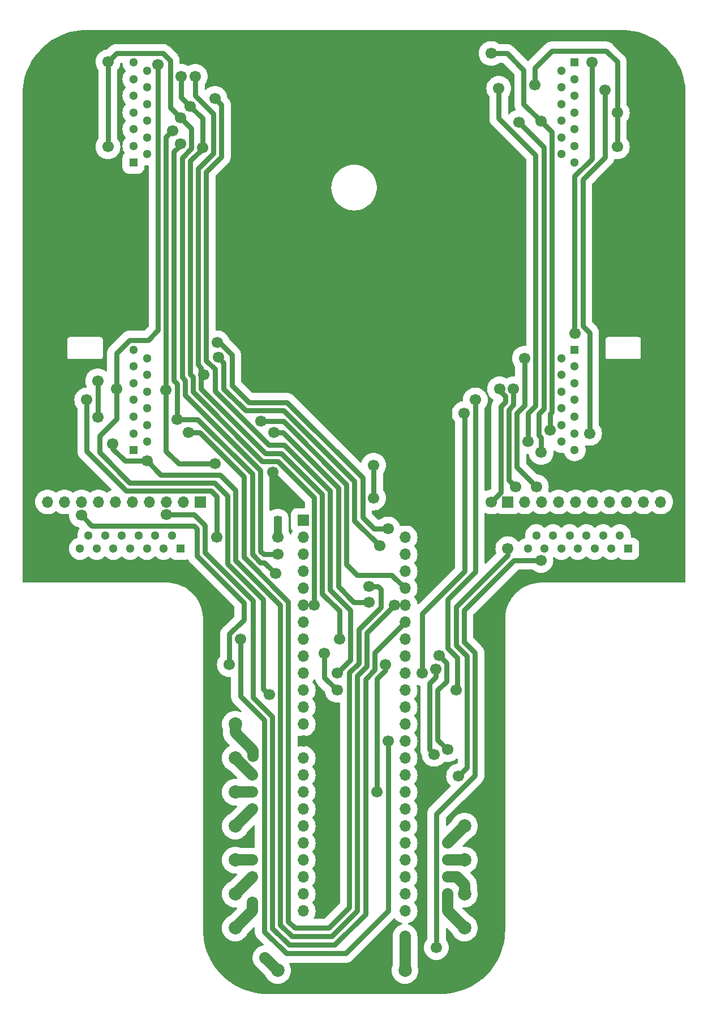
<source format=gbr>
%TF.GenerationSoftware,KiCad,Pcbnew,(6.99.0-5113-g34e134c5e5)*%
%TF.CreationDate,2023-01-03T19:22:37+01:00*%
%TF.ProjectId,kinesis_board,6b696e65-7369-4735-9f62-6f6172642e6b,2.0*%
%TF.SameCoordinates,Original*%
%TF.FileFunction,Copper,L1,Top*%
%TF.FilePolarity,Positive*%
%FSLAX46Y46*%
G04 Gerber Fmt 4.6, Leading zero omitted, Abs format (unit mm)*
G04 Created by KiCad (PCBNEW (6.99.0-5113-g34e134c5e5)) date 2023-01-03 19:22:37*
%MOMM*%
%LPD*%
G01*
G04 APERTURE LIST*
G04 Aperture macros list*
%AMRoundRect*
0 Rectangle with rounded corners*
0 $1 Rounding radius*
0 $2 $3 $4 $5 $6 $7 $8 $9 X,Y pos of 4 corners*
0 Add a 4 corners polygon primitive as box body*
4,1,4,$2,$3,$4,$5,$6,$7,$8,$9,$2,$3,0*
0 Add four circle primitives for the rounded corners*
1,1,$1+$1,$2,$3*
1,1,$1+$1,$4,$5*
1,1,$1+$1,$6,$7*
1,1,$1+$1,$8,$9*
0 Add four rect primitives between the rounded corners*
20,1,$1+$1,$2,$3,$4,$5,0*
20,1,$1+$1,$4,$5,$6,$7,0*
20,1,$1+$1,$6,$7,$8,$9,0*
20,1,$1+$1,$8,$9,$2,$3,0*%
G04 Aperture macros list end*
%TA.AperFunction,ComponentPad*%
%ADD10R,1.300000X1.300000*%
%TD*%
%TA.AperFunction,ComponentPad*%
%ADD11C,1.300000*%
%TD*%
%TA.AperFunction,SMDPad,CuDef*%
%ADD12C,2.000000*%
%TD*%
%TA.AperFunction,ComponentPad*%
%ADD13R,1.700000X1.700000*%
%TD*%
%TA.AperFunction,ComponentPad*%
%ADD14O,1.700000X1.700000*%
%TD*%
%TA.AperFunction,SMDPad,CuDef*%
%ADD15RoundRect,0.250000X-0.350000X0.275000X-0.350000X-0.275000X0.350000X-0.275000X0.350000X0.275000X0*%
%TD*%
%TA.AperFunction,ComponentPad*%
%ADD16C,8.600000*%
%TD*%
%TA.AperFunction,ViaPad*%
%ADD17C,1.700000*%
%TD*%
%TA.AperFunction,Conductor*%
%ADD18C,1.200000*%
%TD*%
%TA.AperFunction,Conductor*%
%ADD19C,1.700000*%
%TD*%
%TA.AperFunction,Conductor*%
%ADD20C,0.800000*%
%TD*%
G04 APERTURE END LIST*
D10*
%TO.P,J9,1,Pin_1*%
%TO.N,/COL_0*%
X124990000Y-43009999D03*
D11*
%TO.P,J9,2,Pin_2*%
%TO.N,/ROW_ESC*%
X122990000Y-44260000D03*
%TO.P,J9,3,Pin_3*%
%TO.N,/ROW_F1*%
X124990001Y-45510000D03*
%TO.P,J9,4,Pin_4*%
%TO.N,/ROW_F2*%
X122990000Y-46760000D03*
%TO.P,J9,5,Pin_5*%
%TO.N,/COL_2*%
X124990001Y-48010000D03*
%TO.P,J9,6,Pin_6*%
%TO.N,/ROW_F1*%
X122990000Y-49260000D03*
%TO.P,J9,7,Pin_7*%
%TO.N,/ROW_F2*%
X124990001Y-50510000D03*
%TO.P,J9,8,Pin_8*%
%TO.N,/COL_1*%
X122990000Y-51760000D03*
%TO.P,J9,9,Pin_9*%
%TO.N,unconnected-(J9-Pin_9)*%
X124990001Y-53010000D03*
%TO.P,J9,10,Pin_10*%
%TO.N,/ROW_F1*%
X122990000Y-54260000D03*
%TO.P,J9,11,Pin_11*%
%TO.N,/ROW_F2*%
X124990001Y-55510000D03*
%TO.P,J9,12,Pin_12*%
%TO.N,unconnected-(J9-Pin_12)*%
X122990000Y-56760000D03*
%TO.P,J9,13,Pin_13*%
%TO.N,unconnected-(J9-Pin_13)*%
X124990001Y-58010000D03*
%TD*%
D12*
%TO.P,TP11,1,1*%
%TO.N,Net-(J8-Pin_22)*%
X108500000Y-167420000D03*
%TD*%
%TO.P,TP7,1,1*%
%TO.N,Net-(J7-Pin_23)*%
X74210000Y-172500000D03*
%TD*%
%TO.P,TP13,1,1*%
%TO.N,Net-(J8-Pin_24)*%
X99610000Y-178850000D03*
%TD*%
%TO.P,TP10,1,1*%
%TO.N,Net-(J8-Pin_21)*%
X108500000Y-162340000D03*
%TD*%
%TO.P,TP2,1,1*%
%TO.N,Net-(J7-Pin_16)*%
X74210000Y-147100000D03*
%TD*%
D10*
%TO.P,J1,1,Pin_1*%
%TO.N,unconnected-(J1-Pin_1)*%
X58989998Y-58009999D03*
D11*
%TO.P,J1,2,Pin_2*%
%TO.N,unconnected-(J1-Pin_2)*%
X60990000Y-56760000D03*
%TO.P,J1,3,Pin_3*%
%TO.N,/ROW_F1*%
X58989999Y-55510000D03*
%TO.P,J1,4,Pin_4*%
%TO.N,/ROW_F2*%
X60990000Y-54260000D03*
%TO.P,J1,5,Pin_5*%
%TO.N,/COL_4*%
X58989999Y-53010000D03*
%TO.P,J1,6,Pin_6*%
%TO.N,/ROW_F1*%
X60990000Y-51760000D03*
%TO.P,J1,7,Pin_7*%
%TO.N,/ROW_F2*%
X58989999Y-50510000D03*
%TO.P,J1,8,Pin_8*%
%TO.N,/COL_3*%
X60990000Y-49260000D03*
%TO.P,J1,9,Pin_9*%
%TO.N,/ROW_ESC*%
X58989999Y-48010000D03*
%TO.P,J1,10,Pin_10*%
%TO.N,/COL_5*%
X60990000Y-46760000D03*
%TO.P,J1,11,Pin_11*%
X58989999Y-45510000D03*
%TO.P,J1,12,Pin_12*%
%TO.N,/ROW_F2*%
X60990000Y-44260000D03*
%TO.P,J1,13,Pin_13*%
%TO.N,/ROW_F1*%
X58989999Y-43010000D03*
%TD*%
D12*
%TO.P,TP5,1,1*%
%TO.N,Net-(J7-Pin_21)*%
X74210000Y-162340000D03*
%TD*%
D13*
%TO.P,J8,1,Pin_1*%
%TO.N,GND*%
X99609999Y-111539999D03*
D14*
%TO.P,J8,2,Pin_2*%
%TO.N,/ROW_0*%
X99609999Y-114079999D03*
%TO.P,J8,3,Pin_3*%
%TO.N,/ROW_9*%
X99609999Y-116619999D03*
%TO.P,J8,4,Pin_4*%
%TO.N,/ROW_MIN*%
X99609999Y-119159999D03*
%TO.P,J8,5,Pin_5*%
%TO.N,/ROW_7*%
X99609999Y-121699999D03*
%TO.P,J8,6,Pin_6*%
%TO.N,/ROW_8*%
X99609999Y-124239999D03*
%TO.P,J8,7,Pin_7*%
%TO.N,/ROW_6*%
X99609999Y-126779999D03*
%TO.P,J8,8,Pin_8*%
%TO.N,/COL_6*%
X99609999Y-129319999D03*
%TO.P,J8,9,Pin_9*%
%TO.N,/ROW_4_JUMP0*%
X99609999Y-131859999D03*
%TO.P,J8,10,Pin_10*%
%TO.N,/ROW_EQL*%
X99609999Y-134399999D03*
%TO.P,J8,11,Pin_11*%
%TO.N,/ROW_1*%
X99609999Y-136939999D03*
%TO.P,J8,12,Pin_12*%
%TO.N,/ROW_2*%
X99609999Y-139479999D03*
%TO.P,J8,13,Pin_13*%
%TO.N,/ROW_3*%
X99609999Y-142019999D03*
%TO.P,J8,14,Pin_14*%
%TO.N,/LED_CAPS_LOCK*%
X99609999Y-144559999D03*
%TO.P,J8,15,Pin_15*%
%TO.N,+3V3*%
X99609999Y-147099999D03*
%TO.P,J8,16,Pin_16*%
%TO.N,/LED_KEYPAD*%
X99609999Y-149639999D03*
%TO.P,J8,17,Pin_17*%
%TO.N,/LED_SCROLL_LOCK*%
X99609999Y-152179999D03*
%TO.P,J8,18,Pin_18*%
%TO.N,/LED_NUM_LOCK*%
X99609999Y-154719999D03*
%TO.P,J8,19,Pin_19*%
%TO.N,/ROW_4_JUMP1*%
X99609999Y-157259999D03*
%TO.P,J8,20,Pin_20*%
%TO.N,Net-(J8-Pin_20)*%
X99609999Y-159799999D03*
%TO.P,J8,21,Pin_21*%
%TO.N,Net-(J8-Pin_21)*%
X99609999Y-162339999D03*
%TO.P,J8,22,Pin_22*%
%TO.N,Net-(J8-Pin_22)*%
X99609999Y-164879999D03*
%TO.P,J8,23,Pin_23*%
%TO.N,Net-(J8-Pin_23)*%
X99609999Y-167419999D03*
%TO.P,J8,24,Pin_24*%
%TO.N,Net-(J8-Pin_24)*%
X99609999Y-169959999D03*
%TD*%
D12*
%TO.P,TP9,1,1*%
%TO.N,Net-(J8-Pin_20)*%
X108500000Y-157260000D03*
%TD*%
D13*
%TO.P,J7,1,Pin_1*%
%TO.N,unconnected-(J7-Pin_1)*%
X84369999Y-111539999D03*
D14*
%TO.P,J7,2,Pin_2*%
%TO.N,GNDA*%
X84369999Y-114079999D03*
%TO.P,J7,3,Pin_3*%
%TO.N,unconnected-(J7-Pin_3)*%
X84369999Y-116619999D03*
%TO.P,J7,4,Pin_4*%
%TO.N,/ROW_F1*%
X84369999Y-119159999D03*
%TO.P,J7,5,Pin_5*%
%TO.N,/COL_4*%
X84369999Y-121699999D03*
%TO.P,J7,6,Pin_6*%
%TO.N,/ROW_F2*%
X84369999Y-124239999D03*
%TO.P,J7,7,Pin_7*%
%TO.N,/COL_3*%
X84369999Y-126779999D03*
%TO.P,J7,8,Pin_8*%
%TO.N,/COL_5*%
X84369999Y-129319999D03*
%TO.P,J7,9,Pin_9*%
%TO.N,/COL_0*%
X84369999Y-131859999D03*
%TO.P,J7,10,Pin_10*%
%TO.N,/ROW_ESC*%
X84369999Y-134399999D03*
%TO.P,J7,11,Pin_11*%
%TO.N,/ROW_5_JUMP0*%
X84369999Y-136939999D03*
%TO.P,J7,12,Pin_12*%
%TO.N,/COL_2_JUMP0*%
X84369999Y-139479999D03*
%TO.P,J7,13,Pin_13*%
%TO.N,/COL_1*%
X84369999Y-142019999D03*
%TO.P,J7,14,Pin_14*%
%TO.N,GND*%
X84369999Y-144559999D03*
%TO.P,J7,15,Pin_15*%
%TO.N,Net-(J7-Pin_15)*%
X84369999Y-147099999D03*
%TO.P,J7,16,Pin_16*%
%TO.N,Net-(J7-Pin_16)*%
X84369999Y-149639999D03*
%TO.P,J7,17,Pin_17*%
%TO.N,Net-(J7-Pin_17)*%
X84369999Y-152179999D03*
%TO.P,J7,18,Pin_18*%
%TO.N,Net-(J7-Pin_18)*%
X84369999Y-154719999D03*
%TO.P,J7,19,Pin_19*%
%TO.N,/ROW_5_JUMP1*%
X84369999Y-157259999D03*
%TO.P,J7,20,Pin_20*%
%TO.N,/COL_2_JUMP1*%
X84369999Y-159799999D03*
%TO.P,J7,21,Pin_21*%
%TO.N,Net-(J7-Pin_21)*%
X84369999Y-162339999D03*
%TO.P,J7,22,Pin_22*%
%TO.N,Net-(J7-Pin_22)*%
X84369999Y-164879999D03*
%TO.P,J7,23,Pin_23*%
%TO.N,Net-(J7-Pin_23)*%
X84369999Y-167419999D03*
%TO.P,J7,24,Pin_24*%
%TO.N,Net-(J7-Pin_24)*%
X84369999Y-169959999D03*
%TD*%
D13*
%TO.P,J5,1,Pin_1*%
%TO.N,/ROW_4*%
X114989999Y-108759999D03*
D14*
%TO.P,J5,2,Pin_2*%
%TO.N,/ROW_2*%
X117529999Y-108759999D03*
%TO.P,J5,3,Pin_3*%
%TO.N,/ROW_5*%
X120069999Y-108759999D03*
%TO.P,J5,4,Pin_4*%
%TO.N,/COL_6*%
X122609999Y-108759999D03*
%TO.P,J5,5,Pin_5*%
%TO.N,/COL_5*%
X125149999Y-108759999D03*
%TO.P,J5,6,Pin_6*%
%TO.N,unconnected-(J5-Pin_6)*%
X127689999Y-108759999D03*
%TO.P,J5,7,Pin_7*%
%TO.N,unconnected-(J5-Pin_7)*%
X130229999Y-108759999D03*
%TO.P,J5,8,Pin_8*%
%TO.N,/ROW_3*%
X132769999Y-108759999D03*
%TO.P,J5,9,Pin_9*%
%TO.N,unconnected-(J5-Pin_9)*%
X135309999Y-108759999D03*
%TO.P,J5,10,Pin_10*%
%TO.N,unconnected-(J5-Pin_10)*%
X137849999Y-108759999D03*
%TD*%
D10*
%TO.P,J3,1,Pin_1*%
%TO.N,unconnected-(J3-Pin_1)*%
X65989999Y-115759999D03*
D11*
%TO.P,J3,2,Pin_2*%
%TO.N,unconnected-(J3-Pin_2)*%
X64740000Y-113759999D03*
%TO.P,J3,3,Pin_3*%
%TO.N,/ROW_6*%
X63490000Y-115760000D03*
%TO.P,J3,4,Pin_4*%
%TO.N,/ROW_7*%
X62240000Y-113759999D03*
%TO.P,J3,5,Pin_5*%
%TO.N,/ROW_8*%
X60990000Y-115760000D03*
%TO.P,J3,6,Pin_6*%
%TO.N,/ROW_9*%
X59740000Y-113759999D03*
%TO.P,J3,7,Pin_7*%
%TO.N,/COL_6*%
X58490000Y-115760000D03*
%TO.P,J3,8,Pin_8*%
%TO.N,/COL_5*%
X57240000Y-113759999D03*
%TO.P,J3,9,Pin_9*%
%TO.N,unconnected-(J3-Pin_9)*%
X55990000Y-115760000D03*
%TO.P,J3,10,Pin_10*%
%TO.N,unconnected-(J3-Pin_10)*%
X54740000Y-113759999D03*
%TO.P,J3,11,Pin_11*%
%TO.N,unconnected-(J3-Pin_11)*%
X53490000Y-115760000D03*
%TO.P,J3,12,Pin_12*%
%TO.N,unconnected-(J3-Pin_12)*%
X52240000Y-113759999D03*
%TO.P,J3,13,Pin_13*%
%TO.N,unconnected-(J3-Pin_13)*%
X50990000Y-115760000D03*
%TD*%
D12*
%TO.P,TP3,1,1*%
%TO.N,Net-(J7-Pin_17)*%
X74210000Y-152180000D03*
%TD*%
%TO.P,TP4,1,1*%
%TO.N,Net-(J7-Pin_18)*%
X74210000Y-157260000D03*
%TD*%
D15*
%TO.P,FB1,1*%
%TO.N,GND*%
X80560000Y-109120000D03*
%TO.P,FB1,2*%
%TO.N,GNDA*%
X80560000Y-111420000D03*
%TD*%
D16*
%TO.P,H1,1,1*%
%TO.N,GND*%
X91990000Y-93760000D03*
%TD*%
D12*
%TO.P,TP6,1,1*%
%TO.N,Net-(J7-Pin_22)*%
X74210000Y-167420000D03*
%TD*%
%TO.P,TP8,1,1*%
%TO.N,Net-(J7-Pin_24)*%
X80560000Y-178850000D03*
%TD*%
D10*
%TO.P,J6,1,Pin_1*%
%TO.N,unconnected-(J6-Pin_1)*%
X132989999Y-115759999D03*
D11*
%TO.P,J6,2,Pin_2*%
%TO.N,unconnected-(J6-Pin_2)*%
X131740000Y-113759999D03*
%TO.P,J6,3,Pin_3*%
%TO.N,unconnected-(J6-Pin_3)*%
X130490000Y-115760000D03*
%TO.P,J6,4,Pin_4*%
%TO.N,unconnected-(J6-Pin_4)*%
X129240000Y-113759999D03*
%TO.P,J6,5,Pin_5*%
%TO.N,unconnected-(J6-Pin_5)*%
X127990000Y-115760000D03*
%TO.P,J6,6,Pin_6*%
%TO.N,/ROW_3*%
X126740000Y-113759999D03*
%TO.P,J6,7,Pin_7*%
%TO.N,unconnected-(J6-Pin_7)*%
X125490000Y-115760000D03*
%TO.P,J6,8,Pin_8*%
%TO.N,unconnected-(J6-Pin_8)*%
X124240000Y-113759999D03*
%TO.P,J6,9,Pin_9*%
%TO.N,/COL_5*%
X122990000Y-115760000D03*
%TO.P,J6,10,Pin_10*%
%TO.N,/COL_6*%
X121740000Y-113759999D03*
%TO.P,J6,11,Pin_11*%
%TO.N,/ROW_5*%
X120490000Y-115760000D03*
%TO.P,J6,12,Pin_12*%
%TO.N,/ROW_2*%
X119240000Y-113759999D03*
%TO.P,J6,13,Pin_13*%
%TO.N,/ROW_4*%
X117990000Y-115760000D03*
%TD*%
D12*
%TO.P,TP12,1,1*%
%TO.N,Net-(J8-Pin_23)*%
X108500000Y-172500000D03*
%TD*%
D10*
%TO.P,J2,1,Pin_1*%
%TO.N,/ROW_6*%
X58989998Y-101009999D03*
D11*
%TO.P,J2,2,Pin_2*%
%TO.N,/ROW_8*%
X60990000Y-99760000D03*
%TO.P,J2,3,Pin_3*%
%TO.N,/ROW_7*%
X58989999Y-98510000D03*
%TO.P,J2,4,Pin_4*%
%TO.N,/COL_4*%
X60990000Y-97260000D03*
%TO.P,J2,5,Pin_5*%
%TO.N,unconnected-(J2-Pin_5)*%
X58989999Y-96010000D03*
%TO.P,J2,6,Pin_6*%
%TO.N,/ROW_MIN*%
X60990000Y-94760000D03*
%TO.P,J2,7,Pin_7*%
%TO.N,/COL_3*%
X58989999Y-93510000D03*
%TO.P,J2,8,Pin_8*%
%TO.N,/COL_2*%
X60990000Y-92260000D03*
%TO.P,J2,9,Pin_9*%
%TO.N,/COL_1*%
X58989999Y-91010000D03*
%TO.P,J2,10,Pin_10*%
%TO.N,/COL_0*%
X60990000Y-89760000D03*
%TO.P,J2,11,Pin_11*%
%TO.N,unconnected-(J2-Pin_11)*%
X58989999Y-88510000D03*
%TO.P,J2,12,Pin_12*%
%TO.N,/ROW_9*%
X60990000Y-87260000D03*
%TO.P,J2,13,Pin_13*%
%TO.N,/ROW_0*%
X58989999Y-86010000D03*
%TD*%
D13*
%TO.P,J4,1,Pin_1*%
%TO.N,unconnected-(J4-Pin_1)*%
X68989999Y-108759999D03*
D14*
%TO.P,J4,2,Pin_2*%
%TO.N,unconnected-(J4-Pin_2)*%
X66449999Y-108759999D03*
%TO.P,J4,3,Pin_3*%
%TO.N,/ROW_6*%
X63909999Y-108759999D03*
%TO.P,J4,4,Pin_4*%
%TO.N,/ROW_7*%
X61369999Y-108759999D03*
%TO.P,J4,5,Pin_5*%
%TO.N,/ROW_8*%
X58829999Y-108759999D03*
%TO.P,J4,6,Pin_6*%
%TO.N,/ROW_9*%
X56289999Y-108759999D03*
%TO.P,J4,7,Pin_7*%
%TO.N,/COL_6*%
X53749999Y-108759999D03*
%TO.P,J4,8,Pin_8*%
%TO.N,/COL_5*%
X51209999Y-108759999D03*
%TO.P,J4,9,Pin_9*%
%TO.N,unconnected-(J4-Pin_9)*%
X48669999Y-108759999D03*
%TO.P,J4,10,Pin_10*%
%TO.N,unconnected-(J4-Pin_10)*%
X46129999Y-108759999D03*
%TD*%
D12*
%TO.P,TP1,1,1*%
%TO.N,Net-(J7-Pin_15)*%
X74210000Y-142020000D03*
%TD*%
D10*
%TO.P,J10,1,Pin_1*%
%TO.N,/COL_0*%
X124990000Y-86009999D03*
D11*
%TO.P,J10,2,Pin_2*%
%TO.N,/ROW_5*%
X122990000Y-87260000D03*
%TO.P,J10,3,Pin_3*%
%TO.N,/ROW_4*%
X124990001Y-88510000D03*
%TO.P,J10,4,Pin_4*%
%TO.N,/ROW_3*%
X122990000Y-89760000D03*
%TO.P,J10,5,Pin_5*%
%TO.N,unconnected-(J10-Pin_5)*%
X124990001Y-91010000D03*
%TO.P,J10,6,Pin_6*%
%TO.N,/ROW_2*%
X122990000Y-92260000D03*
%TO.P,J10,7,Pin_7*%
%TO.N,/ROW_1*%
X124990001Y-93510000D03*
%TO.P,J10,8,Pin_8*%
%TO.N,/ROW_EQL*%
X122990000Y-94760000D03*
%TO.P,J10,9,Pin_9*%
%TO.N,/COL_1*%
X124990001Y-96010000D03*
%TO.P,J10,10,Pin_10*%
%TO.N,unconnected-(J10-Pin_10)*%
X122990000Y-97260000D03*
%TO.P,J10,11,Pin_11*%
%TO.N,/COL_2*%
X124990001Y-98510000D03*
%TO.P,J10,12,Pin_12*%
%TO.N,/COL_3*%
X122990000Y-99760000D03*
%TO.P,J10,13,Pin_13*%
%TO.N,/COL_4*%
X124990001Y-101010000D03*
%TD*%
D17*
%TO.N,GNDA*%
X80560000Y-114080000D03*
%TO.N,GND*%
X79803027Y-104331711D03*
X88180000Y-159800000D03*
X102150000Y-111540000D03*
X86990000Y-144560000D03*
%TO.N,/ROW_F1*%
X55160000Y-42960000D03*
X55160000Y-55660000D03*
X65990000Y-51269000D03*
X80560000Y-116620000D03*
%TO.N,/ROW_F2*%
X131360000Y-55660000D03*
X131360000Y-50580000D03*
X85990000Y-124240000D03*
X119009500Y-46360500D03*
X67490000Y-49619500D03*
X69289500Y-55768500D03*
X66139500Y-45120500D03*
%TO.N,/COL_4*%
X65501060Y-96409500D03*
X116630500Y-51975190D03*
X65990000Y-55210000D03*
X80243198Y-119476801D03*
X119990000Y-101380000D03*
%TO.N,/COL_3*%
X117990000Y-99730000D03*
X113636627Y-46906628D03*
X51990000Y-93510000D03*
X71430500Y-114080000D03*
%TO.N,/ROW_ESC*%
X89450000Y-134400000D03*
X71165299Y-48409500D03*
%TO.N,/COL_5*%
X94909500Y-108170065D03*
X51210000Y-110760000D03*
X94909500Y-103260000D03*
X73340000Y-133110000D03*
%TO.N,/ROW_6*%
X63910000Y-110660499D03*
%TO.N,/ROW_8*%
X97990000Y-124240000D03*
X60990000Y-102650000D03*
X55890499Y-100110000D03*
%TO.N,/ROW_7*%
X78027056Y-96722944D03*
%TO.N,/ROW_MIN*%
X67223798Y-98411051D03*
X94197697Y-121369798D03*
%TO.N,/COL_2*%
X63851560Y-92061560D03*
X127220000Y-98510000D03*
X129540226Y-47159500D03*
X64808233Y-53245487D03*
X71213840Y-103060500D03*
%TO.N,/COL_1*%
X112490000Y-41690000D03*
X121276850Y-98080500D03*
X62651560Y-43339500D03*
X79288866Y-137614494D03*
X56430000Y-91860500D03*
X119930000Y-51850000D03*
%TO.N,/COL_0*%
X127550000Y-43010000D03*
X89807474Y-129320000D03*
X69519360Y-89754207D03*
X68239003Y-45120500D03*
X125010000Y-83600000D03*
%TO.N,/ROW_9*%
X53639500Y-96110500D03*
X71704537Y-87141790D03*
X53639500Y-90659500D03*
X95800000Y-115350000D03*
%TO.N,/ROW_0*%
X71524163Y-84960089D03*
X97070000Y-112810000D03*
%TO.N,/COL_6*%
X79990000Y-98372444D03*
X94190500Y-123760000D03*
%TO.N,/ROW_4*%
X114990000Y-115760000D03*
X113740997Y-91860500D03*
X107629946Y-149764914D03*
X112550000Y-108760000D03*
%TO.N,/ROW_2*%
X115840500Y-91860500D03*
X116120000Y-106488028D03*
%TO.N,/ROW_5*%
X119930000Y-117510500D03*
X104300000Y-175420000D03*
X117490500Y-87260000D03*
X119265250Y-106484750D03*
%TO.N,/ROW_4_JUMP0*%
X104182000Y-133790000D03*
X103976091Y-146517032D03*
%TO.N,/ROW_EQL*%
X108480943Y-95540445D03*
X102150000Y-134400000D03*
%TO.N,/ROW_1*%
X107230000Y-136940000D03*
X110130443Y-93510000D03*
%TO.N,/LED_CAPS_LOCK*%
X97070000Y-144560000D03*
X74990000Y-129244500D03*
%TO.N,/LED_KEYPAD*%
X105960000Y-145830000D03*
X104741827Y-131734238D03*
%TO.N,/LED_SCROLL_LOCK*%
X95420500Y-152180000D03*
X96706474Y-133130000D03*
%TO.N,/LED_NUM_LOCK*%
X87545000Y-131400980D03*
X89450000Y-136940000D03*
%TO.N,Net-(J7-Pin_21)*%
X76750000Y-162340000D03*
%TO.N,Net-(J7-Pin_22)*%
X76750000Y-164880000D03*
%TO.N,Net-(J7-Pin_23)*%
X76750000Y-168690000D03*
%TO.N,Net-(J7-Pin_24)*%
X78655000Y-176945000D03*
%TO.N,Net-(J8-Pin_21)*%
X105960000Y-162340000D03*
%TO.N,Net-(J8-Pin_22)*%
X105960000Y-164880000D03*
%TO.N,Net-(J8-Pin_23)*%
X105960000Y-167420000D03*
%TO.N,Net-(J8-Pin_24)*%
X99610000Y-173770000D03*
%TO.N,Net-(J7-Pin_18)*%
X76750000Y-154720000D03*
%TO.N,Net-(J7-Pin_17)*%
X76750000Y-152180000D03*
%TO.N,Net-(J7-Pin_16)*%
X76750000Y-149640000D03*
%TO.N,Net-(J7-Pin_15)*%
X76888366Y-146809224D03*
%TO.N,Net-(J8-Pin_20)*%
X105960000Y-159800000D03*
%TD*%
D18*
%TO.N,GNDA*%
X80560000Y-111420000D02*
X80560000Y-114080000D01*
D19*
%TO.N,GND*%
X87660501Y-159280501D02*
X88180000Y-159800000D01*
X87660501Y-144560000D02*
X87660501Y-159280501D01*
D20*
%TO.N,/ROW_F1*%
X66701060Y-90570570D02*
X66251560Y-90121070D01*
X55160000Y-55660000D02*
X55160000Y-42960000D01*
X67640000Y-52919000D02*
X65990000Y-51269000D01*
X66701060Y-92820862D02*
X66701060Y-90570570D01*
X64490000Y-49769000D02*
X64490000Y-42760000D01*
X78447056Y-116620000D02*
X77950000Y-116122944D01*
X80560000Y-116620000D02*
X78447056Y-116620000D01*
X65990000Y-51269000D02*
X64490000Y-49769000D01*
X63419500Y-41689500D02*
X56430500Y-41689500D01*
X77950000Y-104069802D02*
X66701060Y-92820862D01*
X64490000Y-42760000D02*
X63419500Y-41689500D01*
X56430500Y-41689500D02*
X55160000Y-42960000D01*
X77950000Y-116122944D02*
X77950000Y-104069802D01*
X66251560Y-90121070D02*
X66251560Y-57281893D01*
X66251560Y-57281893D02*
X67640000Y-55893453D01*
X67640000Y-55893453D02*
X67640000Y-52919000D01*
%TO.N,/ROW_F2*%
X119009500Y-43880500D02*
X121580000Y-41310000D01*
X67901060Y-92323806D02*
X67901060Y-90073514D01*
X67451560Y-57778949D02*
X69289500Y-55941009D01*
X66139500Y-45120500D02*
X66139500Y-48269000D01*
X121580000Y-41310000D02*
X129710000Y-41310000D01*
X131360000Y-55660000D02*
X131360000Y-50580000D01*
X131360000Y-42960000D02*
X131360000Y-50580000D01*
X69289500Y-51419000D02*
X67490000Y-49619500D01*
X85990000Y-124240000D02*
X86020000Y-124210000D01*
X119009500Y-46360500D02*
X119009500Y-43880500D01*
X78259465Y-102682211D02*
X67901060Y-92323806D01*
X69289500Y-55768500D02*
X69289500Y-51419000D01*
X129710000Y-41310000D02*
X131360000Y-42960000D01*
X80567788Y-102682211D02*
X78259465Y-102682211D01*
X86020000Y-108134423D02*
X80567788Y-102682211D01*
X86020000Y-124210000D02*
X86020000Y-108134423D01*
X69289500Y-55941009D02*
X69289500Y-55768500D01*
X67451560Y-89624014D02*
X67451560Y-57778949D01*
X67901060Y-90073514D02*
X67451560Y-89624014D01*
X66139500Y-48269000D02*
X67490000Y-49619500D01*
%TO.N,/COL_4*%
X65990000Y-55417056D02*
X65990000Y-55210000D01*
X65501060Y-96409500D02*
X65501060Y-91067626D01*
X77950000Y-117820000D02*
X78586397Y-117820000D01*
X65501060Y-96409500D02*
X68592642Y-96409500D01*
X76750000Y-116620000D02*
X77950000Y-117820000D01*
X119990000Y-101380000D02*
X119990000Y-99127103D01*
X120340000Y-55684690D02*
X116630500Y-51975190D01*
X119626850Y-95576704D02*
X120340000Y-94863554D01*
X65051560Y-90618126D02*
X65051560Y-56355496D01*
X119626850Y-98763953D02*
X119626850Y-95576704D01*
X76750000Y-104566858D02*
X76750000Y-116620000D01*
X119990000Y-99127103D02*
X119626850Y-98763953D01*
X120340000Y-94863554D02*
X120340000Y-55684690D01*
X68592642Y-96409500D02*
X76750000Y-104566858D01*
X65051560Y-56355496D02*
X65990000Y-55417056D01*
X65501060Y-91067626D02*
X65051560Y-90618126D01*
X78586397Y-117820000D02*
X80243198Y-119476801D01*
%TO.N,/COL_3*%
X70622944Y-107110000D02*
X57922944Y-107110000D01*
X51990000Y-101177056D02*
X51990000Y-93510000D01*
X57922944Y-107110000D02*
X51990000Y-101177056D01*
X119140000Y-56910000D02*
X113636627Y-51406627D01*
X71430500Y-114080000D02*
X71430500Y-107917556D01*
X71430500Y-107917556D02*
X70622944Y-107110000D01*
X117990000Y-95516498D02*
X119140000Y-94366498D01*
X113636627Y-51406627D02*
X113636627Y-46906628D01*
X117990000Y-99730000D02*
X117990000Y-95516498D01*
X119140000Y-94366498D02*
X119140000Y-56910000D01*
%TO.N,/ROW_ESC*%
X79253577Y-100282211D02*
X81561900Y-100282211D01*
X91456974Y-124976974D02*
X91456974Y-132393026D01*
X71169360Y-89760000D02*
X71169360Y-92197994D01*
X81561900Y-100282211D02*
X88420000Y-107140311D01*
X91456974Y-132393026D02*
X89450000Y-134400000D01*
X88420000Y-107140311D02*
X88420000Y-121940000D01*
X71169360Y-89760000D02*
X71169360Y-92080640D01*
X69851560Y-59398440D02*
X69851560Y-87621560D01*
X72139500Y-57110500D02*
X69851560Y-59398440D01*
X71165299Y-48409500D02*
X72139500Y-49383701D01*
X71169360Y-92197994D02*
X79253577Y-100282211D01*
X71169360Y-88939360D02*
X71169360Y-89760000D01*
X69851560Y-87621560D02*
X71169360Y-88939360D01*
X72139500Y-49383701D02*
X72139500Y-57110500D01*
X88420000Y-121940000D02*
X91456974Y-124976974D01*
%TO.N,/COL_5*%
X75490000Y-123845280D02*
X68490000Y-116845280D01*
X68490000Y-116845280D02*
X68490000Y-112760000D01*
X68490000Y-112760000D02*
X68039999Y-112309999D01*
X75490000Y-126411047D02*
X75490000Y-123845280D01*
X73340000Y-128561047D02*
X75490000Y-126411047D01*
X94909500Y-103260000D02*
X94909500Y-108170065D01*
X68039999Y-112309999D02*
X52759999Y-112309999D01*
X52759999Y-112309999D02*
X51210000Y-110760000D01*
X73340000Y-133110000D02*
X73340000Y-128561047D01*
%TO.N,/ROW_6*%
X82257056Y-175040000D02*
X89034112Y-175040000D01*
X76867056Y-123525280D02*
X76867056Y-138047056D01*
X93678545Y-170395567D02*
X93678545Y-135262623D01*
X69690000Y-116348224D02*
X76867056Y-123525280D01*
X93678545Y-135262623D02*
X95056974Y-133884194D01*
X95056974Y-133884194D02*
X95056974Y-131333026D01*
X79738366Y-172521310D02*
X82257056Y-175040000D01*
X76867056Y-138047056D02*
X79738366Y-140918366D01*
X79738366Y-140918366D02*
X79738366Y-172521310D01*
X68087555Y-110660499D02*
X69690000Y-112262944D01*
X63910000Y-110660499D02*
X68087555Y-110660499D01*
X89034112Y-175040000D02*
X93678545Y-170395567D01*
X69690000Y-112262944D02*
X69690000Y-116348224D01*
X95056974Y-131333026D02*
X99610000Y-126780000D01*
%TO.N,/ROW_8*%
X97990000Y-124240000D02*
X93856974Y-128373026D01*
X92478545Y-169898511D02*
X88607056Y-173770000D01*
X82684112Y-173770000D02*
X80938366Y-172024254D01*
X71940000Y-104710000D02*
X63050000Y-104710000D01*
X57729999Y-102650000D02*
X60990000Y-102650000D01*
X63050000Y-104710000D02*
X60990000Y-102650000D01*
X55890499Y-100810500D02*
X57729999Y-102650000D01*
X74280000Y-107050000D02*
X71940000Y-104710000D01*
X74280000Y-117544112D02*
X74280000Y-107050000D01*
X88607056Y-173770000D02*
X82684112Y-173770000D01*
X93856974Y-128373026D02*
X93856974Y-133387138D01*
X55890499Y-100110000D02*
X55890499Y-100810500D01*
X93856974Y-133387138D02*
X92478545Y-134765567D01*
X80938366Y-124202478D02*
X74280000Y-117544112D01*
X92478545Y-134765567D02*
X92478545Y-169898511D01*
X80938366Y-172024254D02*
X80938366Y-124202478D01*
%TO.N,/ROW_7*%
X81396745Y-96722944D02*
X90820000Y-106146199D01*
X90820000Y-118090000D02*
X92450298Y-119720298D01*
X90820000Y-106146199D02*
X90820000Y-118090000D01*
X97630298Y-119720298D02*
X99610000Y-121700000D01*
X78027056Y-96722944D02*
X81396745Y-96722944D01*
X92450298Y-119720298D02*
X97630298Y-119720298D01*
%TO.N,/ROW_MIN*%
X75480000Y-117047056D02*
X75480000Y-104993914D01*
X91278545Y-134268511D02*
X91278545Y-169401455D01*
X95540514Y-121369798D02*
X95990000Y-121819284D01*
X88180000Y-172500000D02*
X83111168Y-172500000D01*
X94197697Y-121369798D02*
X95540514Y-121369798D01*
X75480000Y-104993914D02*
X68897137Y-98411051D01*
X83111168Y-172500000D02*
X82138366Y-171527198D01*
X92656974Y-127875970D02*
X92656974Y-132890082D01*
X68897137Y-98411051D02*
X67223798Y-98411051D01*
X92656974Y-132890082D02*
X91278545Y-134268511D01*
X95990000Y-124542944D02*
X92656974Y-127875970D01*
X82138366Y-171527198D02*
X82138366Y-123705422D01*
X95990000Y-121819284D02*
X95990000Y-124542944D01*
X91278545Y-169401455D02*
X88180000Y-172500000D01*
X82138366Y-123705422D02*
X75480000Y-117047056D01*
%TO.N,/COL_2*%
X63851560Y-101181560D02*
X65730500Y-103060500D01*
X63851560Y-54202160D02*
X64808233Y-53245487D01*
X129540226Y-57207441D02*
X126190000Y-60557667D01*
X63851560Y-92061560D02*
X63851560Y-101181560D01*
X127220000Y-83476547D02*
X127220000Y-98510000D01*
X126190000Y-82446547D02*
X127220000Y-83476547D01*
X65730500Y-103060500D02*
X71213840Y-103060500D01*
X63851560Y-92061560D02*
X63851560Y-54202160D01*
X129540226Y-47159500D02*
X129540226Y-57207441D01*
X126190000Y-60557667D02*
X126190000Y-82446547D01*
%TO.N,/COL_1*%
X58420000Y-105910000D02*
X53890000Y-101380000D01*
X71140000Y-105910000D02*
X58420000Y-105910000D01*
X62651560Y-83098440D02*
X61190000Y-84560000D01*
X56430000Y-96320000D02*
X56430000Y-91860500D01*
X121276850Y-95623760D02*
X121276850Y-98080500D01*
X62651560Y-43339500D02*
X62651560Y-83098440D01*
X114850000Y-41690000D02*
X117359500Y-44199500D01*
X121540000Y-95360610D02*
X121276850Y-95623760D01*
X117359500Y-49279500D02*
X119930000Y-51850000D01*
X73080000Y-118041168D02*
X73080000Y-107850000D01*
X56430000Y-86519389D02*
X56430000Y-91860500D01*
X119930000Y-51850000D02*
X121540000Y-53460000D01*
X53890000Y-101380000D02*
X53890000Y-98860000D01*
X78399500Y-136725128D02*
X78399500Y-123360668D01*
X79288866Y-137614494D02*
X78399500Y-136725128D01*
X53890000Y-98860000D02*
X56430000Y-96320000D01*
X78399500Y-123360668D02*
X73080000Y-118041168D01*
X61190000Y-84560000D02*
X58389389Y-84560000D01*
X117359500Y-44199500D02*
X117359500Y-49279500D01*
X121540000Y-53460000D02*
X121540000Y-95360610D01*
X112490000Y-41690000D02*
X114850000Y-41690000D01*
X58389389Y-84560000D02*
X56430000Y-86519389D01*
X73080000Y-107850000D02*
X71140000Y-105910000D01*
%TO.N,/COL_0*%
X69101060Y-89760000D02*
X69101060Y-91826750D01*
X81064843Y-101482211D02*
X87220000Y-107637367D01*
X68651560Y-88260000D02*
X69101060Y-88709500D01*
X87220000Y-107637367D02*
X87220000Y-122470547D01*
X69513567Y-89760000D02*
X69101060Y-89760000D01*
X127550000Y-43010000D02*
X127550000Y-57500611D01*
X124990000Y-83580000D02*
X125010000Y-83600000D01*
X69101060Y-91826750D02*
X78756521Y-101482211D01*
X69101060Y-88709500D02*
X69101060Y-89760000D01*
X89807474Y-125058021D02*
X89807474Y-129320000D01*
X68239003Y-45120500D02*
X68239003Y-48009003D01*
X70939500Y-50709500D02*
X70939500Y-56613444D01*
X69519360Y-89754207D02*
X69513567Y-89760000D01*
X68651560Y-58901384D02*
X68651560Y-88260000D01*
X70939500Y-56613444D02*
X68651560Y-58901384D01*
X124990000Y-60060611D02*
X124990000Y-83580000D01*
X87220000Y-122470547D02*
X89807474Y-125058021D01*
X69101060Y-90760000D02*
X69101060Y-91826750D01*
X69101060Y-90172507D02*
X69519360Y-89754207D01*
X69101060Y-90760000D02*
X69101060Y-90172507D01*
X127550000Y-57500611D02*
X124990000Y-60060611D01*
X68239003Y-48009003D02*
X70939500Y-50709500D01*
X69519360Y-89754207D02*
X69519360Y-89936728D01*
X78756521Y-101482211D02*
X81064843Y-101482211D01*
%TO.N,/ROW_9*%
X92020000Y-105649143D02*
X92020000Y-111570000D01*
X75741366Y-95072944D02*
X81443801Y-95072944D01*
X72490000Y-91821578D02*
X75741366Y-95072944D01*
X72490000Y-87927253D02*
X72490000Y-91821578D01*
X92020000Y-111570000D02*
X95800000Y-115350000D01*
X53639500Y-96110500D02*
X53639500Y-90659500D01*
X71704537Y-87141790D02*
X72490000Y-87927253D01*
X81443801Y-95072944D02*
X92020000Y-105649143D01*
%TO.N,/ROW_0*%
X93260000Y-105192087D02*
X93260000Y-111112944D01*
X81940857Y-93872944D02*
X93260000Y-105192087D01*
X93260000Y-111112944D02*
X94957056Y-112810000D01*
X73690000Y-91324522D02*
X76238422Y-93872944D01*
X94957056Y-112810000D02*
X97070000Y-112810000D01*
X73690000Y-86793800D02*
X73690000Y-91324522D01*
X71524163Y-84960089D02*
X71856289Y-84960089D01*
X76238422Y-93872944D02*
X81940857Y-93872944D01*
X71856289Y-84960089D02*
X73690000Y-86793800D01*
%TO.N,/COL_6*%
X81349189Y-98372444D02*
X79990000Y-98372444D01*
X91937056Y-123760000D02*
X89620000Y-121442944D01*
X89620000Y-121442944D02*
X89620000Y-106643255D01*
X94190500Y-123760000D02*
X91937056Y-123760000D01*
X89620000Y-106643255D02*
X81349189Y-98372444D01*
%TO.N,/ROW_4*%
X108880000Y-131841902D02*
X108880000Y-148514860D01*
X113740997Y-91860500D02*
X113740997Y-92094450D01*
X113940000Y-94475330D02*
X113940000Y-107370000D01*
X114640500Y-92993953D02*
X114640500Y-93774830D01*
X107230000Y-130191902D02*
X108880000Y-131841902D01*
X114640500Y-93774830D02*
X113940000Y-94475330D01*
X113940000Y-107370000D02*
X112550000Y-108760000D01*
X114990000Y-115760000D02*
X114990000Y-116736897D01*
X107230000Y-124496897D02*
X107230000Y-130191902D01*
X114990000Y-116736897D02*
X107230000Y-124496897D01*
X113740997Y-92094450D02*
X114640500Y-92993953D01*
X108880000Y-148514860D02*
X107629946Y-149764914D01*
%TO.N,/ROW_2*%
X115840500Y-91860500D02*
X115840500Y-94271886D01*
X115140000Y-105508028D02*
X116120000Y-106488028D01*
X115140000Y-94972386D02*
X115140000Y-105508028D01*
X115840500Y-94271886D02*
X115140000Y-94972386D01*
%TO.N,/ROW_5*%
X108430000Y-129694846D02*
X110080000Y-131344846D01*
X110080000Y-149648313D02*
X104300000Y-155428313D01*
X110080000Y-131344846D02*
X110080000Y-149648313D01*
X104300000Y-155428313D02*
X104300000Y-175420000D01*
X119930000Y-117510500D02*
X115913453Y-117510500D01*
X115913453Y-117510500D02*
X108430000Y-124993953D01*
X117490000Y-87260500D02*
X117490500Y-87260000D01*
X116340000Y-103559500D02*
X116340000Y-95469442D01*
X119265250Y-106484750D02*
X116340000Y-103559500D01*
X108430000Y-124993953D02*
X108430000Y-129694846D01*
X117490000Y-94319442D02*
X117490000Y-87260500D01*
X116340000Y-95469442D02*
X117490000Y-94319442D01*
%TO.N,/ROW_4_JUMP0*%
X103290000Y-135876296D02*
X104182000Y-134984296D01*
X103976091Y-146517032D02*
X103290000Y-145830941D01*
X103290000Y-145830941D02*
X103290000Y-135876296D01*
X104182000Y-134984296D02*
X104182000Y-133790000D01*
%TO.N,/ROW_EQL*%
X108500000Y-95559502D02*
X108500000Y-119148832D01*
X108480943Y-95540445D02*
X108500000Y-95559502D01*
X108500000Y-119148832D02*
X102150000Y-125498832D01*
X102150000Y-125498832D02*
X102150000Y-134400000D01*
%TO.N,/ROW_1*%
X110130443Y-119215445D02*
X105960000Y-123385888D01*
X110130443Y-93510000D02*
X110130443Y-119215445D01*
X105960000Y-123385888D02*
X105960000Y-130618958D01*
X107432000Y-132090958D02*
X107432000Y-136738000D01*
X105960000Y-130618958D02*
X107432000Y-132090958D01*
X107432000Y-136738000D02*
X107230000Y-136940000D01*
%TO.N,/LED_CAPS_LOCK*%
X74990000Y-129244500D02*
X74990000Y-137867056D01*
X81830000Y-176310000D02*
X90720000Y-176310000D01*
X90720000Y-176310000D02*
X97070000Y-169960000D01*
X74990000Y-137867056D02*
X78538366Y-141415422D01*
X78538366Y-173018366D02*
X81830000Y-176310000D01*
X97070000Y-169960000D02*
X97070000Y-144560000D01*
X78538366Y-141415422D02*
X78538366Y-173018366D01*
%TO.N,/LED_KEYPAD*%
X104741827Y-131734238D02*
X105832000Y-132824411D01*
X105832000Y-132824411D02*
X105832000Y-135597038D01*
X105832000Y-135597038D02*
X104490000Y-136939038D01*
X104490000Y-136939038D02*
X104490000Y-144360000D01*
X104490000Y-144360000D02*
X105960000Y-145830000D01*
%TO.N,/LED_SCROLL_LOCK*%
X95420000Y-135218224D02*
X95420000Y-146513453D01*
X95420500Y-146513953D02*
X95420500Y-152180000D01*
X95420000Y-146513453D02*
X95420500Y-146513953D01*
X96706474Y-133130000D02*
X96706474Y-133931750D01*
X96706474Y-133931750D02*
X95420000Y-135218224D01*
%TO.N,/LED_NUM_LOCK*%
X87545000Y-135035000D02*
X89450000Y-136940000D01*
X87545000Y-131400980D02*
X87545000Y-135035000D01*
D19*
%TO.N,Net-(J7-Pin_21)*%
X76750000Y-162340000D02*
X74210000Y-162340000D01*
%TO.N,Net-(J7-Pin_22)*%
X76750000Y-164880000D02*
X74210000Y-167420000D01*
%TO.N,Net-(J7-Pin_23)*%
X76750000Y-169960000D02*
X74210000Y-172500000D01*
X76750000Y-168690000D02*
X76750000Y-169960000D01*
%TO.N,Net-(J7-Pin_24)*%
X80560000Y-178850000D02*
X78655000Y-176945000D01*
%TO.N,Net-(J8-Pin_21)*%
X105960000Y-162340000D02*
X108500000Y-162340000D01*
%TO.N,Net-(J8-Pin_22)*%
X107374213Y-164880000D02*
X108500000Y-166005787D01*
X105960000Y-164880000D02*
X107374213Y-164880000D01*
X108500000Y-166005787D02*
X108500000Y-167420000D01*
%TO.N,Net-(J8-Pin_23)*%
X105960000Y-167420000D02*
X105960000Y-169960000D01*
X105960000Y-169960000D02*
X108500000Y-172500000D01*
%TO.N,Net-(J8-Pin_24)*%
X99610000Y-173770000D02*
X99610000Y-178850000D01*
%TO.N,Net-(J7-Pin_18)*%
X76750000Y-154720000D02*
X74210000Y-157260000D01*
%TO.N,Net-(J7-Pin_17)*%
X76750000Y-152180000D02*
X74210000Y-152180000D01*
%TO.N,Net-(J7-Pin_16)*%
X76750000Y-149640000D02*
X74210000Y-147100000D01*
%TO.N,Net-(J7-Pin_15)*%
X76888366Y-145968366D02*
X74210000Y-143290000D01*
X74210000Y-143290000D02*
X74210000Y-142020000D01*
X76888366Y-146809224D02*
X76888366Y-145968366D01*
%TO.N,Net-(J8-Pin_20)*%
X105960000Y-159800000D02*
X108500000Y-157260000D01*
%TD*%
%TA.AperFunction,Conductor*%
%TO.N,GND*%
G36*
X86109671Y-135298561D02*
G01*
X86158912Y-135331181D01*
X86187877Y-135382656D01*
X86193070Y-135400994D01*
X86193771Y-135403575D01*
X86218375Y-135498068D01*
X86218378Y-135498078D01*
X86219725Y-135503249D01*
X86221928Y-135508124D01*
X86221930Y-135508128D01*
X86222023Y-135508334D01*
X86228438Y-135525893D01*
X86229962Y-135531273D01*
X86232268Y-135536099D01*
X86232270Y-135536104D01*
X86274386Y-135624241D01*
X86275513Y-135626666D01*
X86295101Y-135670000D01*
X86317923Y-135720486D01*
X86320919Y-135724919D01*
X86320925Y-135724929D01*
X86321051Y-135725115D01*
X86330335Y-135741327D01*
X86330438Y-135741544D01*
X86330444Y-135741555D01*
X86332749Y-135746378D01*
X86335836Y-135750743D01*
X86335838Y-135750746D01*
X86392236Y-135830487D01*
X86393754Y-135832683D01*
X86451421Y-135918003D01*
X86455284Y-135922034D01*
X86467186Y-135936458D01*
X86470410Y-135941016D01*
X86474201Y-135944807D01*
X86543194Y-136013800D01*
X86545066Y-136015711D01*
X86612678Y-136086257D01*
X86612681Y-136086260D01*
X86616379Y-136090118D01*
X86620876Y-136093444D01*
X86635043Y-136105649D01*
X87571199Y-137041805D01*
X87596717Y-137078557D01*
X87607783Y-137121910D01*
X87613279Y-137198743D01*
X87613657Y-137204026D01*
X87614610Y-137208410D01*
X87614612Y-137208419D01*
X87668966Y-137458280D01*
X87669923Y-137462678D01*
X87671495Y-137466893D01*
X87671496Y-137466896D01*
X87760852Y-137706471D01*
X87760856Y-137706480D01*
X87762426Y-137710689D01*
X87764581Y-137714636D01*
X87764584Y-137714642D01*
X87823450Y-137822446D01*
X87889284Y-137943011D01*
X87891980Y-137946613D01*
X87891983Y-137946617D01*
X88045215Y-138151311D01*
X88047913Y-138154915D01*
X88235085Y-138342087D01*
X88446989Y-138500716D01*
X88679311Y-138627574D01*
X88927322Y-138720077D01*
X89185974Y-138776343D01*
X89450000Y-138795227D01*
X89714026Y-138776343D01*
X89718421Y-138775386D01*
X89718427Y-138775386D01*
X89725264Y-138773899D01*
X89781023Y-138774398D01*
X89831107Y-138798912D01*
X89865706Y-138842641D01*
X89878045Y-138897020D01*
X89878045Y-168769159D01*
X89868454Y-168817377D01*
X89841140Y-168858254D01*
X87636799Y-171062595D01*
X87595922Y-171089909D01*
X87547704Y-171099500D01*
X86068549Y-171099500D01*
X86006199Y-171082992D01*
X85960187Y-171037794D01*
X85942569Y-170975749D01*
X85957962Y-170913114D01*
X86055415Y-170734642D01*
X86057574Y-170730689D01*
X86150077Y-170482678D01*
X86206343Y-170224026D01*
X86225227Y-169960000D01*
X86206343Y-169695974D01*
X86150077Y-169437322D01*
X86057574Y-169189311D01*
X85930716Y-168956989D01*
X85916827Y-168938436D01*
X85826204Y-168817377D01*
X85787375Y-168765508D01*
X85765123Y-168716783D01*
X85765123Y-168663217D01*
X85787376Y-168614491D01*
X85867153Y-168507921D01*
X85930716Y-168423011D01*
X86057574Y-168190689D01*
X86150077Y-167942678D01*
X86206343Y-167684026D01*
X86225227Y-167420000D01*
X86206343Y-167155974D01*
X86150077Y-166897322D01*
X86057574Y-166649311D01*
X85930716Y-166416989D01*
X85787375Y-166225508D01*
X85765123Y-166176783D01*
X85765123Y-166123217D01*
X85787376Y-166074491D01*
X85930716Y-165883011D01*
X86057574Y-165650689D01*
X86150077Y-165402678D01*
X86206343Y-165144026D01*
X86225227Y-164880000D01*
X86206343Y-164615974D01*
X86150077Y-164357322D01*
X86057574Y-164109311D01*
X85930716Y-163876989D01*
X85916827Y-163858436D01*
X85787376Y-163685509D01*
X85765123Y-163636783D01*
X85765123Y-163583217D01*
X85787376Y-163534491D01*
X85867153Y-163427921D01*
X85930716Y-163343011D01*
X86057574Y-163110689D01*
X86150077Y-162862678D01*
X86206343Y-162604026D01*
X86225227Y-162340000D01*
X86206343Y-162075974D01*
X86150077Y-161817322D01*
X86057574Y-161569311D01*
X85930716Y-161336989D01*
X85787375Y-161145508D01*
X85765123Y-161096783D01*
X85765123Y-161043217D01*
X85787376Y-160994491D01*
X85916828Y-160821563D01*
X85930716Y-160803011D01*
X86057574Y-160570689D01*
X86150077Y-160322678D01*
X86206343Y-160064026D01*
X86225227Y-159800000D01*
X86206343Y-159535974D01*
X86150077Y-159277322D01*
X86057574Y-159029311D01*
X85930716Y-158796989D01*
X85916827Y-158778436D01*
X85787376Y-158605509D01*
X85765123Y-158556783D01*
X85765123Y-158503217D01*
X85787376Y-158454491D01*
X85867153Y-158347921D01*
X85930716Y-158263011D01*
X86057574Y-158030689D01*
X86150077Y-157782678D01*
X86206343Y-157524026D01*
X86225227Y-157260000D01*
X86206343Y-156995974D01*
X86150077Y-156737322D01*
X86057574Y-156489311D01*
X85930716Y-156256989D01*
X85787375Y-156065508D01*
X85765123Y-156016783D01*
X85765123Y-155963217D01*
X85787376Y-155914491D01*
X85916828Y-155741563D01*
X85930716Y-155723011D01*
X86057574Y-155490689D01*
X86150077Y-155242678D01*
X86206343Y-154984026D01*
X86225227Y-154720000D01*
X86206343Y-154455974D01*
X86150077Y-154197322D01*
X86057574Y-153949311D01*
X85930716Y-153716989D01*
X85916827Y-153698436D01*
X85787376Y-153525509D01*
X85765123Y-153476783D01*
X85765123Y-153423217D01*
X85787376Y-153374491D01*
X85867153Y-153267921D01*
X85930716Y-153183011D01*
X86057574Y-152950689D01*
X86150077Y-152702678D01*
X86206343Y-152444026D01*
X86225227Y-152180000D01*
X86206343Y-151915974D01*
X86150077Y-151657322D01*
X86057574Y-151409311D01*
X85930716Y-151176989D01*
X85923239Y-151167001D01*
X85787376Y-150985508D01*
X85765123Y-150936782D01*
X85765124Y-150883215D01*
X85787374Y-150834493D01*
X85930716Y-150643011D01*
X86057574Y-150410689D01*
X86150077Y-150162678D01*
X86206343Y-149904026D01*
X86225227Y-149640000D01*
X86206343Y-149375974D01*
X86150077Y-149117322D01*
X86078109Y-148924367D01*
X86059147Y-148873528D01*
X86059146Y-148873526D01*
X86057574Y-148869311D01*
X85930716Y-148636989D01*
X85916827Y-148618436D01*
X85787376Y-148445509D01*
X85765123Y-148396783D01*
X85765123Y-148343217D01*
X85787376Y-148294491D01*
X85852948Y-148206897D01*
X85930716Y-148103011D01*
X86057574Y-147870689D01*
X86150077Y-147622678D01*
X86206343Y-147364026D01*
X86225227Y-147100000D01*
X86206343Y-146835974D01*
X86150077Y-146577322D01*
X86057574Y-146329311D01*
X85930716Y-146096989D01*
X85772087Y-145885085D01*
X85584915Y-145697913D01*
X85437348Y-145587446D01*
X85376617Y-145541983D01*
X85376613Y-145541980D01*
X85373011Y-145539284D01*
X85201135Y-145445432D01*
X85144642Y-145414584D01*
X85144636Y-145414581D01*
X85140689Y-145412426D01*
X85136480Y-145410856D01*
X85136471Y-145410852D01*
X84896896Y-145321496D01*
X84896893Y-145321495D01*
X84892678Y-145319923D01*
X84888283Y-145318967D01*
X84888280Y-145318966D01*
X84638419Y-145264612D01*
X84638410Y-145264610D01*
X84634026Y-145263657D01*
X84370000Y-145244773D01*
X84365512Y-145245094D01*
X84110461Y-145263336D01*
X84110459Y-145263336D01*
X84105974Y-145263657D01*
X84101591Y-145264610D01*
X84101580Y-145264612D01*
X83851719Y-145318966D01*
X83851712Y-145318967D01*
X83847322Y-145319923D01*
X83843110Y-145321493D01*
X83843103Y-145321496D01*
X83708898Y-145371552D01*
X83649163Y-145378514D01*
X83593005Y-145356995D01*
X83553218Y-145311898D01*
X83538866Y-145253496D01*
X83538866Y-143866504D01*
X83553218Y-143808102D01*
X83593005Y-143763005D01*
X83649163Y-143741486D01*
X83708898Y-143748448D01*
X83747928Y-143763005D01*
X83847322Y-143800077D01*
X84105974Y-143856343D01*
X84370000Y-143875227D01*
X84634026Y-143856343D01*
X84892678Y-143800077D01*
X85140689Y-143707574D01*
X85373011Y-143580716D01*
X85584915Y-143422087D01*
X85772087Y-143234915D01*
X85930716Y-143023011D01*
X86057574Y-142790689D01*
X86150077Y-142542678D01*
X86206343Y-142284026D01*
X86225227Y-142020000D01*
X86206343Y-141755974D01*
X86150077Y-141497322D01*
X86057574Y-141249311D01*
X85930716Y-141016989D01*
X85787375Y-140825508D01*
X85765123Y-140776783D01*
X85765123Y-140723217D01*
X85787376Y-140674491D01*
X85916828Y-140501563D01*
X85930716Y-140483011D01*
X86057574Y-140250689D01*
X86150077Y-140002678D01*
X86206343Y-139744026D01*
X86225227Y-139480000D01*
X86206343Y-139215974D01*
X86150077Y-138957322D01*
X86061946Y-138721033D01*
X86059147Y-138713528D01*
X86059146Y-138713526D01*
X86057574Y-138709311D01*
X85930716Y-138476989D01*
X85787375Y-138285508D01*
X85765123Y-138236783D01*
X85765123Y-138183217D01*
X85787376Y-138134491D01*
X85791942Y-138128392D01*
X85930716Y-137943011D01*
X86057574Y-137710689D01*
X86150077Y-137462678D01*
X86206343Y-137204026D01*
X86225227Y-136940000D01*
X86206343Y-136675974D01*
X86150077Y-136417322D01*
X86061946Y-136181033D01*
X86059147Y-136173528D01*
X86059146Y-136173526D01*
X86057574Y-136169311D01*
X85930716Y-135936989D01*
X85787375Y-135745508D01*
X85765123Y-135696783D01*
X85765123Y-135643217D01*
X85787376Y-135594491D01*
X85851872Y-135508334D01*
X85930716Y-135403011D01*
X85956058Y-135356600D01*
X85995724Y-135312841D01*
X86050976Y-135291965D01*
X86109671Y-135298561D01*
G37*
%TD.AperFunction*%
%TA.AperFunction,Conductor*%
G36*
X79983710Y-104092302D02*
G01*
X80024587Y-104119616D01*
X84582595Y-108677624D01*
X84609909Y-108718501D01*
X84619500Y-108766719D01*
X84619500Y-109563500D01*
X84602619Y-109626500D01*
X84556500Y-109672619D01*
X84493500Y-109689500D01*
X83464754Y-109689500D01*
X83464731Y-109689500D01*
X83461964Y-109689501D01*
X83459187Y-109689747D01*
X83459184Y-109689748D01*
X83348548Y-109699583D01*
X83348541Y-109699584D01*
X83342582Y-109700114D01*
X83336827Y-109701760D01*
X83336825Y-109701761D01*
X83153096Y-109754332D01*
X83153089Y-109754334D01*
X83146951Y-109756091D01*
X83141290Y-109759047D01*
X83141280Y-109759052D01*
X82972265Y-109847339D01*
X82966593Y-109850302D01*
X82961641Y-109854339D01*
X82961636Y-109854343D01*
X82813836Y-109974858D01*
X82813831Y-109974862D01*
X82808891Y-109978891D01*
X82804862Y-109983831D01*
X82804858Y-109983836D01*
X82684343Y-110131636D01*
X82684339Y-110131641D01*
X82680302Y-110136593D01*
X82677339Y-110142263D01*
X82677339Y-110142265D01*
X82589052Y-110311280D01*
X82589047Y-110311290D01*
X82586091Y-110316951D01*
X82584334Y-110323089D01*
X82584332Y-110323096D01*
X82531761Y-110506824D01*
X82531759Y-110506829D01*
X82530114Y-110512582D01*
X82529583Y-110518544D01*
X82529583Y-110518549D01*
X82519746Y-110629185D01*
X82519745Y-110629207D01*
X82519500Y-110631963D01*
X82519500Y-110634750D01*
X82519500Y-110634751D01*
X82519500Y-112445245D01*
X82519500Y-112445267D01*
X82519501Y-112448036D01*
X82519747Y-112450813D01*
X82519748Y-112450815D01*
X82529583Y-112561451D01*
X82529584Y-112561456D01*
X82530114Y-112567418D01*
X82531761Y-112573174D01*
X82561730Y-112677913D01*
X82586091Y-112763049D01*
X82589049Y-112768712D01*
X82589052Y-112768719D01*
X82637726Y-112861899D01*
X82680302Y-112943407D01*
X82684342Y-112948362D01*
X82684347Y-112948369D01*
X82747701Y-113026067D01*
X82770808Y-113069729D01*
X82775353Y-113118919D01*
X82760637Y-113166076D01*
X82684580Y-113305366D01*
X82682426Y-113309311D01*
X82680857Y-113313517D01*
X82680855Y-113313522D01*
X82591496Y-113553103D01*
X82591493Y-113553110D01*
X82589923Y-113557322D01*
X82588969Y-113561703D01*
X82588963Y-113561727D01*
X82588120Y-113565607D01*
X82556602Y-113625338D01*
X82498768Y-113660213D01*
X82431232Y-113660213D01*
X82373398Y-113625338D01*
X82341880Y-113565607D01*
X82341036Y-113561727D01*
X82341033Y-113561717D01*
X82340077Y-113557322D01*
X82247574Y-113309311D01*
X82175912Y-113178074D01*
X82160500Y-113117689D01*
X82160500Y-111357134D01*
X82160499Y-111357102D01*
X82160499Y-111083255D01*
X82160499Y-111080784D01*
X82150096Y-110948588D01*
X82095096Y-110730317D01*
X82002007Y-110525374D01*
X81873819Y-110340346D01*
X81714654Y-110181181D01*
X81690986Y-110164784D01*
X81534284Y-110056220D01*
X81534283Y-110056219D01*
X81529626Y-110052993D01*
X81427770Y-110006728D01*
X81329840Y-109962246D01*
X81329836Y-109962244D01*
X81324683Y-109959904D01*
X81319195Y-109958521D01*
X81319192Y-109958520D01*
X81111553Y-109906199D01*
X81111548Y-109906198D01*
X81106412Y-109904904D01*
X81101127Y-109904488D01*
X81101109Y-109904485D01*
X81099293Y-109904342D01*
X81097250Y-109903851D01*
X81095888Y-109903628D01*
X81095904Y-109903528D01*
X81065496Y-109896228D01*
X81065392Y-109896551D01*
X81061300Y-109895221D01*
X81060990Y-109895147D01*
X81060694Y-109895024D01*
X81060678Y-109895019D01*
X81056111Y-109893127D01*
X81051303Y-109891972D01*
X81051298Y-109891971D01*
X80815960Y-109835472D01*
X80815956Y-109835471D01*
X80811148Y-109834317D01*
X80806222Y-109833929D01*
X80806214Y-109833928D01*
X80564930Y-109814939D01*
X80560000Y-109814551D01*
X80555070Y-109814939D01*
X80313785Y-109833928D01*
X80313775Y-109833929D01*
X80308852Y-109834317D01*
X80304045Y-109835471D01*
X80304039Y-109835472D01*
X80068700Y-109891971D01*
X80068688Y-109891974D01*
X80063889Y-109893127D01*
X80059326Y-109895016D01*
X80059301Y-109895025D01*
X80058997Y-109895152D01*
X80058677Y-109895228D01*
X80054611Y-109896550D01*
X80054506Y-109896229D01*
X80024089Y-109903531D01*
X80024106Y-109903630D01*
X80022750Y-109903852D01*
X80020707Y-109904343D01*
X80018887Y-109904486D01*
X80018876Y-109904487D01*
X80013588Y-109904904D01*
X80008451Y-109906198D01*
X80008441Y-109906200D01*
X79800807Y-109958520D01*
X79800800Y-109958522D01*
X79795317Y-109959904D01*
X79790167Y-109962243D01*
X79790159Y-109962246D01*
X79595534Y-110050649D01*
X79595531Y-110050650D01*
X79590374Y-110052993D01*
X79585721Y-110056216D01*
X79585715Y-110056220D01*
X79548255Y-110082173D01*
X79484270Y-110104361D01*
X79418041Y-110090219D01*
X79368700Y-110043832D01*
X79350500Y-109978601D01*
X79350500Y-104208711D01*
X79367381Y-104145711D01*
X79413500Y-104099592D01*
X79476500Y-104082711D01*
X79935492Y-104082711D01*
X79983710Y-104092302D01*
G37*
%TD.AperFunction*%
%TA.AperFunction,Conductor*%
G36*
X131991972Y-38160561D02*
G01*
X132588817Y-38179318D01*
X132596681Y-38179812D01*
X133189197Y-38235822D01*
X133197041Y-38236813D01*
X133784855Y-38329914D01*
X133792627Y-38331396D01*
X134373460Y-38461227D01*
X134381089Y-38463187D01*
X134952606Y-38629228D01*
X134960131Y-38631673D01*
X135520090Y-38833271D01*
X135527445Y-38836183D01*
X136073631Y-39072539D01*
X136080791Y-39075908D01*
X136611073Y-39346100D01*
X136618000Y-39349909D01*
X137130270Y-39652865D01*
X137136953Y-39657106D01*
X137628095Y-39990885D01*
X137629161Y-39991609D01*
X137635565Y-39996262D01*
X138105827Y-40361035D01*
X138111926Y-40366080D01*
X138172309Y-40419315D01*
X138522143Y-40727736D01*
X138558344Y-40759651D01*
X138564114Y-40765070D01*
X138984929Y-41185885D01*
X138990348Y-41191655D01*
X139383919Y-41638073D01*
X139388964Y-41644172D01*
X139753737Y-42114434D01*
X139758390Y-42120838D01*
X140092893Y-42613046D01*
X140097134Y-42619729D01*
X140400090Y-43131999D01*
X140403904Y-43138935D01*
X140674090Y-43669206D01*
X140677460Y-43676368D01*
X140913816Y-44222554D01*
X140916730Y-44229914D01*
X141118325Y-44789865D01*
X141120771Y-44797393D01*
X141286807Y-45368891D01*
X141288776Y-45376558D01*
X141418602Y-45957371D01*
X141420085Y-45965146D01*
X141513185Y-46552954D01*
X141514177Y-46560807D01*
X141570185Y-47153300D01*
X141570682Y-47161200D01*
X141589438Y-47758027D01*
X141589500Y-47761985D01*
X141589500Y-120733500D01*
X141572619Y-120796500D01*
X141526500Y-120842619D01*
X141463500Y-120859500D01*
X120047583Y-120859500D01*
X119990000Y-120859500D01*
X119766634Y-120859500D01*
X119764045Y-120859714D01*
X119764033Y-120859715D01*
X119324024Y-120896175D01*
X119324004Y-120896177D01*
X119321427Y-120896391D01*
X119318874Y-120896816D01*
X119318858Y-120896819D01*
X118883349Y-120969493D01*
X118883337Y-120969495D01*
X118880787Y-120969921D01*
X118878272Y-120970557D01*
X118878257Y-120970561D01*
X118450246Y-121078948D01*
X118450238Y-121078950D01*
X118447724Y-121079587D01*
X118445277Y-121080426D01*
X118445267Y-121080430D01*
X118027655Y-121223796D01*
X118027630Y-121223805D01*
X118025197Y-121224641D01*
X118022827Y-121225680D01*
X118022813Y-121225686D01*
X117618477Y-121403045D01*
X117618469Y-121403048D01*
X117616091Y-121404092D01*
X117613816Y-121405323D01*
X117613802Y-121405330D01*
X117225496Y-121615470D01*
X117225477Y-121615481D01*
X117223201Y-121616713D01*
X117221031Y-121618130D01*
X117221012Y-121618142D01*
X116851394Y-121859626D01*
X116851386Y-121859631D01*
X116849212Y-121861052D01*
X116847177Y-121862635D01*
X116847160Y-121862648D01*
X116498723Y-122133848D01*
X116498715Y-122133854D01*
X116496677Y-122135441D01*
X116494771Y-122137194D01*
X116494761Y-122137204D01*
X116169918Y-122436243D01*
X116169905Y-122436255D01*
X116168005Y-122438005D01*
X116166255Y-122439905D01*
X116166243Y-122439918D01*
X115867204Y-122764761D01*
X115867194Y-122764771D01*
X115865441Y-122766677D01*
X115863854Y-122768715D01*
X115863848Y-122768723D01*
X115592648Y-123117160D01*
X115592635Y-123117177D01*
X115591052Y-123119212D01*
X115589631Y-123121386D01*
X115589626Y-123121394D01*
X115348142Y-123491012D01*
X115348130Y-123491031D01*
X115346713Y-123493201D01*
X115345481Y-123495477D01*
X115345470Y-123495496D01*
X115135330Y-123883802D01*
X115135323Y-123883816D01*
X115134092Y-123886091D01*
X115133048Y-123888469D01*
X115133045Y-123888477D01*
X114955686Y-124292813D01*
X114955680Y-124292827D01*
X114954641Y-124295197D01*
X114953805Y-124297630D01*
X114953796Y-124297655D01*
X114820176Y-124686878D01*
X114809587Y-124717724D01*
X114808950Y-124720238D01*
X114808948Y-124720246D01*
X114700561Y-125148257D01*
X114700557Y-125148272D01*
X114699921Y-125150787D01*
X114699495Y-125153337D01*
X114699493Y-125153349D01*
X114626819Y-125588858D01*
X114626816Y-125588874D01*
X114626391Y-125591427D01*
X114626177Y-125594004D01*
X114626175Y-125594024D01*
X114589715Y-126034033D01*
X114589714Y-126034045D01*
X114589500Y-126036634D01*
X114589500Y-126039248D01*
X114589500Y-172758015D01*
X114589438Y-172761973D01*
X114570682Y-173358799D01*
X114570185Y-173366699D01*
X114514177Y-173959192D01*
X114513185Y-173967045D01*
X114420085Y-174554853D01*
X114418602Y-174562628D01*
X114288776Y-175143441D01*
X114286807Y-175151108D01*
X114120771Y-175722606D01*
X114118325Y-175730134D01*
X113916730Y-176290085D01*
X113913816Y-176297445D01*
X113677460Y-176843631D01*
X113674090Y-176850793D01*
X113403904Y-177381064D01*
X113400090Y-177388000D01*
X113097134Y-177900270D01*
X113092893Y-177906953D01*
X112758390Y-178399161D01*
X112753737Y-178405565D01*
X112388964Y-178875827D01*
X112383919Y-178881926D01*
X111990348Y-179328344D01*
X111984929Y-179334114D01*
X111564114Y-179754929D01*
X111558344Y-179760348D01*
X111111926Y-180153919D01*
X111105827Y-180158964D01*
X110635565Y-180523737D01*
X110629161Y-180528390D01*
X110136953Y-180862893D01*
X110130270Y-180867134D01*
X109618000Y-181170090D01*
X109611064Y-181173904D01*
X109080793Y-181444090D01*
X109073631Y-181447460D01*
X108527445Y-181683816D01*
X108520085Y-181686730D01*
X107960134Y-181888325D01*
X107952606Y-181890771D01*
X107381108Y-182056807D01*
X107373441Y-182058776D01*
X106792628Y-182188602D01*
X106784853Y-182190085D01*
X106197045Y-182283185D01*
X106189192Y-182284177D01*
X105596699Y-182340185D01*
X105588799Y-182340682D01*
X104991973Y-182359438D01*
X104988015Y-182359500D01*
X78991985Y-182359500D01*
X78988027Y-182359438D01*
X78391200Y-182340682D01*
X78383300Y-182340185D01*
X77790807Y-182284177D01*
X77782954Y-182283185D01*
X77195146Y-182190085D01*
X77187371Y-182188602D01*
X76606558Y-182058776D01*
X76598891Y-182056807D01*
X76027393Y-181890771D01*
X76019865Y-181888325D01*
X75459914Y-181686730D01*
X75452554Y-181683816D01*
X74906368Y-181447460D01*
X74899206Y-181444090D01*
X74368935Y-181173904D01*
X74361999Y-181170090D01*
X73849729Y-180867134D01*
X73843046Y-180862893D01*
X73350838Y-180528390D01*
X73344434Y-180523737D01*
X72874172Y-180158964D01*
X72868073Y-180153919D01*
X72421655Y-179760348D01*
X72415885Y-179754929D01*
X71995070Y-179334114D01*
X71989651Y-179328344D01*
X71596080Y-178881926D01*
X71591035Y-178875827D01*
X71226262Y-178405565D01*
X71221609Y-178399161D01*
X70887106Y-177906953D01*
X70882865Y-177900270D01*
X70579909Y-177388000D01*
X70576095Y-177381064D01*
X70548647Y-177327195D01*
X70305908Y-176850791D01*
X70302539Y-176843631D01*
X70213072Y-176636885D01*
X70066181Y-176297441D01*
X70063269Y-176290085D01*
X70028907Y-176194642D01*
X69861673Y-175730131D01*
X69859228Y-175722606D01*
X69848415Y-175685386D01*
X69693187Y-175151089D01*
X69691227Y-175143460D01*
X69561396Y-174562627D01*
X69559914Y-174554853D01*
X69538999Y-174422799D01*
X69466813Y-173967041D01*
X69465822Y-173959192D01*
X69462890Y-173928173D01*
X69409812Y-173366681D01*
X69409318Y-173358817D01*
X69390561Y-172761972D01*
X69390500Y-172758015D01*
X69390500Y-126039248D01*
X69390500Y-126036634D01*
X69353609Y-125591427D01*
X69280079Y-125150787D01*
X69170413Y-124717724D01*
X69025359Y-124295197D01*
X68845908Y-123886091D01*
X68633287Y-123493201D01*
X68388948Y-123119212D01*
X68114559Y-122766677D01*
X67811995Y-122438005D01*
X67483323Y-122135441D01*
X67216795Y-121927994D01*
X67132839Y-121862648D01*
X67132833Y-121862644D01*
X67130788Y-121861052D01*
X66891149Y-121704488D01*
X66758987Y-121618142D01*
X66758978Y-121618136D01*
X66756799Y-121616713D01*
X66754511Y-121615475D01*
X66754503Y-121615470D01*
X66366197Y-121405330D01*
X66366193Y-121405328D01*
X66363909Y-121404092D01*
X66107269Y-121291519D01*
X65957186Y-121225686D01*
X65957180Y-121225683D01*
X65954803Y-121224641D01*
X65952361Y-121223802D01*
X65952344Y-121223796D01*
X65534732Y-121080430D01*
X65534728Y-121080429D01*
X65532276Y-121079587D01*
X65528588Y-121078653D01*
X65101742Y-120970561D01*
X65101732Y-120970558D01*
X65099213Y-120969921D01*
X65096657Y-120969494D01*
X65096650Y-120969493D01*
X64661141Y-120896819D01*
X64661128Y-120896817D01*
X64658573Y-120896391D01*
X64655992Y-120896177D01*
X64655975Y-120896175D01*
X64215966Y-120859715D01*
X64215955Y-120859714D01*
X64213366Y-120859500D01*
X64210752Y-120859500D01*
X42516500Y-120859500D01*
X42453500Y-120842619D01*
X42407381Y-120796500D01*
X42390500Y-120733500D01*
X42390500Y-108760000D01*
X44274773Y-108760000D01*
X44293657Y-109024026D01*
X44294610Y-109028410D01*
X44294612Y-109028419D01*
X44326865Y-109176682D01*
X44349923Y-109282678D01*
X44351495Y-109286893D01*
X44351496Y-109286896D01*
X44440852Y-109526471D01*
X44440856Y-109526480D01*
X44442426Y-109530689D01*
X44444581Y-109534636D01*
X44444584Y-109534642D01*
X44534939Y-109700114D01*
X44569284Y-109763011D01*
X44571980Y-109766613D01*
X44571983Y-109766617D01*
X44676473Y-109906199D01*
X44727913Y-109974915D01*
X44915085Y-110162087D01*
X45022803Y-110242724D01*
X45121959Y-110316951D01*
X45126989Y-110320716D01*
X45359311Y-110447574D01*
X45363526Y-110449146D01*
X45363528Y-110449147D01*
X45420802Y-110470509D01*
X45607322Y-110540077D01*
X45865974Y-110596343D01*
X46130000Y-110615227D01*
X46394026Y-110596343D01*
X46652678Y-110540077D01*
X46900689Y-110447574D01*
X47133011Y-110320716D01*
X47324491Y-110177375D01*
X47373217Y-110155123D01*
X47426783Y-110155123D01*
X47475508Y-110177375D01*
X47575198Y-110252002D01*
X47661959Y-110316951D01*
X47666989Y-110320716D01*
X47899311Y-110447574D01*
X47903526Y-110449146D01*
X47903528Y-110449147D01*
X47960802Y-110470509D01*
X48147322Y-110540077D01*
X48405974Y-110596343D01*
X48670000Y-110615227D01*
X48934026Y-110596343D01*
X49192678Y-110540077D01*
X49196894Y-110538504D01*
X49200217Y-110537529D01*
X49260297Y-110534846D01*
X49314777Y-110560316D01*
X49351246Y-110608137D01*
X49361395Y-110667414D01*
X49354773Y-110760000D01*
X49373657Y-111024026D01*
X49374610Y-111028410D01*
X49374612Y-111028419D01*
X49428966Y-111278280D01*
X49429923Y-111282678D01*
X49431495Y-111286893D01*
X49431496Y-111286896D01*
X49520852Y-111526471D01*
X49520856Y-111526480D01*
X49522426Y-111530689D01*
X49524581Y-111534636D01*
X49524584Y-111534642D01*
X49555849Y-111591899D01*
X49649284Y-111763011D01*
X49651980Y-111766613D01*
X49651983Y-111766617D01*
X49805215Y-111971311D01*
X49807913Y-111974915D01*
X49995085Y-112162087D01*
X50206989Y-112320716D01*
X50439311Y-112447574D01*
X50687322Y-112540077D01*
X50839091Y-112573092D01*
X50896335Y-112602323D01*
X50931713Y-112655989D01*
X50936017Y-112720122D01*
X50908125Y-112778033D01*
X50903805Y-112783091D01*
X50903799Y-112783099D01*
X50900588Y-112786859D01*
X50898008Y-112791068D01*
X50898003Y-112791076D01*
X50767432Y-113004150D01*
X50767428Y-113004155D01*
X50764846Y-113008371D01*
X50762953Y-113012940D01*
X50762951Y-113012945D01*
X50667321Y-113243815D01*
X50667318Y-113243821D01*
X50665427Y-113248389D01*
X50664273Y-113253192D01*
X50664271Y-113253201D01*
X50605934Y-113496192D01*
X50605933Y-113496198D01*
X50604779Y-113501005D01*
X50604391Y-113505928D01*
X50604390Y-113505938D01*
X50594994Y-113625338D01*
X50584396Y-113759999D01*
X50584784Y-113764929D01*
X50604390Y-114014059D01*
X50604391Y-114014067D01*
X50604779Y-114018993D01*
X50605932Y-114023798D01*
X50605935Y-114023813D01*
X50606259Y-114025161D01*
X50606243Y-114025756D01*
X50606709Y-114028696D01*
X50606163Y-114028782D01*
X50604546Y-114090356D01*
X50570468Y-114145961D01*
X50513153Y-114177080D01*
X50483209Y-114184269D01*
X50483196Y-114184273D01*
X50478390Y-114185427D01*
X50473822Y-114187318D01*
X50473816Y-114187321D01*
X50242946Y-114282951D01*
X50242941Y-114282953D01*
X50238372Y-114284846D01*
X50234156Y-114287428D01*
X50234151Y-114287432D01*
X50021074Y-114418005D01*
X50021068Y-114418009D01*
X50016860Y-114420588D01*
X50013110Y-114423790D01*
X50013100Y-114423798D01*
X49823066Y-114586103D01*
X49823059Y-114586109D01*
X49819311Y-114589311D01*
X49816109Y-114593059D01*
X49816103Y-114593066D01*
X49653798Y-114783100D01*
X49653790Y-114783110D01*
X49650588Y-114786860D01*
X49648009Y-114791068D01*
X49648005Y-114791074D01*
X49517432Y-115004151D01*
X49517428Y-115004156D01*
X49514846Y-115008372D01*
X49512953Y-115012941D01*
X49512951Y-115012946D01*
X49417321Y-115243816D01*
X49417318Y-115243822D01*
X49415427Y-115248390D01*
X49414273Y-115253193D01*
X49414271Y-115253202D01*
X49355934Y-115496193D01*
X49355933Y-115496199D01*
X49354779Y-115501006D01*
X49354391Y-115505929D01*
X49354390Y-115505939D01*
X49345340Y-115620942D01*
X49334396Y-115760000D01*
X49334784Y-115764930D01*
X49354390Y-116014060D01*
X49354391Y-116014068D01*
X49354779Y-116018994D01*
X49355933Y-116023802D01*
X49355934Y-116023806D01*
X49374641Y-116101727D01*
X49415427Y-116271610D01*
X49417320Y-116276180D01*
X49417321Y-116276183D01*
X49421761Y-116286901D01*
X49514846Y-116511628D01*
X49650588Y-116733140D01*
X49653795Y-116736895D01*
X49653798Y-116736899D01*
X49816103Y-116926933D01*
X49819311Y-116930689D01*
X49823066Y-116933896D01*
X50013094Y-117096196D01*
X50016860Y-117099412D01*
X50238372Y-117235154D01*
X50478390Y-117334573D01*
X50731006Y-117395221D01*
X50990000Y-117415604D01*
X51248994Y-117395221D01*
X51501610Y-117334573D01*
X51741628Y-117235154D01*
X51963140Y-117099412D01*
X52158169Y-116932840D01*
X52210586Y-116906133D01*
X52269414Y-116906133D01*
X52321831Y-116932841D01*
X52513094Y-117096196D01*
X52516860Y-117099412D01*
X52738372Y-117235154D01*
X52978390Y-117334573D01*
X53231006Y-117395221D01*
X53490000Y-117415604D01*
X53748994Y-117395221D01*
X54001610Y-117334573D01*
X54241628Y-117235154D01*
X54463140Y-117099412D01*
X54658169Y-116932840D01*
X54710586Y-116906133D01*
X54769414Y-116906133D01*
X54821831Y-116932841D01*
X55013094Y-117096196D01*
X55016860Y-117099412D01*
X55238372Y-117235154D01*
X55478390Y-117334573D01*
X55731006Y-117395221D01*
X55990000Y-117415604D01*
X56248994Y-117395221D01*
X56501610Y-117334573D01*
X56741628Y-117235154D01*
X56963140Y-117099412D01*
X57158169Y-116932840D01*
X57210586Y-116906133D01*
X57269414Y-116906133D01*
X57321831Y-116932841D01*
X57513094Y-117096196D01*
X57516860Y-117099412D01*
X57738372Y-117235154D01*
X57978390Y-117334573D01*
X58231006Y-117395221D01*
X58490000Y-117415604D01*
X58748994Y-117395221D01*
X59001610Y-117334573D01*
X59241628Y-117235154D01*
X59463140Y-117099412D01*
X59658169Y-116932840D01*
X59710586Y-116906133D01*
X59769414Y-116906133D01*
X59821831Y-116932841D01*
X60013094Y-117096196D01*
X60016860Y-117099412D01*
X60238372Y-117235154D01*
X60478390Y-117334573D01*
X60731006Y-117395221D01*
X60990000Y-117415604D01*
X61248994Y-117395221D01*
X61501610Y-117334573D01*
X61741628Y-117235154D01*
X61963140Y-117099412D01*
X62158169Y-116932840D01*
X62210586Y-116906133D01*
X62269414Y-116906133D01*
X62321831Y-116932841D01*
X62513094Y-117096196D01*
X62516860Y-117099412D01*
X62738372Y-117235154D01*
X62978390Y-117334573D01*
X63231006Y-117395221D01*
X63490000Y-117415604D01*
X63748994Y-117395221D01*
X64001610Y-117334573D01*
X64241628Y-117235154D01*
X64463140Y-117099412D01*
X64463421Y-117099871D01*
X64514111Y-117078872D01*
X64572762Y-117083487D01*
X64622924Y-117114227D01*
X64624850Y-117116153D01*
X64628891Y-117121109D01*
X64633842Y-117125146D01*
X64633843Y-117125147D01*
X64655343Y-117142678D01*
X64786593Y-117249698D01*
X64908791Y-117313529D01*
X64961280Y-117340947D01*
X64961282Y-117340947D01*
X64966951Y-117343909D01*
X65162582Y-117399886D01*
X65281963Y-117410500D01*
X66698036Y-117410499D01*
X66817418Y-117399886D01*
X67013049Y-117343909D01*
X67027786Y-117336210D01*
X67092936Y-117322073D01*
X67156182Y-117343159D01*
X67199815Y-117393564D01*
X67219386Y-117434521D01*
X67220513Y-117436946D01*
X67251692Y-117505922D01*
X67262923Y-117530766D01*
X67265919Y-117535199D01*
X67265925Y-117535209D01*
X67266051Y-117535395D01*
X67275335Y-117551607D01*
X67275438Y-117551824D01*
X67275444Y-117551835D01*
X67277749Y-117556658D01*
X67280836Y-117561023D01*
X67280838Y-117561026D01*
X67337236Y-117640767D01*
X67338754Y-117642963D01*
X67396421Y-117728283D01*
X67400284Y-117732314D01*
X67412186Y-117746738D01*
X67415410Y-117751296D01*
X67419200Y-117755086D01*
X67419201Y-117755087D01*
X67488194Y-117824080D01*
X67490066Y-117825991D01*
X67557678Y-117896537D01*
X67557681Y-117896540D01*
X67561379Y-117900398D01*
X67565876Y-117903724D01*
X67580043Y-117915929D01*
X74052595Y-124388481D01*
X74079909Y-124429358D01*
X74089500Y-124477576D01*
X74089500Y-125778751D01*
X74079909Y-125826969D01*
X74052597Y-125867843D01*
X72622160Y-127298280D01*
X72384084Y-127536356D01*
X72378236Y-127541843D01*
X72329262Y-127584946D01*
X72329252Y-127584955D01*
X72325245Y-127588483D01*
X72321891Y-127592635D01*
X72321882Y-127592646D01*
X72260518Y-127668642D01*
X72258819Y-127670700D01*
X72195892Y-127745338D01*
X72195888Y-127745342D01*
X72192446Y-127749426D01*
X72189744Y-127754028D01*
X72189736Y-127754041D01*
X72189605Y-127754265D01*
X72178996Y-127769607D01*
X72178845Y-127769793D01*
X72178834Y-127769807D01*
X72175477Y-127773967D01*
X72172868Y-127778635D01*
X72172868Y-127778637D01*
X72125270Y-127863840D01*
X72123942Y-127866159D01*
X72074495Y-127950420D01*
X72074486Y-127950437D01*
X72071787Y-127955038D01*
X72069900Y-127960036D01*
X72069898Y-127960042D01*
X72069812Y-127960272D01*
X72061937Y-127977211D01*
X72061824Y-127977411D01*
X72061817Y-127977424D01*
X72059210Y-127982093D01*
X72057426Y-127987140D01*
X72057425Y-127987144D01*
X72024883Y-128079244D01*
X72023982Y-128081711D01*
X71987614Y-128178084D01*
X71986599Y-128183330D01*
X71986595Y-128183345D01*
X71986548Y-128183589D01*
X71981657Y-128201587D01*
X71981574Y-128201821D01*
X71981571Y-128201829D01*
X71979789Y-128206876D01*
X71978885Y-128212146D01*
X71978882Y-128212159D01*
X71962379Y-128308402D01*
X71961900Y-128311031D01*
X71943361Y-128406890D01*
X71943360Y-128406898D01*
X71942345Y-128412147D01*
X71942231Y-128417484D01*
X71942229Y-128417508D01*
X71942225Y-128417742D01*
X71940443Y-128436343D01*
X71939500Y-128441847D01*
X71939500Y-128447199D01*
X71939500Y-128544803D01*
X71939472Y-128547477D01*
X71937398Y-128645142D01*
X71937398Y-128645149D01*
X71937285Y-128650494D01*
X71938076Y-128655781D01*
X71938077Y-128655790D01*
X71938112Y-128656020D01*
X71939500Y-128674672D01*
X71939500Y-131851029D01*
X71933052Y-131890820D01*
X71914368Y-131926538D01*
X71781983Y-132103382D01*
X71781975Y-132103392D01*
X71779284Y-132106989D01*
X71777128Y-132110936D01*
X71777125Y-132110942D01*
X71654584Y-132335357D01*
X71654578Y-132335368D01*
X71652426Y-132339311D01*
X71650858Y-132343514D01*
X71650852Y-132343528D01*
X71561496Y-132583103D01*
X71561493Y-132583110D01*
X71559923Y-132587322D01*
X71558967Y-132591712D01*
X71558966Y-132591719D01*
X71504612Y-132841580D01*
X71504610Y-132841591D01*
X71503657Y-132845974D01*
X71484773Y-133110000D01*
X71503657Y-133374026D01*
X71504610Y-133378410D01*
X71504612Y-133378419D01*
X71558966Y-133628280D01*
X71559923Y-133632678D01*
X71561495Y-133636893D01*
X71561496Y-133636896D01*
X71650852Y-133876471D01*
X71650856Y-133876480D01*
X71652426Y-133880689D01*
X71654581Y-133884636D01*
X71654584Y-133884642D01*
X71764758Y-134086410D01*
X71779284Y-134113011D01*
X71937913Y-134324915D01*
X72125085Y-134512087D01*
X72336989Y-134670716D01*
X72569311Y-134797574D01*
X72573526Y-134799146D01*
X72573528Y-134799147D01*
X72637537Y-134823021D01*
X72817322Y-134890077D01*
X73075974Y-134946343D01*
X73340000Y-134965227D01*
X73344488Y-134964906D01*
X73454511Y-134957037D01*
X73521237Y-134970723D01*
X73571089Y-135017137D01*
X73589500Y-135082716D01*
X73589500Y-137818427D01*
X73589245Y-137826445D01*
X73585093Y-137891546D01*
X73585093Y-137891555D01*
X73584753Y-137896890D01*
X73585319Y-137902211D01*
X73585320Y-137902217D01*
X73595663Y-137999306D01*
X73595918Y-138001966D01*
X73604654Y-138104597D01*
X73606001Y-138109770D01*
X73606002Y-138109776D01*
X73606059Y-138109993D01*
X73609415Y-138128391D01*
X73610008Y-138133949D01*
X73611466Y-138139100D01*
X73611467Y-138139102D01*
X73638070Y-138233053D01*
X73638771Y-138235631D01*
X73663375Y-138330124D01*
X73663378Y-138330134D01*
X73664725Y-138335305D01*
X73666928Y-138340180D01*
X73666930Y-138340184D01*
X73667023Y-138340390D01*
X73673438Y-138357949D01*
X73674962Y-138363329D01*
X73677268Y-138368155D01*
X73677270Y-138368160D01*
X73719386Y-138456297D01*
X73720513Y-138458722D01*
X73762923Y-138552542D01*
X73765919Y-138556975D01*
X73765925Y-138556985D01*
X73766051Y-138557171D01*
X73775335Y-138573383D01*
X73775438Y-138573600D01*
X73775444Y-138573611D01*
X73777749Y-138578434D01*
X73780836Y-138582799D01*
X73780838Y-138582802D01*
X73837236Y-138662543D01*
X73838754Y-138664739D01*
X73896421Y-138750059D01*
X73900284Y-138754090D01*
X73912186Y-138768514D01*
X73915410Y-138773072D01*
X73919201Y-138776863D01*
X73988194Y-138845856D01*
X73990066Y-138847767D01*
X74057678Y-138918313D01*
X74057681Y-138918316D01*
X74061379Y-138922174D01*
X74065876Y-138925500D01*
X74080043Y-138937705D01*
X75103772Y-139961434D01*
X75136982Y-140020241D01*
X75135054Y-140087750D01*
X75098541Y-140144565D01*
X75037934Y-140174364D01*
X74970645Y-140168585D01*
X74779258Y-140097201D01*
X74779245Y-140097197D01*
X74775046Y-140095631D01*
X74770660Y-140094676D01*
X74770657Y-140094676D01*
X74499821Y-140035759D01*
X74499812Y-140035757D01*
X74495428Y-140034804D01*
X74210000Y-140014390D01*
X74205512Y-140014711D01*
X73929059Y-140034483D01*
X73929057Y-140034483D01*
X73924572Y-140034804D01*
X73920189Y-140035757D01*
X73920178Y-140035759D01*
X73649342Y-140094676D01*
X73649336Y-140094677D01*
X73644954Y-140095631D01*
X73640752Y-140097198D01*
X73640746Y-140097200D01*
X73381045Y-140194064D01*
X73381042Y-140194065D01*
X73376839Y-140195633D01*
X73372895Y-140197786D01*
X73372894Y-140197787D01*
X73129638Y-140330615D01*
X73129632Y-140330618D01*
X73125685Y-140332774D01*
X73122088Y-140335465D01*
X73122078Y-140335473D01*
X72900208Y-140501563D01*
X72900200Y-140501569D01*
X72896605Y-140504261D01*
X72893426Y-140507439D01*
X72893419Y-140507446D01*
X72697446Y-140703419D01*
X72697439Y-140703426D01*
X72694261Y-140706605D01*
X72691569Y-140710200D01*
X72691563Y-140710208D01*
X72525473Y-140932078D01*
X72525465Y-140932088D01*
X72522774Y-140935685D01*
X72520618Y-140939632D01*
X72520615Y-140939638D01*
X72418729Y-141126228D01*
X72385633Y-141186839D01*
X72384065Y-141191042D01*
X72384064Y-141191045D01*
X72287200Y-141450746D01*
X72287198Y-141450752D01*
X72285631Y-141454954D01*
X72284677Y-141459336D01*
X72284676Y-141459342D01*
X72225759Y-141730178D01*
X72225757Y-141730189D01*
X72224804Y-141734572D01*
X72224483Y-141739057D01*
X72224483Y-141739059D01*
X72223273Y-141755974D01*
X72204390Y-142020000D01*
X72204711Y-142024488D01*
X72223587Y-142288419D01*
X72224804Y-142305428D01*
X72225757Y-142309812D01*
X72225759Y-142309821D01*
X72276414Y-142542678D01*
X72285631Y-142585046D01*
X72287199Y-142589251D01*
X72287200Y-142589253D01*
X72351556Y-142761797D01*
X72359500Y-142805830D01*
X72359500Y-143199678D01*
X72358975Y-143211170D01*
X72355278Y-143251527D01*
X72355277Y-143251539D01*
X72354859Y-143256112D01*
X72355111Y-143260706D01*
X72355111Y-143260708D01*
X72359311Y-143337275D01*
X72359500Y-143344176D01*
X72359500Y-143357631D01*
X72359667Y-143359926D01*
X72359668Y-143359927D01*
X72363116Y-143407051D01*
X72363263Y-143409344D01*
X72369442Y-143521982D01*
X72369442Y-143521989D01*
X72369695Y-143526584D01*
X72370613Y-143531093D01*
X72370614Y-143531099D01*
X72371475Y-143535326D01*
X72373670Y-143551251D01*
X72373985Y-143555561D01*
X72373988Y-143555581D01*
X72374323Y-143560156D01*
X72375322Y-143564643D01*
X72375323Y-143564646D01*
X72399858Y-143674791D01*
X72400337Y-143677039D01*
X72406877Y-143709147D01*
X72423754Y-143792013D01*
X72425318Y-143796337D01*
X72425321Y-143796348D01*
X72426785Y-143800395D01*
X72431279Y-143815841D01*
X72433220Y-143824553D01*
X72452601Y-143875227D01*
X72475157Y-143934203D01*
X72475958Y-143936358D01*
X72514065Y-144041719D01*
X72515882Y-144046743D01*
X72518055Y-144050787D01*
X72518063Y-144050804D01*
X72520106Y-144054605D01*
X72526799Y-144069227D01*
X72528342Y-144073260D01*
X72529986Y-144077558D01*
X72532237Y-144081570D01*
X72532240Y-144081575D01*
X72587420Y-144179896D01*
X72588528Y-144181912D01*
X72636937Y-144271983D01*
X72644118Y-144285344D01*
X72649442Y-144292506D01*
X72658193Y-144305998D01*
X72662559Y-144313777D01*
X72734354Y-144406755D01*
X72735672Y-144408497D01*
X72805729Y-144502731D01*
X72808990Y-144505992D01*
X72812025Y-144509027D01*
X72822652Y-144521106D01*
X72828112Y-144528177D01*
X72861120Y-144560000D01*
X72912656Y-144609687D01*
X72914298Y-144611300D01*
X73388343Y-145085345D01*
X73418800Y-145134649D01*
X73423966Y-145192371D01*
X73402747Y-145246300D01*
X73359634Y-145285027D01*
X73129638Y-145410615D01*
X73129632Y-145410618D01*
X73125685Y-145412774D01*
X73122088Y-145415465D01*
X73122078Y-145415473D01*
X72900208Y-145581563D01*
X72900200Y-145581569D01*
X72896605Y-145584261D01*
X72893426Y-145587439D01*
X72893419Y-145587446D01*
X72697446Y-145783419D01*
X72697439Y-145783426D01*
X72694261Y-145786605D01*
X72691569Y-145790200D01*
X72691563Y-145790208D01*
X72525473Y-146012078D01*
X72525465Y-146012088D01*
X72522774Y-146015685D01*
X72520618Y-146019632D01*
X72520615Y-146019638D01*
X72480951Y-146092277D01*
X72385633Y-146266839D01*
X72384065Y-146271042D01*
X72384064Y-146271045D01*
X72287200Y-146530746D01*
X72287198Y-146530752D01*
X72285631Y-146534954D01*
X72284677Y-146539336D01*
X72284676Y-146539342D01*
X72225759Y-146810178D01*
X72225757Y-146810189D01*
X72224804Y-146814572D01*
X72224483Y-146819057D01*
X72224483Y-146819059D01*
X72223273Y-146835974D01*
X72204390Y-147100000D01*
X72204711Y-147104488D01*
X72223587Y-147368419D01*
X72224804Y-147385428D01*
X72225757Y-147389812D01*
X72225759Y-147389821D01*
X72284676Y-147660657D01*
X72285631Y-147665046D01*
X72385633Y-147933161D01*
X72522774Y-148184315D01*
X72525470Y-148187917D01*
X72525473Y-148187921D01*
X72661776Y-148370000D01*
X72694261Y-148413395D01*
X72896605Y-148615739D01*
X73125685Y-148787226D01*
X73376839Y-148924367D01*
X73381053Y-148925939D01*
X73381056Y-148925940D01*
X73415791Y-148938895D01*
X73460854Y-148967856D01*
X74463747Y-149970749D01*
X74495029Y-150022623D01*
X74498487Y-150083100D01*
X74473323Y-150138203D01*
X74425352Y-150175193D01*
X74365663Y-150185523D01*
X74231410Y-150175921D01*
X74210000Y-150174390D01*
X74164166Y-150177668D01*
X73929059Y-150194483D01*
X73929057Y-150194483D01*
X73924572Y-150194804D01*
X73920189Y-150195757D01*
X73920178Y-150195759D01*
X73649342Y-150254676D01*
X73649336Y-150254677D01*
X73644954Y-150255631D01*
X73640752Y-150257198D01*
X73640746Y-150257200D01*
X73381045Y-150354064D01*
X73381042Y-150354065D01*
X73376839Y-150355633D01*
X73372895Y-150357786D01*
X73372894Y-150357787D01*
X73129638Y-150490615D01*
X73129632Y-150490618D01*
X73125685Y-150492774D01*
X73122088Y-150495465D01*
X73122078Y-150495473D01*
X72900208Y-150661563D01*
X72900200Y-150661569D01*
X72896605Y-150664261D01*
X72893426Y-150667439D01*
X72893419Y-150667446D01*
X72697446Y-150863419D01*
X72697439Y-150863426D01*
X72694261Y-150866605D01*
X72691569Y-150870200D01*
X72691563Y-150870208D01*
X72525473Y-151092078D01*
X72525465Y-151092088D01*
X72522774Y-151095685D01*
X72520618Y-151099632D01*
X72520615Y-151099638D01*
X72445103Y-151237928D01*
X72385633Y-151346839D01*
X72384065Y-151351042D01*
X72384064Y-151351045D01*
X72287200Y-151610746D01*
X72287198Y-151610752D01*
X72285631Y-151614954D01*
X72284677Y-151619336D01*
X72284676Y-151619342D01*
X72225759Y-151890178D01*
X72225757Y-151890189D01*
X72224804Y-151894572D01*
X72224483Y-151899057D01*
X72224483Y-151899059D01*
X72223273Y-151915974D01*
X72204390Y-152180000D01*
X72204711Y-152184488D01*
X72223587Y-152448419D01*
X72224804Y-152465428D01*
X72225757Y-152469812D01*
X72225759Y-152469821D01*
X72276414Y-152702678D01*
X72285631Y-152745046D01*
X72385633Y-153013161D01*
X72522774Y-153264315D01*
X72525470Y-153267917D01*
X72525473Y-153267921D01*
X72620540Y-153394915D01*
X72694261Y-153493395D01*
X72896605Y-153695739D01*
X73125685Y-153867226D01*
X73376839Y-154004367D01*
X73644954Y-154104369D01*
X73924572Y-154165196D01*
X74210000Y-154185610D01*
X74365661Y-154174477D01*
X74425350Y-154184807D01*
X74473321Y-154221797D01*
X74498485Y-154276900D01*
X74495027Y-154337377D01*
X74463745Y-154389251D01*
X73460852Y-155392144D01*
X73415792Y-155421103D01*
X73376839Y-155435633D01*
X73372892Y-155437787D01*
X73372888Y-155437790D01*
X73129638Y-155570615D01*
X73129632Y-155570618D01*
X73125685Y-155572774D01*
X73122088Y-155575465D01*
X73122078Y-155575473D01*
X72900208Y-155741563D01*
X72900200Y-155741569D01*
X72896605Y-155744261D01*
X72893426Y-155747439D01*
X72893419Y-155747446D01*
X72697446Y-155943419D01*
X72697439Y-155943426D01*
X72694261Y-155946605D01*
X72691569Y-155950200D01*
X72691563Y-155950208D01*
X72525473Y-156172078D01*
X72525465Y-156172088D01*
X72522774Y-156175685D01*
X72385633Y-156426839D01*
X72384065Y-156431042D01*
X72384064Y-156431045D01*
X72287200Y-156690746D01*
X72287198Y-156690752D01*
X72285631Y-156694954D01*
X72284677Y-156699336D01*
X72284676Y-156699342D01*
X72225759Y-156970178D01*
X72225757Y-156970189D01*
X72224804Y-156974572D01*
X72224483Y-156979057D01*
X72224483Y-156979059D01*
X72223273Y-156995974D01*
X72204390Y-157260000D01*
X72204711Y-157264488D01*
X72223587Y-157528419D01*
X72224804Y-157545428D01*
X72225757Y-157549812D01*
X72225759Y-157549821D01*
X72276414Y-157782678D01*
X72285631Y-157825046D01*
X72385633Y-158093161D01*
X72522774Y-158344315D01*
X72525470Y-158347917D01*
X72525473Y-158347921D01*
X72620540Y-158474915D01*
X72694261Y-158573395D01*
X72896605Y-158775739D01*
X73125685Y-158947226D01*
X73376839Y-159084367D01*
X73644954Y-159184369D01*
X73924572Y-159245196D01*
X74210000Y-159265610D01*
X74495428Y-159245196D01*
X74775046Y-159184369D01*
X75043161Y-159084367D01*
X75294315Y-158947226D01*
X75523395Y-158775739D01*
X75725739Y-158573395D01*
X75897226Y-158344315D01*
X76034367Y-158093161D01*
X76048895Y-158054206D01*
X76077851Y-158009149D01*
X76922773Y-157164228D01*
X76972930Y-157133493D01*
X77031577Y-157128877D01*
X77085927Y-157151390D01*
X77124133Y-157196123D01*
X77137866Y-157253326D01*
X77137866Y-160377180D01*
X77119455Y-160442759D01*
X77069602Y-160489174D01*
X77002876Y-160502859D01*
X76955695Y-160499484D01*
X76946361Y-160498465D01*
X76885439Y-160489500D01*
X76880828Y-160489500D01*
X76820591Y-160489500D01*
X76811602Y-160489179D01*
X76754488Y-160485094D01*
X76750000Y-160484773D01*
X76745512Y-160485094D01*
X76688398Y-160489179D01*
X76679409Y-160489500D01*
X74995830Y-160489500D01*
X74951797Y-160481556D01*
X74779253Y-160417200D01*
X74779251Y-160417199D01*
X74775046Y-160415631D01*
X74770660Y-160414676D01*
X74770657Y-160414676D01*
X74499821Y-160355759D01*
X74499812Y-160355757D01*
X74495428Y-160354804D01*
X74210000Y-160334390D01*
X74164166Y-160337668D01*
X73929059Y-160354483D01*
X73929057Y-160354483D01*
X73924572Y-160354804D01*
X73920189Y-160355757D01*
X73920178Y-160355759D01*
X73649342Y-160414676D01*
X73649336Y-160414677D01*
X73644954Y-160415631D01*
X73640752Y-160417198D01*
X73640746Y-160417200D01*
X73381045Y-160514064D01*
X73381042Y-160514065D01*
X73376839Y-160515633D01*
X73372895Y-160517786D01*
X73372894Y-160517787D01*
X73129638Y-160650615D01*
X73129632Y-160650618D01*
X73125685Y-160652774D01*
X73122088Y-160655465D01*
X73122078Y-160655473D01*
X72900208Y-160821563D01*
X72900200Y-160821569D01*
X72896605Y-160824261D01*
X72893426Y-160827439D01*
X72893419Y-160827446D01*
X72697446Y-161023419D01*
X72697439Y-161023426D01*
X72694261Y-161026605D01*
X72691569Y-161030200D01*
X72691563Y-161030208D01*
X72525473Y-161252078D01*
X72525465Y-161252088D01*
X72522774Y-161255685D01*
X72385633Y-161506839D01*
X72384065Y-161511042D01*
X72384064Y-161511045D01*
X72287200Y-161770746D01*
X72287198Y-161770752D01*
X72285631Y-161774954D01*
X72284677Y-161779336D01*
X72284676Y-161779342D01*
X72225759Y-162050178D01*
X72225757Y-162050189D01*
X72224804Y-162054572D01*
X72224483Y-162059057D01*
X72224483Y-162059059D01*
X72223273Y-162075974D01*
X72204390Y-162340000D01*
X72204711Y-162344488D01*
X72223587Y-162608419D01*
X72224804Y-162625428D01*
X72225757Y-162629812D01*
X72225759Y-162629821D01*
X72276414Y-162862678D01*
X72285631Y-162905046D01*
X72385633Y-163173161D01*
X72522774Y-163424315D01*
X72525470Y-163427917D01*
X72525473Y-163427921D01*
X72620540Y-163554915D01*
X72694261Y-163653395D01*
X72896605Y-163855739D01*
X73125685Y-164027226D01*
X73376839Y-164164367D01*
X73644954Y-164264369D01*
X73924572Y-164325196D01*
X74210000Y-164345610D01*
X74365661Y-164334477D01*
X74425350Y-164344807D01*
X74473321Y-164381797D01*
X74498485Y-164436900D01*
X74495027Y-164497377D01*
X74463745Y-164549251D01*
X73460852Y-165552144D01*
X73415792Y-165581103D01*
X73376839Y-165595633D01*
X73372892Y-165597787D01*
X73372888Y-165597790D01*
X73129638Y-165730615D01*
X73129632Y-165730618D01*
X73125685Y-165732774D01*
X73122088Y-165735465D01*
X73122078Y-165735473D01*
X72900208Y-165901563D01*
X72900200Y-165901569D01*
X72896605Y-165904261D01*
X72893426Y-165907439D01*
X72893419Y-165907446D01*
X72697446Y-166103419D01*
X72697439Y-166103426D01*
X72694261Y-166106605D01*
X72691569Y-166110200D01*
X72691563Y-166110208D01*
X72525473Y-166332078D01*
X72525465Y-166332088D01*
X72522774Y-166335685D01*
X72385633Y-166586839D01*
X72384065Y-166591042D01*
X72384064Y-166591045D01*
X72287200Y-166850746D01*
X72287198Y-166850752D01*
X72285631Y-166854954D01*
X72284677Y-166859336D01*
X72284676Y-166859342D01*
X72225759Y-167130178D01*
X72225757Y-167130189D01*
X72224804Y-167134572D01*
X72224483Y-167139057D01*
X72224483Y-167139059D01*
X72223273Y-167155974D01*
X72204390Y-167420000D01*
X72204711Y-167424488D01*
X72223587Y-167688419D01*
X72224804Y-167705428D01*
X72225757Y-167709812D01*
X72225759Y-167709821D01*
X72276414Y-167942678D01*
X72285631Y-167985046D01*
X72385633Y-168253161D01*
X72522774Y-168504315D01*
X72525470Y-168507917D01*
X72525473Y-168507921D01*
X72620540Y-168634915D01*
X72694261Y-168733395D01*
X72896605Y-168935739D01*
X73125685Y-169107226D01*
X73376839Y-169244367D01*
X73644954Y-169344369D01*
X73924572Y-169405196D01*
X74210000Y-169425610D01*
X74365661Y-169414477D01*
X74425350Y-169424807D01*
X74473321Y-169461797D01*
X74498485Y-169516900D01*
X74495027Y-169577377D01*
X74463745Y-169629251D01*
X73460852Y-170632144D01*
X73415792Y-170661103D01*
X73376839Y-170675633D01*
X73372892Y-170677787D01*
X73372888Y-170677790D01*
X73129638Y-170810615D01*
X73129632Y-170810618D01*
X73125685Y-170812774D01*
X73122088Y-170815465D01*
X73122078Y-170815473D01*
X72900208Y-170981563D01*
X72900200Y-170981569D01*
X72896605Y-170984261D01*
X72893426Y-170987439D01*
X72893419Y-170987446D01*
X72697446Y-171183419D01*
X72697439Y-171183426D01*
X72694261Y-171186605D01*
X72691569Y-171190200D01*
X72691563Y-171190208D01*
X72525473Y-171412078D01*
X72525465Y-171412088D01*
X72522774Y-171415685D01*
X72520618Y-171419632D01*
X72520615Y-171419638D01*
X72387787Y-171662894D01*
X72385633Y-171666839D01*
X72384065Y-171671042D01*
X72384064Y-171671045D01*
X72287200Y-171930746D01*
X72287198Y-171930752D01*
X72285631Y-171934954D01*
X72284677Y-171939336D01*
X72284676Y-171939342D01*
X72225759Y-172210178D01*
X72225757Y-172210189D01*
X72224804Y-172214572D01*
X72224483Y-172219057D01*
X72224483Y-172219059D01*
X72215332Y-172347014D01*
X72204390Y-172500000D01*
X72224804Y-172785428D01*
X72225757Y-172789812D01*
X72225759Y-172789821D01*
X72280804Y-173042856D01*
X72285631Y-173065046D01*
X72385633Y-173333161D01*
X72522774Y-173584315D01*
X72525470Y-173587917D01*
X72525473Y-173587921D01*
X72691563Y-173809791D01*
X72694261Y-173813395D01*
X72896605Y-174015739D01*
X73125685Y-174187226D01*
X73376839Y-174324367D01*
X73644954Y-174424369D01*
X73924572Y-174485196D01*
X74210000Y-174505610D01*
X74495428Y-174485196D01*
X74775046Y-174424369D01*
X75043161Y-174324367D01*
X75294315Y-174187226D01*
X75523395Y-174015739D01*
X75725739Y-173813395D01*
X75897226Y-173584315D01*
X76034367Y-173333161D01*
X76048895Y-173294206D01*
X76077851Y-173249149D01*
X76922773Y-172404228D01*
X76972930Y-172373493D01*
X77031577Y-172368877D01*
X77085927Y-172391390D01*
X77124133Y-172436123D01*
X77137866Y-172493326D01*
X77137866Y-172969737D01*
X77137611Y-172977755D01*
X77133459Y-173042856D01*
X77133459Y-173042865D01*
X77133119Y-173048200D01*
X77133685Y-173053521D01*
X77133686Y-173053527D01*
X77144029Y-173150616D01*
X77144284Y-173153276D01*
X77152289Y-173247322D01*
X77153020Y-173255907D01*
X77154367Y-173261080D01*
X77154368Y-173261086D01*
X77154425Y-173261303D01*
X77157781Y-173279701D01*
X77158374Y-173285259D01*
X77159832Y-173290410D01*
X77159833Y-173290412D01*
X77186436Y-173384363D01*
X77187137Y-173386941D01*
X77211741Y-173481434D01*
X77211744Y-173481444D01*
X77213091Y-173486615D01*
X77215294Y-173491490D01*
X77215296Y-173491494D01*
X77215389Y-173491700D01*
X77221804Y-173509259D01*
X77223328Y-173514639D01*
X77225634Y-173519465D01*
X77225636Y-173519470D01*
X77267752Y-173607607D01*
X77268879Y-173610032D01*
X77311289Y-173703852D01*
X77314285Y-173708285D01*
X77314291Y-173708295D01*
X77314417Y-173708481D01*
X77323701Y-173724693D01*
X77323804Y-173724910D01*
X77323810Y-173724921D01*
X77326115Y-173729744D01*
X77329202Y-173734109D01*
X77329204Y-173734112D01*
X77385602Y-173813853D01*
X77387120Y-173816049D01*
X77444787Y-173901369D01*
X77448650Y-173905400D01*
X77460552Y-173919824D01*
X77463776Y-173924382D01*
X77467567Y-173928173D01*
X77536560Y-173997166D01*
X77538432Y-173999077D01*
X77606044Y-174069623D01*
X77606047Y-174069626D01*
X77609745Y-174073484D01*
X77614242Y-174076810D01*
X77628409Y-174089015D01*
X78438952Y-174899558D01*
X78471943Y-174957492D01*
X78470753Y-175024151D01*
X78435716Y-175080872D01*
X78376641Y-175111773D01*
X78309752Y-175126324D01*
X78303588Y-175127505D01*
X78223107Y-175140855D01*
X78223097Y-175140857D01*
X78218560Y-175141610D01*
X78214187Y-175143012D01*
X78214171Y-175143017D01*
X78180280Y-175153892D01*
X78168574Y-175157035D01*
X78136727Y-175163964D01*
X78136718Y-175163966D01*
X78132322Y-175164923D01*
X78128112Y-175166492D01*
X78128109Y-175166494D01*
X78051375Y-175195113D01*
X78045846Y-175197030D01*
X77965017Y-175222968D01*
X77965007Y-175222971D01*
X77960635Y-175224375D01*
X77956514Y-175226399D01*
X77956495Y-175226407D01*
X77927514Y-175240644D01*
X77915997Y-175245606D01*
X77888527Y-175255852D01*
X77888510Y-175255859D01*
X77884311Y-175257426D01*
X77880379Y-175259572D01*
X77880368Y-175259578D01*
X77805604Y-175300403D01*
X77800789Y-175302899D01*
X77717509Y-175343811D01*
X77713723Y-175346416D01*
X77713715Y-175346421D01*
X77689811Y-175362871D01*
X77678774Y-175369657D01*
X77655940Y-175382126D01*
X77655935Y-175382129D01*
X77651989Y-175384284D01*
X77648391Y-175386976D01*
X77648379Y-175386985D01*
X77577574Y-175439987D01*
X77573501Y-175442912D01*
X77498156Y-175494764D01*
X77498146Y-175494771D01*
X77494365Y-175497374D01*
X77490998Y-175500502D01*
X77490991Y-175500509D01*
X77472148Y-175518023D01*
X77461882Y-175526595D01*
X77443691Y-175540213D01*
X77443686Y-175540216D01*
X77440085Y-175542913D01*
X77436907Y-175546090D01*
X77436900Y-175546097D01*
X77372030Y-175610966D01*
X77368719Y-175614158D01*
X77299330Y-175678655D01*
X77299324Y-175678660D01*
X77295957Y-175681791D01*
X77293078Y-175685381D01*
X77293074Y-175685386D01*
X77279043Y-175702886D01*
X77269844Y-175713152D01*
X77252913Y-175730085D01*
X77250221Y-175733680D01*
X77250208Y-175733696D01*
X77193267Y-175809759D01*
X77190707Y-175813064D01*
X77129392Y-175889541D01*
X77129384Y-175889551D01*
X77126515Y-175893131D01*
X77124192Y-175897098D01*
X77124186Y-175897107D01*
X77114517Y-175913620D01*
X77106660Y-175925453D01*
X77096984Y-175938379D01*
X77096970Y-175938399D01*
X77094284Y-175941989D01*
X77092136Y-175945922D01*
X77092130Y-175945932D01*
X77045027Y-176032194D01*
X77043174Y-176035469D01*
X76991979Y-176122908D01*
X76991969Y-176122927D01*
X76989650Y-176126889D01*
X76987929Y-176131151D01*
X76987926Y-176131159D01*
X76981994Y-176145858D01*
X76975743Y-176159078D01*
X76967426Y-176174311D01*
X76965852Y-176178530D01*
X76965852Y-176178531D01*
X76930359Y-176273688D01*
X76929149Y-176276805D01*
X76890005Y-176373807D01*
X76890001Y-176373818D01*
X76888280Y-176378084D01*
X76887197Y-176382555D01*
X76887194Y-176382567D01*
X76884243Y-176394760D01*
X76879838Y-176409140D01*
X76874923Y-176422322D01*
X76873965Y-176426723D01*
X76873965Y-176426725D01*
X76851674Y-176529191D01*
X76851019Y-176532043D01*
X76825647Y-176636885D01*
X76825645Y-176636893D01*
X76824564Y-176641363D01*
X76824145Y-176645932D01*
X76824142Y-176645953D01*
X76823298Y-176655170D01*
X76820947Y-176670438D01*
X76819613Y-176676569D01*
X76819608Y-176676596D01*
X76818657Y-176680974D01*
X76818336Y-176685450D01*
X76818336Y-176685456D01*
X76810620Y-176793330D01*
X76810416Y-176795831D01*
X76800278Y-176906527D01*
X76800277Y-176906539D01*
X76799859Y-176911112D01*
X76800111Y-176915705D01*
X76800438Y-176921674D01*
X76800306Y-176937535D01*
X76800094Y-176940505D01*
X76799773Y-176945000D01*
X76800094Y-176949488D01*
X76800094Y-176949490D01*
X76808040Y-177060605D01*
X76808172Y-177062690D01*
X76814442Y-177176984D01*
X76814443Y-177176992D01*
X76814695Y-177181584D01*
X76815613Y-177186093D01*
X76815616Y-177186114D01*
X76816147Y-177188722D01*
X76817912Y-177201598D01*
X76818337Y-177204553D01*
X76818657Y-177209026D01*
X76819609Y-177213406D01*
X76819611Y-177213414D01*
X76844006Y-177325560D01*
X76844350Y-177327195D01*
X76867835Y-177442504D01*
X76867837Y-177442512D01*
X76868754Y-177447013D01*
X76870316Y-177451334D01*
X76871566Y-177455779D01*
X76871556Y-177455781D01*
X76872493Y-177459029D01*
X76872700Y-177458969D01*
X76873966Y-177463283D01*
X76874923Y-177467678D01*
X76876493Y-177471888D01*
X76876495Y-177471894D01*
X76917757Y-177582525D01*
X76918189Y-177583701D01*
X76958732Y-177695800D01*
X76960882Y-177701743D01*
X76963061Y-177705799D01*
X76963473Y-177706720D01*
X76965915Y-177711640D01*
X76967426Y-177715689D01*
X76969576Y-177719627D01*
X76969580Y-177719635D01*
X77027675Y-177826027D01*
X77028074Y-177826764D01*
X77089118Y-177940344D01*
X77091866Y-177944041D01*
X77092445Y-177944951D01*
X77093242Y-177946103D01*
X77094284Y-177948011D01*
X77096977Y-177951608D01*
X77171538Y-178051211D01*
X77171787Y-178051545D01*
X77247979Y-178154032D01*
X77250729Y-178157731D01*
X77253990Y-178160992D01*
X78692144Y-179599147D01*
X78721103Y-179644207D01*
X78735633Y-179683161D01*
X78872774Y-179934315D01*
X79044261Y-180163395D01*
X79246605Y-180365739D01*
X79475685Y-180537226D01*
X79726839Y-180674367D01*
X79994954Y-180774369D01*
X80274572Y-180835196D01*
X80560000Y-180855610D01*
X80845428Y-180835196D01*
X81125046Y-180774369D01*
X81393161Y-180674367D01*
X81644315Y-180537226D01*
X81873395Y-180365739D01*
X82075739Y-180163395D01*
X82247226Y-179934315D01*
X82384367Y-179683161D01*
X82484369Y-179415046D01*
X82545196Y-179135428D01*
X82565610Y-178850000D01*
X82545196Y-178564572D01*
X82484369Y-178284954D01*
X82384367Y-178016839D01*
X82318866Y-177896884D01*
X82303474Y-177834251D01*
X82321092Y-177772206D01*
X82367104Y-177727008D01*
X82429454Y-177710500D01*
X90671371Y-177710500D01*
X90679388Y-177710754D01*
X90749834Y-177715247D01*
X90852324Y-177704327D01*
X90854871Y-177704083D01*
X90957541Y-177695346D01*
X90962921Y-177693944D01*
X90981356Y-177690581D01*
X90986893Y-177689992D01*
X91086032Y-177661918D01*
X91088546Y-177661234D01*
X91188249Y-177635275D01*
X91193332Y-177632976D01*
X91210908Y-177626557D01*
X91216273Y-177625038D01*
X91309273Y-177580597D01*
X91311628Y-177579502D01*
X91405486Y-177537077D01*
X91410092Y-177533962D01*
X91426357Y-177524650D01*
X91426417Y-177524620D01*
X91431378Y-177522251D01*
X91515523Y-177462737D01*
X91517613Y-177461292D01*
X91603003Y-177403579D01*
X91607030Y-177399718D01*
X91621458Y-177387813D01*
X91626016Y-177384590D01*
X91698893Y-177311711D01*
X91700663Y-177309978D01*
X91775118Y-177238621D01*
X91778433Y-177234138D01*
X91790644Y-177219960D01*
X97945740Y-171064864D01*
X98008050Y-171030841D01*
X98078865Y-171035905D01*
X98135701Y-171078452D01*
X98205215Y-171171311D01*
X98207913Y-171174915D01*
X98395085Y-171362087D01*
X98606989Y-171520716D01*
X98839311Y-171647574D01*
X98843526Y-171649146D01*
X98843528Y-171649147D01*
X98890963Y-171666839D01*
X99087322Y-171740077D01*
X99091720Y-171741033D01*
X99091728Y-171741036D01*
X99095603Y-171741879D01*
X99155335Y-171773393D01*
X99190213Y-171831226D01*
X99190216Y-171898763D01*
X99155344Y-171956599D01*
X99095614Y-171988119D01*
X99091715Y-171988967D01*
X99091710Y-171988968D01*
X99087322Y-171989923D01*
X99083111Y-171991493D01*
X99083106Y-171991495D01*
X99057188Y-172001161D01*
X99045033Y-172005006D01*
X99015365Y-172012763D01*
X99015355Y-172012766D01*
X99010912Y-172013928D01*
X99006692Y-172015721D01*
X99006678Y-172015726D01*
X98927032Y-172049572D01*
X98921788Y-172051663D01*
X98870114Y-172070937D01*
X98839311Y-172082426D01*
X98835366Y-172084579D01*
X98835355Y-172084585D01*
X98808186Y-172099420D01*
X98797088Y-172104792D01*
X98765844Y-172118070D01*
X98765836Y-172118073D01*
X98761610Y-172119870D01*
X98757688Y-172122263D01*
X98757687Y-172122264D01*
X98686627Y-172165630D01*
X98681378Y-172168662D01*
X98610941Y-172207125D01*
X98610935Y-172207129D01*
X98606989Y-172209284D01*
X98603390Y-172211977D01*
X98603390Y-172211978D01*
X98575965Y-172232507D01*
X98566101Y-172239187D01*
X98534315Y-172258586D01*
X98534310Y-172258589D01*
X98530390Y-172260982D01*
X98526865Y-172263915D01*
X98526846Y-172263929D01*
X98465375Y-172315085D01*
X98460289Y-172319101D01*
X98398688Y-172365216D01*
X98395085Y-172367913D01*
X98391913Y-172371084D01*
X98391899Y-172371097D01*
X98365364Y-172397633D01*
X98356870Y-172405384D01*
X98325729Y-172431300D01*
X98325718Y-172431310D01*
X98322180Y-172434255D01*
X98319110Y-172437680D01*
X98319104Y-172437687D01*
X98267935Y-172494794D01*
X98263192Y-172499804D01*
X98211093Y-172551904D01*
X98211086Y-172551911D01*
X98207913Y-172555085D01*
X98205224Y-172558675D01*
X98205216Y-172558686D01*
X98180746Y-172591373D01*
X98173724Y-172599940D01*
X98144492Y-172632566D01*
X98144485Y-172632573D01*
X98141418Y-172635998D01*
X98132191Y-172649945D01*
X98098388Y-172701037D01*
X98094174Y-172707020D01*
X98051983Y-172763382D01*
X98051976Y-172763392D01*
X98049284Y-172766989D01*
X98047132Y-172770929D01*
X98047130Y-172770933D01*
X98025984Y-172809657D01*
X98020484Y-172818788D01*
X97991956Y-172861910D01*
X97990003Y-172866074D01*
X97989999Y-172866083D01*
X97960250Y-172929544D01*
X97956752Y-172936447D01*
X97924584Y-172995357D01*
X97924578Y-172995368D01*
X97922426Y-172999311D01*
X97920851Y-173003531D01*
X97920852Y-173003531D01*
X97904289Y-173047937D01*
X97900321Y-173057383D01*
X97878934Y-173103005D01*
X97878928Y-173103019D01*
X97876980Y-173107176D01*
X97875654Y-173111582D01*
X97875654Y-173111583D01*
X97856402Y-173175570D01*
X97853802Y-173183294D01*
X97829923Y-173247322D01*
X97828968Y-173251707D01*
X97828965Y-173251721D01*
X97818192Y-173301244D01*
X97815730Y-173310757D01*
X97800269Y-173362149D01*
X97800266Y-173362158D01*
X97798940Y-173366569D01*
X97798269Y-173371125D01*
X97798269Y-173371127D01*
X97789017Y-173433986D01*
X97787481Y-173442417D01*
X97774612Y-173501579D01*
X97774610Y-173501592D01*
X97773657Y-173505974D01*
X97773336Y-173510448D01*
X97773336Y-173510455D01*
X97769485Y-173564291D01*
X97768464Y-173573643D01*
X97760169Y-173630010D01*
X97760168Y-173630019D01*
X97759500Y-173634561D01*
X97759500Y-173639161D01*
X97759500Y-173699409D01*
X97759178Y-173708398D01*
X97754773Y-173770000D01*
X97755094Y-173774488D01*
X97759179Y-173831602D01*
X97759500Y-173840591D01*
X97759500Y-178064170D01*
X97751556Y-178108203D01*
X97687200Y-178280746D01*
X97687198Y-178280752D01*
X97685631Y-178284954D01*
X97684677Y-178289336D01*
X97684676Y-178289342D01*
X97625759Y-178560178D01*
X97625757Y-178560189D01*
X97624804Y-178564572D01*
X97604390Y-178850000D01*
X97624804Y-179135428D01*
X97625757Y-179139812D01*
X97625759Y-179139821D01*
X97666770Y-179328344D01*
X97685631Y-179415046D01*
X97785633Y-179683161D01*
X97922774Y-179934315D01*
X98094261Y-180163395D01*
X98296605Y-180365739D01*
X98525685Y-180537226D01*
X98776839Y-180674367D01*
X99044954Y-180774369D01*
X99324572Y-180835196D01*
X99610000Y-180855610D01*
X99895428Y-180835196D01*
X100175046Y-180774369D01*
X100443161Y-180674367D01*
X100694315Y-180537226D01*
X100923395Y-180365739D01*
X101125739Y-180163395D01*
X101297226Y-179934315D01*
X101434367Y-179683161D01*
X101534369Y-179415046D01*
X101595196Y-179135428D01*
X101615610Y-178850000D01*
X101595196Y-178564572D01*
X101534369Y-178284954D01*
X101468443Y-178108202D01*
X101460500Y-178064170D01*
X101460500Y-173840591D01*
X101460821Y-173831602D01*
X101464906Y-173774488D01*
X101465227Y-173770000D01*
X101460600Y-173705308D01*
X101460500Y-173703456D01*
X101460500Y-173702369D01*
X101455664Y-173636296D01*
X101446343Y-173505974D01*
X101446022Y-173504503D01*
X101446012Y-173504434D01*
X101445677Y-173499844D01*
X101417270Y-173372322D01*
X101417150Y-173371776D01*
X101400276Y-173294205D01*
X101390077Y-173247322D01*
X101388938Y-173244269D01*
X101388073Y-173240915D01*
X101387782Y-173239949D01*
X101386780Y-173235447D01*
X101341281Y-173116488D01*
X101340949Y-173115607D01*
X101339448Y-173111583D01*
X101297574Y-172999311D01*
X101295412Y-172995353D01*
X101294223Y-172992748D01*
X101292124Y-172987739D01*
X101291665Y-172986760D01*
X101290014Y-172982442D01*
X101229313Y-172874285D01*
X101228684Y-172873150D01*
X101170716Y-172766989D01*
X101168022Y-172763390D01*
X101165586Y-172759599D01*
X101165672Y-172759543D01*
X101160190Y-172751121D01*
X101160165Y-172751077D01*
X101157441Y-172746223D01*
X101083643Y-172650651D01*
X101082511Y-172649161D01*
X101012087Y-172555085D01*
X101007974Y-172550972D01*
X100997341Y-172538885D01*
X100994707Y-172535474D01*
X100991888Y-172531823D01*
X100958880Y-172500000D01*
X100907342Y-172450311D01*
X100905700Y-172448698D01*
X100828103Y-172371101D01*
X100828102Y-172371100D01*
X100824915Y-172367913D01*
X100817605Y-172362440D01*
X100805672Y-172352289D01*
X100800200Y-172347014D01*
X100796881Y-172343814D01*
X100704047Y-172277396D01*
X100701879Y-172275809D01*
X100616616Y-172211982D01*
X100616610Y-172211978D01*
X100613011Y-172209284D01*
X100602107Y-172203330D01*
X100589187Y-172195221D01*
X100580326Y-172188881D01*
X100580319Y-172188876D01*
X100576579Y-172186201D01*
X100572492Y-172184099D01*
X100572481Y-172184093D01*
X100478022Y-172135529D01*
X100475248Y-172134059D01*
X100384638Y-172084582D01*
X100384634Y-172084580D01*
X100380689Y-172082426D01*
X100376479Y-172080856D01*
X100376473Y-172080853D01*
X100365973Y-172076937D01*
X100352390Y-172070937D01*
X100339779Y-172064453D01*
X100339767Y-172064447D01*
X100335675Y-172062344D01*
X100331318Y-172060857D01*
X100331312Y-172060855D01*
X100233909Y-172027626D01*
X100230560Y-172026431D01*
X100136898Y-171991497D01*
X100132678Y-171989923D01*
X100124384Y-171988118D01*
X100064655Y-171956598D01*
X100029782Y-171898761D01*
X100029786Y-171831225D01*
X100064665Y-171773392D01*
X100124399Y-171741878D01*
X100124626Y-171741828D01*
X100132678Y-171740077D01*
X100380689Y-171647574D01*
X100613011Y-171520716D01*
X100824915Y-171362087D01*
X101012087Y-171174915D01*
X101170716Y-170963011D01*
X101297574Y-170730689D01*
X101390077Y-170482678D01*
X101446343Y-170224026D01*
X101465227Y-169960000D01*
X101446343Y-169695974D01*
X101390077Y-169437322D01*
X101297574Y-169189311D01*
X101170716Y-168956989D01*
X101156827Y-168938436D01*
X101066204Y-168817377D01*
X101027375Y-168765508D01*
X101005123Y-168716783D01*
X101005123Y-168663217D01*
X101027376Y-168614491D01*
X101107153Y-168507921D01*
X101170716Y-168423011D01*
X101297574Y-168190689D01*
X101390077Y-167942678D01*
X101446343Y-167684026D01*
X101465227Y-167420000D01*
X101446343Y-167155974D01*
X101390077Y-166897322D01*
X101297574Y-166649311D01*
X101170716Y-166416989D01*
X101027375Y-166225508D01*
X101005123Y-166176783D01*
X101005123Y-166123217D01*
X101027376Y-166074491D01*
X101170716Y-165883011D01*
X101297574Y-165650689D01*
X101390077Y-165402678D01*
X101446343Y-165144026D01*
X101465227Y-164880000D01*
X101446343Y-164615974D01*
X101390077Y-164357322D01*
X101297574Y-164109311D01*
X101170716Y-163876989D01*
X101156827Y-163858436D01*
X101027376Y-163685509D01*
X101005123Y-163636783D01*
X101005123Y-163583217D01*
X101027376Y-163534491D01*
X101107153Y-163427921D01*
X101170716Y-163343011D01*
X101297574Y-163110689D01*
X101390077Y-162862678D01*
X101446343Y-162604026D01*
X101465227Y-162340000D01*
X101446343Y-162075974D01*
X101390077Y-161817322D01*
X101297574Y-161569311D01*
X101170716Y-161336989D01*
X101027375Y-161145508D01*
X101005123Y-161096783D01*
X101005123Y-161043217D01*
X101027376Y-160994491D01*
X101156828Y-160821563D01*
X101170716Y-160803011D01*
X101297574Y-160570689D01*
X101390077Y-160322678D01*
X101446343Y-160064026D01*
X101465227Y-159800000D01*
X101446343Y-159535974D01*
X101390077Y-159277322D01*
X101297574Y-159029311D01*
X101170716Y-158796989D01*
X101156827Y-158778436D01*
X101027376Y-158605509D01*
X101005123Y-158556783D01*
X101005123Y-158503217D01*
X101027376Y-158454491D01*
X101107153Y-158347921D01*
X101170716Y-158263011D01*
X101297574Y-158030689D01*
X101390077Y-157782678D01*
X101446343Y-157524026D01*
X101465227Y-157260000D01*
X101446343Y-156995974D01*
X101390077Y-156737322D01*
X101297574Y-156489311D01*
X101170716Y-156256989D01*
X101027375Y-156065508D01*
X101005123Y-156016783D01*
X101005123Y-155963217D01*
X101027376Y-155914491D01*
X101156828Y-155741563D01*
X101170716Y-155723011D01*
X101297574Y-155490689D01*
X101390077Y-155242678D01*
X101446343Y-154984026D01*
X101465227Y-154720000D01*
X101446343Y-154455974D01*
X101390077Y-154197322D01*
X101297574Y-153949311D01*
X101170716Y-153716989D01*
X101156827Y-153698436D01*
X101027376Y-153525509D01*
X101005123Y-153476783D01*
X101005123Y-153423217D01*
X101027376Y-153374491D01*
X101107153Y-153267921D01*
X101170716Y-153183011D01*
X101297574Y-152950689D01*
X101390077Y-152702678D01*
X101446343Y-152444026D01*
X101465227Y-152180000D01*
X101446343Y-151915974D01*
X101390077Y-151657322D01*
X101297574Y-151409311D01*
X101170716Y-151176989D01*
X101163239Y-151167001D01*
X101027376Y-150985508D01*
X101005123Y-150936782D01*
X101005124Y-150883215D01*
X101027374Y-150834493D01*
X101170716Y-150643011D01*
X101297574Y-150410689D01*
X101390077Y-150162678D01*
X101446343Y-149904026D01*
X101465227Y-149640000D01*
X101446343Y-149375974D01*
X101390077Y-149117322D01*
X101318109Y-148924367D01*
X101299147Y-148873528D01*
X101299146Y-148873526D01*
X101297574Y-148869311D01*
X101170716Y-148636989D01*
X101156827Y-148618436D01*
X101027376Y-148445509D01*
X101005123Y-148396783D01*
X101005123Y-148343217D01*
X101027376Y-148294491D01*
X101092948Y-148206897D01*
X101170716Y-148103011D01*
X101297574Y-147870689D01*
X101390077Y-147622678D01*
X101446343Y-147364026D01*
X101465227Y-147100000D01*
X101446343Y-146835974D01*
X101390077Y-146577322D01*
X101297574Y-146329311D01*
X101170716Y-146096989D01*
X101027375Y-145905508D01*
X101005123Y-145856783D01*
X101005123Y-145803217D01*
X101027376Y-145754491D01*
X101170716Y-145563011D01*
X101297574Y-145330689D01*
X101390077Y-145082678D01*
X101446343Y-144824026D01*
X101465227Y-144560000D01*
X101446343Y-144295974D01*
X101390077Y-144037322D01*
X101309042Y-143820057D01*
X101299147Y-143793528D01*
X101299146Y-143793526D01*
X101297574Y-143789311D01*
X101170716Y-143556989D01*
X101160409Y-143543221D01*
X101065553Y-143416507D01*
X101027375Y-143365508D01*
X101005123Y-143316783D01*
X101005123Y-143263217D01*
X101027376Y-143214491D01*
X101038465Y-143199678D01*
X101170716Y-143023011D01*
X101297574Y-142790689D01*
X101390077Y-142542678D01*
X101446343Y-142284026D01*
X101465227Y-142020000D01*
X101446343Y-141755974D01*
X101390077Y-141497322D01*
X101297574Y-141249311D01*
X101170716Y-141016989D01*
X101027375Y-140825508D01*
X101005123Y-140776783D01*
X101005123Y-140723217D01*
X101027376Y-140674491D01*
X101156828Y-140501563D01*
X101170716Y-140483011D01*
X101297574Y-140250689D01*
X101390077Y-140002678D01*
X101446343Y-139744026D01*
X101465227Y-139480000D01*
X101446343Y-139215974D01*
X101390077Y-138957322D01*
X101301946Y-138721033D01*
X101299147Y-138713528D01*
X101299146Y-138713526D01*
X101297574Y-138709311D01*
X101170716Y-138476989D01*
X101027375Y-138285508D01*
X101005123Y-138236783D01*
X101005123Y-138183217D01*
X101027376Y-138134491D01*
X101031942Y-138128392D01*
X101170716Y-137943011D01*
X101297574Y-137710689D01*
X101390077Y-137462678D01*
X101446343Y-137204026D01*
X101465227Y-136940000D01*
X101446343Y-136675974D01*
X101390077Y-136417322D01*
X101345369Y-136297456D01*
X101338055Y-136240852D01*
X101356466Y-136186826D01*
X101396826Y-136146466D01*
X101450852Y-136128055D01*
X101507456Y-136135369D01*
X101627322Y-136180077D01*
X101746452Y-136205992D01*
X101790283Y-136215527D01*
X101841388Y-136239605D01*
X101876836Y-136283593D01*
X101889500Y-136338648D01*
X101889500Y-145782312D01*
X101889245Y-145790330D01*
X101885093Y-145855431D01*
X101885093Y-145855440D01*
X101884753Y-145860775D01*
X101885319Y-145866096D01*
X101885320Y-145866102D01*
X101895663Y-145963191D01*
X101895918Y-145965851D01*
X101904200Y-146063151D01*
X101904654Y-146068482D01*
X101906001Y-146073655D01*
X101906002Y-146073661D01*
X101906059Y-146073878D01*
X101909415Y-146092276D01*
X101910008Y-146097834D01*
X101911466Y-146102985D01*
X101911467Y-146102987D01*
X101938070Y-146196938D01*
X101938771Y-146199516D01*
X101963375Y-146294009D01*
X101963378Y-146294019D01*
X101964725Y-146299190D01*
X101966928Y-146304065D01*
X101966930Y-146304069D01*
X101967023Y-146304275D01*
X101973438Y-146321834D01*
X101974962Y-146327214D01*
X101977268Y-146332040D01*
X101977270Y-146332045D01*
X102019386Y-146420182D01*
X102020513Y-146422607D01*
X102062923Y-146516427D01*
X102065919Y-146520860D01*
X102065925Y-146520870D01*
X102066051Y-146521056D01*
X102075335Y-146537268D01*
X102075438Y-146537485D01*
X102075444Y-146537496D01*
X102077749Y-146542319D01*
X102080836Y-146546684D01*
X102080838Y-146546687D01*
X102107426Y-146584279D01*
X102130234Y-146648046D01*
X102139748Y-146781058D01*
X102140701Y-146785442D01*
X102140703Y-146785451D01*
X102195057Y-147035312D01*
X102196014Y-147039710D01*
X102197586Y-147043925D01*
X102197587Y-147043928D01*
X102286943Y-147283503D01*
X102286947Y-147283512D01*
X102288517Y-147287721D01*
X102290672Y-147291668D01*
X102290675Y-147291674D01*
X102341869Y-147385428D01*
X102415375Y-147520043D01*
X102418071Y-147523645D01*
X102418074Y-147523649D01*
X102539030Y-147685227D01*
X102574004Y-147731947D01*
X102761176Y-147919119D01*
X102973080Y-148077748D01*
X103205402Y-148204606D01*
X103453413Y-148297109D01*
X103712065Y-148353375D01*
X103976091Y-148372259D01*
X104240117Y-148353375D01*
X104498769Y-148297109D01*
X104746780Y-148204606D01*
X104979102Y-148077748D01*
X105191006Y-147919119D01*
X105378178Y-147731947D01*
X105416390Y-147680900D01*
X105451678Y-147648822D01*
X105496362Y-147632156D01*
X105544036Y-147633290D01*
X105695974Y-147666343D01*
X105960000Y-147685227D01*
X106224026Y-147666343D01*
X106482678Y-147610077D01*
X106730689Y-147517574D01*
X106963011Y-147390716D01*
X107174915Y-147232087D01*
X107264404Y-147142597D01*
X107314564Y-147111859D01*
X107373211Y-147107243D01*
X107427561Y-147129756D01*
X107465767Y-147174489D01*
X107479500Y-147231692D01*
X107479500Y-147803385D01*
X107465493Y-147861122D01*
X107426587Y-147906022D01*
X107371431Y-147928103D01*
X107370408Y-147928249D01*
X107365920Y-147928571D01*
X107361529Y-147929526D01*
X107361523Y-147929527D01*
X107111665Y-147983880D01*
X107111658Y-147983881D01*
X107107268Y-147984837D01*
X107103056Y-147986407D01*
X107103049Y-147986410D01*
X106863474Y-148075766D01*
X106863460Y-148075772D01*
X106859257Y-148077340D01*
X106855314Y-148079492D01*
X106855303Y-148079498D01*
X106630888Y-148202039D01*
X106630882Y-148202042D01*
X106626935Y-148204198D01*
X106623338Y-148206889D01*
X106623328Y-148206897D01*
X106418634Y-148360129D01*
X106418626Y-148360135D01*
X106415031Y-148362827D01*
X106411852Y-148366005D01*
X106411845Y-148366012D01*
X106231044Y-148546813D01*
X106231037Y-148546820D01*
X106227859Y-148549999D01*
X106225167Y-148553594D01*
X106225161Y-148553602D01*
X106071929Y-148758296D01*
X106071921Y-148758306D01*
X106069230Y-148761903D01*
X106067074Y-148765850D01*
X106067071Y-148765856D01*
X105944530Y-148990271D01*
X105944524Y-148990282D01*
X105942372Y-148994225D01*
X105940804Y-148998428D01*
X105940798Y-148998442D01*
X105851442Y-149238017D01*
X105851439Y-149238024D01*
X105849869Y-149242236D01*
X105848913Y-149246626D01*
X105848912Y-149246633D01*
X105794558Y-149496494D01*
X105794556Y-149496505D01*
X105793603Y-149500888D01*
X105793282Y-149505373D01*
X105793282Y-149505375D01*
X105783974Y-149635512D01*
X105774719Y-149764914D01*
X105793603Y-150028940D01*
X105794556Y-150033324D01*
X105794558Y-150033333D01*
X105843637Y-150258946D01*
X105849869Y-150287592D01*
X105851441Y-150291807D01*
X105851442Y-150291810D01*
X105940798Y-150531385D01*
X105940802Y-150531394D01*
X105942372Y-150535603D01*
X105944527Y-150539550D01*
X105944530Y-150539556D01*
X106015841Y-150670151D01*
X106069230Y-150767925D01*
X106071926Y-150771527D01*
X106071929Y-150771531D01*
X106143101Y-150866605D01*
X106227859Y-150979829D01*
X106231043Y-150983013D01*
X106231044Y-150983014D01*
X106408773Y-151160743D01*
X106441385Y-151217227D01*
X106441385Y-151282449D01*
X106408773Y-151338933D01*
X103344084Y-154403621D01*
X103338236Y-154409109D01*
X103289262Y-154452212D01*
X103289252Y-154452221D01*
X103285245Y-154455749D01*
X103281891Y-154459901D01*
X103281882Y-154459912D01*
X103220518Y-154535908D01*
X103218819Y-154537966D01*
X103155892Y-154612604D01*
X103155888Y-154612608D01*
X103152446Y-154616692D01*
X103149744Y-154621294D01*
X103149736Y-154621307D01*
X103149605Y-154621531D01*
X103138996Y-154636873D01*
X103138845Y-154637059D01*
X103138834Y-154637073D01*
X103135477Y-154641233D01*
X103132868Y-154645901D01*
X103132868Y-154645903D01*
X103085270Y-154731106D01*
X103083942Y-154733425D01*
X103034495Y-154817686D01*
X103034486Y-154817703D01*
X103031787Y-154822304D01*
X103029900Y-154827302D01*
X103029898Y-154827308D01*
X103029812Y-154827538D01*
X103021937Y-154844477D01*
X103021824Y-154844677D01*
X103021817Y-154844690D01*
X103019210Y-154849359D01*
X103017426Y-154854406D01*
X103017425Y-154854410D01*
X102984883Y-154946510D01*
X102983982Y-154948977D01*
X102947614Y-155045350D01*
X102946599Y-155050596D01*
X102946595Y-155050611D01*
X102946548Y-155050855D01*
X102941657Y-155068853D01*
X102941574Y-155069087D01*
X102941571Y-155069095D01*
X102939789Y-155074142D01*
X102938885Y-155079412D01*
X102938882Y-155079425D01*
X102922379Y-155175668D01*
X102921900Y-155178297D01*
X102903361Y-155274156D01*
X102903360Y-155274164D01*
X102902345Y-155279413D01*
X102902231Y-155284750D01*
X102902229Y-155284774D01*
X102902225Y-155285008D01*
X102900443Y-155303609D01*
X102899500Y-155309113D01*
X102899500Y-155314465D01*
X102899500Y-155412069D01*
X102899472Y-155414743D01*
X102897398Y-155512408D01*
X102897398Y-155512415D01*
X102897285Y-155517760D01*
X102898076Y-155523047D01*
X102898077Y-155523056D01*
X102898112Y-155523286D01*
X102899500Y-155541938D01*
X102899500Y-174161029D01*
X102893052Y-174200820D01*
X102874368Y-174236538D01*
X102741983Y-174413382D01*
X102741975Y-174413392D01*
X102739284Y-174416989D01*
X102737128Y-174420936D01*
X102737125Y-174420942D01*
X102614584Y-174645357D01*
X102614578Y-174645368D01*
X102612426Y-174649311D01*
X102610858Y-174653514D01*
X102610852Y-174653528D01*
X102521496Y-174893103D01*
X102521493Y-174893110D01*
X102519923Y-174897322D01*
X102518967Y-174901712D01*
X102518966Y-174901719D01*
X102464612Y-175151580D01*
X102464610Y-175151591D01*
X102463657Y-175155974D01*
X102463336Y-175160459D01*
X102463336Y-175160461D01*
X102458865Y-175222968D01*
X102444773Y-175420000D01*
X102463657Y-175684026D01*
X102464610Y-175688410D01*
X102464612Y-175688419D01*
X102513602Y-175913620D01*
X102519923Y-175942678D01*
X102521495Y-175946893D01*
X102521496Y-175946896D01*
X102610852Y-176186471D01*
X102610856Y-176186480D01*
X102612426Y-176190689D01*
X102614581Y-176194636D01*
X102614584Y-176194642D01*
X102670719Y-176297445D01*
X102739284Y-176423011D01*
X102897913Y-176634915D01*
X103085085Y-176822087D01*
X103296989Y-176980716D01*
X103529311Y-177107574D01*
X103777322Y-177200077D01*
X104035974Y-177256343D01*
X104300000Y-177275227D01*
X104564026Y-177256343D01*
X104822678Y-177200077D01*
X105070689Y-177107574D01*
X105303011Y-176980716D01*
X105514915Y-176822087D01*
X105702087Y-176634915D01*
X105860716Y-176423011D01*
X105987574Y-176190689D01*
X106080077Y-175942678D01*
X106136343Y-175684026D01*
X106155227Y-175420000D01*
X106136343Y-175155974D01*
X106080077Y-174897322D01*
X105987574Y-174649311D01*
X105860716Y-174416989D01*
X105725631Y-174236536D01*
X105706948Y-174200820D01*
X105700500Y-174161029D01*
X105700500Y-172621692D01*
X105714233Y-172564489D01*
X105752439Y-172519756D01*
X105806789Y-172497243D01*
X105865436Y-172501859D01*
X105915595Y-172532597D01*
X106632142Y-173249144D01*
X106661102Y-173294205D01*
X106674060Y-173328946D01*
X106674064Y-173328954D01*
X106675633Y-173333161D01*
X106812774Y-173584315D01*
X106815470Y-173587917D01*
X106815473Y-173587921D01*
X106981563Y-173809791D01*
X106984261Y-173813395D01*
X107186605Y-174015739D01*
X107415685Y-174187226D01*
X107666839Y-174324367D01*
X107934954Y-174424369D01*
X108214572Y-174485196D01*
X108500000Y-174505610D01*
X108785428Y-174485196D01*
X109065046Y-174424369D01*
X109333161Y-174324367D01*
X109584315Y-174187226D01*
X109813395Y-174015739D01*
X110015739Y-173813395D01*
X110187226Y-173584315D01*
X110324367Y-173333161D01*
X110424369Y-173065046D01*
X110485196Y-172785428D01*
X110505610Y-172500000D01*
X110485196Y-172214572D01*
X110424369Y-171934954D01*
X110324367Y-171666839D01*
X110187226Y-171415685D01*
X110015739Y-171186605D01*
X109813395Y-170984261D01*
X109802024Y-170975749D01*
X109587921Y-170815473D01*
X109587917Y-170815470D01*
X109584315Y-170812774D01*
X109333161Y-170675633D01*
X109294207Y-170661103D01*
X109249147Y-170632144D01*
X108246253Y-169629250D01*
X108214971Y-169577376D01*
X108211513Y-169516898D01*
X108236677Y-169461796D01*
X108284648Y-169424805D01*
X108344333Y-169414476D01*
X108500000Y-169425610D01*
X108785428Y-169405196D01*
X109065046Y-169344369D01*
X109333161Y-169244367D01*
X109584315Y-169107226D01*
X109813395Y-168935739D01*
X110015739Y-168733395D01*
X110187226Y-168504315D01*
X110324367Y-168253161D01*
X110424369Y-167985046D01*
X110485196Y-167705428D01*
X110505610Y-167420000D01*
X110485196Y-167134572D01*
X110424369Y-166854954D01*
X110358443Y-166678202D01*
X110350500Y-166634170D01*
X110350500Y-166096098D01*
X110351025Y-166084607D01*
X110354720Y-166044259D01*
X110355140Y-166039675D01*
X110350688Y-165958523D01*
X110350500Y-165951623D01*
X110350500Y-165940457D01*
X110350500Y-165938156D01*
X110346873Y-165888617D01*
X110346736Y-165886462D01*
X110340305Y-165769203D01*
X110338525Y-165760465D01*
X110336327Y-165744516D01*
X110335677Y-165735631D01*
X110310138Y-165620988D01*
X110309677Y-165618826D01*
X110296097Y-165552144D01*
X110286246Y-165503774D01*
X110283217Y-165495399D01*
X110278719Y-165479937D01*
X110277781Y-165475729D01*
X110276780Y-165471234D01*
X110252173Y-165406896D01*
X110234836Y-165361567D01*
X110234033Y-165359410D01*
X110195680Y-165253366D01*
X110194117Y-165249044D01*
X110189895Y-165241189D01*
X110183198Y-165226555D01*
X110180014Y-165218229D01*
X110122547Y-165115835D01*
X110121447Y-165113831D01*
X110068062Y-165014501D01*
X110068061Y-165014500D01*
X110065881Y-165010443D01*
X110060558Y-165003282D01*
X110051799Y-164989775D01*
X110049692Y-164986021D01*
X110047441Y-164982010D01*
X110044630Y-164978370D01*
X110044625Y-164978362D01*
X109975675Y-164889069D01*
X109974284Y-164887234D01*
X109968906Y-164880000D01*
X109904271Y-164793056D01*
X109897975Y-164786760D01*
X109887341Y-164774672D01*
X109884707Y-164771261D01*
X109881888Y-164767610D01*
X109797342Y-164686098D01*
X109795700Y-164684485D01*
X109414935Y-164303720D01*
X109384478Y-164254416D01*
X109379313Y-164196693D01*
X109400531Y-164142764D01*
X109443642Y-164104039D01*
X109584315Y-164027226D01*
X109813395Y-163855739D01*
X110015739Y-163653395D01*
X110187226Y-163424315D01*
X110324367Y-163173161D01*
X110424369Y-162905046D01*
X110485196Y-162625428D01*
X110505610Y-162340000D01*
X110485196Y-162054572D01*
X110424369Y-161774954D01*
X110324367Y-161506839D01*
X110187226Y-161255685D01*
X110015739Y-161026605D01*
X109813395Y-160824261D01*
X109809791Y-160821563D01*
X109587921Y-160655473D01*
X109587917Y-160655470D01*
X109584315Y-160652774D01*
X109333161Y-160515633D01*
X109065046Y-160415631D01*
X109060660Y-160414676D01*
X109060657Y-160414676D01*
X108789821Y-160355759D01*
X108789812Y-160355757D01*
X108785428Y-160354804D01*
X108500000Y-160334390D01*
X108495512Y-160334711D01*
X108495511Y-160334711D01*
X108344334Y-160345523D01*
X108284645Y-160335193D01*
X108236675Y-160298202D01*
X108211511Y-160243100D01*
X108214969Y-160182623D01*
X108246249Y-160130751D01*
X109249147Y-159127853D01*
X109294206Y-159098895D01*
X109333161Y-159084367D01*
X109584315Y-158947226D01*
X109813395Y-158775739D01*
X110015739Y-158573395D01*
X110187226Y-158344315D01*
X110324367Y-158093161D01*
X110424369Y-157825046D01*
X110485196Y-157545428D01*
X110505610Y-157260000D01*
X110485196Y-156974572D01*
X110424369Y-156694954D01*
X110324367Y-156426839D01*
X110187226Y-156175685D01*
X110015739Y-155946605D01*
X109813395Y-155744261D01*
X109809791Y-155741563D01*
X109587921Y-155575473D01*
X109587917Y-155575470D01*
X109584315Y-155572774D01*
X109333161Y-155435633D01*
X109065046Y-155335631D01*
X109060660Y-155334676D01*
X109060657Y-155334676D01*
X108789821Y-155275759D01*
X108789812Y-155275757D01*
X108785428Y-155274804D01*
X108500000Y-155254390D01*
X108495512Y-155254711D01*
X108219059Y-155274483D01*
X108219057Y-155274483D01*
X108214572Y-155274804D01*
X108210189Y-155275757D01*
X108210178Y-155275759D01*
X107939342Y-155334676D01*
X107939336Y-155334677D01*
X107934954Y-155335631D01*
X107930752Y-155337198D01*
X107930746Y-155337200D01*
X107671045Y-155434064D01*
X107671042Y-155434065D01*
X107666839Y-155435633D01*
X107662895Y-155437786D01*
X107662894Y-155437787D01*
X107419638Y-155570615D01*
X107419632Y-155570618D01*
X107415685Y-155572774D01*
X107412088Y-155575465D01*
X107412078Y-155575473D01*
X107190208Y-155741563D01*
X107190200Y-155741569D01*
X107186605Y-155744261D01*
X107183426Y-155747439D01*
X107183419Y-155747446D01*
X106987446Y-155943419D01*
X106987439Y-155943426D01*
X106984261Y-155946605D01*
X106981569Y-155950200D01*
X106981563Y-155950208D01*
X106815473Y-156172078D01*
X106815465Y-156172088D01*
X106812774Y-156175685D01*
X106810618Y-156179632D01*
X106810615Y-156179638D01*
X106677791Y-156422885D01*
X106677787Y-156422894D01*
X106675633Y-156426839D01*
X106674061Y-156431051D01*
X106674057Y-156431062D01*
X106661103Y-156465791D01*
X106632145Y-156510850D01*
X106193861Y-156949136D01*
X105946875Y-157196123D01*
X105915596Y-157227402D01*
X105865436Y-157258140D01*
X105806789Y-157262756D01*
X105752439Y-157240243D01*
X105714233Y-157195510D01*
X105700500Y-157138307D01*
X105700500Y-156060609D01*
X105710091Y-156012391D01*
X105737405Y-155971514D01*
X108334428Y-153374491D01*
X111035943Y-150672975D01*
X111041761Y-150667516D01*
X111094755Y-150620877D01*
X111159460Y-150540740D01*
X111161116Y-150538733D01*
X111227554Y-150459934D01*
X111230368Y-150455136D01*
X111241029Y-150439720D01*
X111241042Y-150439703D01*
X111244523Y-150435393D01*
X111294781Y-150345424D01*
X111296076Y-150343165D01*
X111326213Y-150291810D01*
X111348213Y-150254322D01*
X111350179Y-150249109D01*
X111358073Y-150232128D01*
X111360790Y-150227267D01*
X111395122Y-150130096D01*
X111396026Y-150127622D01*
X111430495Y-150036286D01*
X111432386Y-150031276D01*
X111433443Y-150025804D01*
X111438349Y-150007753D01*
X111440211Y-150002484D01*
X111457632Y-149900873D01*
X111458095Y-149898334D01*
X111477654Y-149797213D01*
X111477772Y-149791640D01*
X111479558Y-149773005D01*
X111479595Y-149772787D01*
X111480500Y-149767513D01*
X111480500Y-149664537D01*
X111480528Y-149661862D01*
X111480992Y-149640000D01*
X111482715Y-149558866D01*
X111481888Y-149553340D01*
X111480500Y-149534688D01*
X111480500Y-131393459D01*
X111480755Y-131385441D01*
X111484092Y-131333103D01*
X111485246Y-131315012D01*
X111474333Y-131212585D01*
X111474083Y-131209969D01*
X111473937Y-131208252D01*
X111465346Y-131107305D01*
X111463998Y-131102127D01*
X111463997Y-131102122D01*
X111463937Y-131101890D01*
X111460581Y-131083492D01*
X111460558Y-131083276D01*
X111459991Y-131077953D01*
X111431942Y-130978902D01*
X111431240Y-130976320D01*
X111406624Y-130881778D01*
X111406623Y-130881777D01*
X111405275Y-130876597D01*
X111402978Y-130871515D01*
X111396554Y-130853931D01*
X111395037Y-130848573D01*
X111350634Y-130755649D01*
X111349513Y-130753239D01*
X111307077Y-130659360D01*
X111304070Y-130654911D01*
X111303951Y-130654734D01*
X111294659Y-130638507D01*
X111294559Y-130638298D01*
X111294558Y-130638296D01*
X111292251Y-130633468D01*
X111232745Y-130549333D01*
X111231241Y-130547157D01*
X111222967Y-130534915D01*
X111173579Y-130461843D01*
X111169717Y-130457814D01*
X111157806Y-130443377D01*
X111154590Y-130438830D01*
X111081804Y-130366044D01*
X111079932Y-130364133D01*
X111012323Y-130293591D01*
X111008621Y-130289728D01*
X111004320Y-130286546D01*
X111004311Y-130286539D01*
X111004120Y-130286398D01*
X110989953Y-130274193D01*
X109867405Y-129151645D01*
X109840091Y-129110768D01*
X109830500Y-129062550D01*
X109830500Y-125626249D01*
X109840091Y-125578031D01*
X109867405Y-125537154D01*
X116456654Y-118947905D01*
X116497531Y-118920591D01*
X116545749Y-118911000D01*
X118671029Y-118911000D01*
X118710820Y-118917448D01*
X118746536Y-118936131D01*
X118926989Y-119071216D01*
X119159311Y-119198074D01*
X119407322Y-119290577D01*
X119665974Y-119346843D01*
X119930000Y-119365727D01*
X120194026Y-119346843D01*
X120452678Y-119290577D01*
X120700689Y-119198074D01*
X120933011Y-119071216D01*
X121144915Y-118912587D01*
X121332087Y-118725415D01*
X121490716Y-118513511D01*
X121617574Y-118281189D01*
X121710077Y-118033178D01*
X121766343Y-117774526D01*
X121785227Y-117510500D01*
X121766343Y-117246474D01*
X121764293Y-117237048D01*
X121749409Y-117168627D01*
X121751582Y-117106518D01*
X121783179Y-117053003D01*
X121836513Y-117021100D01*
X121898608Y-117018571D01*
X121954359Y-117046032D01*
X122013094Y-117096196D01*
X122013097Y-117096198D01*
X122016860Y-117099412D01*
X122238372Y-117235154D01*
X122478390Y-117334573D01*
X122731006Y-117395221D01*
X122990000Y-117415604D01*
X123248994Y-117395221D01*
X123501610Y-117334573D01*
X123741628Y-117235154D01*
X123963140Y-117099412D01*
X124158169Y-116932840D01*
X124210586Y-116906133D01*
X124269414Y-116906133D01*
X124321831Y-116932841D01*
X124513094Y-117096196D01*
X124516860Y-117099412D01*
X124738372Y-117235154D01*
X124978390Y-117334573D01*
X125231006Y-117395221D01*
X125490000Y-117415604D01*
X125748994Y-117395221D01*
X126001610Y-117334573D01*
X126241628Y-117235154D01*
X126463140Y-117099412D01*
X126658169Y-116932840D01*
X126710586Y-116906133D01*
X126769414Y-116906133D01*
X126821831Y-116932841D01*
X127013094Y-117096196D01*
X127016860Y-117099412D01*
X127238372Y-117235154D01*
X127478390Y-117334573D01*
X127731006Y-117395221D01*
X127990000Y-117415604D01*
X128248994Y-117395221D01*
X128501610Y-117334573D01*
X128741628Y-117235154D01*
X128963140Y-117099412D01*
X129158169Y-116932840D01*
X129210586Y-116906133D01*
X129269414Y-116906133D01*
X129321831Y-116932841D01*
X129513094Y-117096196D01*
X129516860Y-117099412D01*
X129738372Y-117235154D01*
X129978390Y-117334573D01*
X130231006Y-117395221D01*
X130490000Y-117415604D01*
X130748994Y-117395221D01*
X131001610Y-117334573D01*
X131241628Y-117235154D01*
X131463140Y-117099412D01*
X131463421Y-117099871D01*
X131514111Y-117078872D01*
X131572762Y-117083487D01*
X131622924Y-117114227D01*
X131624850Y-117116153D01*
X131628891Y-117121109D01*
X131633842Y-117125146D01*
X131633843Y-117125147D01*
X131655343Y-117142678D01*
X131786593Y-117249698D01*
X131908791Y-117313529D01*
X131961280Y-117340947D01*
X131961282Y-117340947D01*
X131966951Y-117343909D01*
X132162582Y-117399886D01*
X132281963Y-117410500D01*
X133698036Y-117410499D01*
X133817418Y-117399886D01*
X134013049Y-117343909D01*
X134193407Y-117249698D01*
X134351109Y-117121109D01*
X134479698Y-116963407D01*
X134573909Y-116783049D01*
X134629886Y-116587418D01*
X134640500Y-116468037D01*
X134640499Y-115051964D01*
X134629886Y-114932582D01*
X134573909Y-114736951D01*
X134479698Y-114556593D01*
X134351109Y-114398891D01*
X134304760Y-114361098D01*
X134198363Y-114274343D01*
X134198362Y-114274342D01*
X134193407Y-114270302D01*
X134089501Y-114216026D01*
X134018719Y-114179052D01*
X134018712Y-114179049D01*
X134013049Y-114176091D01*
X134006906Y-114174333D01*
X134006903Y-114174332D01*
X133823175Y-114121761D01*
X133823172Y-114121760D01*
X133817418Y-114120114D01*
X133811454Y-114119583D01*
X133811450Y-114119583D01*
X133700814Y-114109746D01*
X133700793Y-114109745D01*
X133698037Y-114109500D01*
X133695248Y-114109500D01*
X133504404Y-114109500D01*
X133438569Y-114090933D01*
X133392137Y-114040703D01*
X133378792Y-113973614D01*
X133379376Y-113966201D01*
X133395604Y-113759999D01*
X133375221Y-113501005D01*
X133314573Y-113248389D01*
X133215154Y-113008371D01*
X133079412Y-112786859D01*
X133059076Y-112763049D01*
X132913896Y-112593065D01*
X132910689Y-112589310D01*
X132851202Y-112538503D01*
X132716899Y-112423797D01*
X132716895Y-112423794D01*
X132713140Y-112420587D01*
X132491628Y-112284845D01*
X132251610Y-112185426D01*
X132246802Y-112184271D01*
X132246797Y-112184270D01*
X132003806Y-112125933D01*
X132003802Y-112125932D01*
X131998994Y-112124778D01*
X131994068Y-112124390D01*
X131994060Y-112124389D01*
X131744930Y-112104783D01*
X131740000Y-112104395D01*
X131735070Y-112104783D01*
X131485939Y-112124389D01*
X131485929Y-112124390D01*
X131481006Y-112124778D01*
X131476199Y-112125932D01*
X131476193Y-112125933D01*
X131233202Y-112184270D01*
X131233193Y-112184272D01*
X131228390Y-112185426D01*
X131223822Y-112187317D01*
X131223816Y-112187320D01*
X130992946Y-112282950D01*
X130992941Y-112282952D01*
X130988372Y-112284845D01*
X130984156Y-112287427D01*
X130984151Y-112287431D01*
X130771074Y-112418004D01*
X130771068Y-112418008D01*
X130766860Y-112420587D01*
X130763105Y-112423793D01*
X130763094Y-112423802D01*
X130571830Y-112587157D01*
X130519414Y-112613865D01*
X130460586Y-112613865D01*
X130408170Y-112587157D01*
X130216905Y-112423802D01*
X130216898Y-112423797D01*
X130213140Y-112420587D01*
X129991628Y-112284845D01*
X129751610Y-112185426D01*
X129746802Y-112184271D01*
X129746797Y-112184270D01*
X129503806Y-112125933D01*
X129503802Y-112125932D01*
X129498994Y-112124778D01*
X129494068Y-112124390D01*
X129494060Y-112124389D01*
X129244930Y-112104783D01*
X129240000Y-112104395D01*
X129235070Y-112104783D01*
X128985939Y-112124389D01*
X128985929Y-112124390D01*
X128981006Y-112124778D01*
X128976199Y-112125932D01*
X128976193Y-112125933D01*
X128733202Y-112184270D01*
X128733193Y-112184272D01*
X128728390Y-112185426D01*
X128723822Y-112187317D01*
X128723816Y-112187320D01*
X128492946Y-112282950D01*
X128492941Y-112282952D01*
X128488372Y-112284845D01*
X128484156Y-112287427D01*
X128484151Y-112287431D01*
X128271074Y-112418004D01*
X128271068Y-112418008D01*
X128266860Y-112420587D01*
X128263105Y-112423793D01*
X128263094Y-112423802D01*
X128071830Y-112587157D01*
X128019414Y-112613865D01*
X127960586Y-112613865D01*
X127908170Y-112587157D01*
X127716905Y-112423802D01*
X127716898Y-112423797D01*
X127713140Y-112420587D01*
X127491628Y-112284845D01*
X127251610Y-112185426D01*
X127246802Y-112184271D01*
X127246797Y-112184270D01*
X127003806Y-112125933D01*
X127003802Y-112125932D01*
X126998994Y-112124778D01*
X126994068Y-112124390D01*
X126994060Y-112124389D01*
X126744930Y-112104783D01*
X126740000Y-112104395D01*
X126735070Y-112104783D01*
X126485939Y-112124389D01*
X126485929Y-112124390D01*
X126481006Y-112124778D01*
X126476199Y-112125932D01*
X126476193Y-112125933D01*
X126233202Y-112184270D01*
X126233193Y-112184272D01*
X126228390Y-112185426D01*
X126223822Y-112187317D01*
X126223816Y-112187320D01*
X125992946Y-112282950D01*
X125992941Y-112282952D01*
X125988372Y-112284845D01*
X125984156Y-112287427D01*
X125984151Y-112287431D01*
X125771074Y-112418004D01*
X125771068Y-112418008D01*
X125766860Y-112420587D01*
X125763105Y-112423793D01*
X125763094Y-112423802D01*
X125571830Y-112587157D01*
X125519414Y-112613865D01*
X125460586Y-112613865D01*
X125408170Y-112587157D01*
X125216905Y-112423802D01*
X125216898Y-112423797D01*
X125213140Y-112420587D01*
X124991628Y-112284845D01*
X124751610Y-112185426D01*
X124746802Y-112184271D01*
X124746797Y-112184270D01*
X124503806Y-112125933D01*
X124503802Y-112125932D01*
X124498994Y-112124778D01*
X124494068Y-112124390D01*
X124494060Y-112124389D01*
X124244930Y-112104783D01*
X124240000Y-112104395D01*
X124235070Y-112104783D01*
X123985939Y-112124389D01*
X123985929Y-112124390D01*
X123981006Y-112124778D01*
X123976199Y-112125932D01*
X123976193Y-112125933D01*
X123733202Y-112184270D01*
X123733193Y-112184272D01*
X123728390Y-112185426D01*
X123723822Y-112187317D01*
X123723816Y-112187320D01*
X123492946Y-112282950D01*
X123492941Y-112282952D01*
X123488372Y-112284845D01*
X123484156Y-112287427D01*
X123484151Y-112287431D01*
X123271074Y-112418004D01*
X123271068Y-112418008D01*
X123266860Y-112420587D01*
X123263105Y-112423793D01*
X123263094Y-112423802D01*
X123071830Y-112587157D01*
X123019414Y-112613865D01*
X122960586Y-112613865D01*
X122908170Y-112587157D01*
X122716905Y-112423802D01*
X122716898Y-112423797D01*
X122713140Y-112420587D01*
X122491628Y-112284845D01*
X122251610Y-112185426D01*
X122246802Y-112184271D01*
X122246797Y-112184270D01*
X122003806Y-112125933D01*
X122003802Y-112125932D01*
X121998994Y-112124778D01*
X121994068Y-112124390D01*
X121994060Y-112124389D01*
X121744930Y-112104783D01*
X121740000Y-112104395D01*
X121735070Y-112104783D01*
X121485939Y-112124389D01*
X121485929Y-112124390D01*
X121481006Y-112124778D01*
X121476199Y-112125932D01*
X121476193Y-112125933D01*
X121233202Y-112184270D01*
X121233193Y-112184272D01*
X121228390Y-112185426D01*
X121223822Y-112187317D01*
X121223816Y-112187320D01*
X120992946Y-112282950D01*
X120992941Y-112282952D01*
X120988372Y-112284845D01*
X120984156Y-112287427D01*
X120984151Y-112287431D01*
X120771074Y-112418004D01*
X120771068Y-112418008D01*
X120766860Y-112420587D01*
X120763105Y-112423793D01*
X120763094Y-112423802D01*
X120571830Y-112587157D01*
X120519414Y-112613865D01*
X120460586Y-112613865D01*
X120408170Y-112587157D01*
X120216905Y-112423802D01*
X120216898Y-112423797D01*
X120213140Y-112420587D01*
X119991628Y-112284845D01*
X119751610Y-112185426D01*
X119746802Y-112184271D01*
X119746797Y-112184270D01*
X119503806Y-112125933D01*
X119503802Y-112125932D01*
X119498994Y-112124778D01*
X119494068Y-112124390D01*
X119494060Y-112124389D01*
X119244930Y-112104783D01*
X119240000Y-112104395D01*
X119235070Y-112104783D01*
X118985939Y-112124389D01*
X118985929Y-112124390D01*
X118981006Y-112124778D01*
X118976199Y-112125932D01*
X118976193Y-112125933D01*
X118733202Y-112184270D01*
X118733193Y-112184272D01*
X118728390Y-112185426D01*
X118723822Y-112187317D01*
X118723816Y-112187320D01*
X118492946Y-112282950D01*
X118492941Y-112282952D01*
X118488372Y-112284845D01*
X118484156Y-112287427D01*
X118484151Y-112287431D01*
X118271074Y-112418004D01*
X118271068Y-112418008D01*
X118266860Y-112420587D01*
X118263110Y-112423789D01*
X118263100Y-112423797D01*
X118073066Y-112586102D01*
X118073059Y-112586108D01*
X118069311Y-112589310D01*
X118066109Y-112593058D01*
X118066103Y-112593065D01*
X117903798Y-112783099D01*
X117903790Y-112783109D01*
X117900588Y-112786859D01*
X117898009Y-112791067D01*
X117898005Y-112791073D01*
X117767432Y-113004150D01*
X117767428Y-113004155D01*
X117764846Y-113008371D01*
X117762953Y-113012940D01*
X117762951Y-113012945D01*
X117667321Y-113243815D01*
X117667318Y-113243821D01*
X117665427Y-113248389D01*
X117664273Y-113253192D01*
X117664271Y-113253201D01*
X117605934Y-113496192D01*
X117605933Y-113496198D01*
X117604779Y-113501005D01*
X117604391Y-113505928D01*
X117604390Y-113505938D01*
X117594994Y-113625338D01*
X117584396Y-113759999D01*
X117584784Y-113764929D01*
X117604390Y-114014059D01*
X117604391Y-114014067D01*
X117604779Y-114018993D01*
X117605932Y-114023798D01*
X117605935Y-114023813D01*
X117606259Y-114025161D01*
X117606243Y-114025756D01*
X117606709Y-114028696D01*
X117606163Y-114028782D01*
X117604546Y-114090356D01*
X117570468Y-114145961D01*
X117513153Y-114177080D01*
X117483209Y-114184269D01*
X117483196Y-114184273D01*
X117478390Y-114185427D01*
X117473822Y-114187318D01*
X117473816Y-114187321D01*
X117242946Y-114282951D01*
X117242941Y-114282953D01*
X117238372Y-114284846D01*
X117234156Y-114287428D01*
X117234151Y-114287432D01*
X117021074Y-114418005D01*
X117021068Y-114418009D01*
X117016860Y-114420588D01*
X117013110Y-114423790D01*
X117013100Y-114423798D01*
X116823066Y-114586103D01*
X116823059Y-114586109D01*
X116819311Y-114589311D01*
X116816109Y-114593059D01*
X116816103Y-114593066D01*
X116711572Y-114715456D01*
X116666667Y-114748884D01*
X116611713Y-114759560D01*
X116557559Y-114745377D01*
X116514893Y-114709134D01*
X116394784Y-114548688D01*
X116392087Y-114545085D01*
X116204915Y-114357913D01*
X116201311Y-114355215D01*
X115996617Y-114201983D01*
X115996613Y-114201980D01*
X115993011Y-114199284D01*
X115848023Y-114120114D01*
X115764642Y-114074584D01*
X115764636Y-114074581D01*
X115760689Y-114072426D01*
X115756480Y-114070856D01*
X115756471Y-114070852D01*
X115516896Y-113981496D01*
X115516893Y-113981495D01*
X115512678Y-113979923D01*
X115508283Y-113978967D01*
X115508280Y-113978966D01*
X115258419Y-113924612D01*
X115258410Y-113924610D01*
X115254026Y-113923657D01*
X114990000Y-113904773D01*
X114985512Y-113905094D01*
X114730461Y-113923336D01*
X114730459Y-113923336D01*
X114725974Y-113923657D01*
X114721591Y-113924610D01*
X114721580Y-113924612D01*
X114471719Y-113978966D01*
X114471712Y-113978967D01*
X114467322Y-113979923D01*
X114463110Y-113981493D01*
X114463103Y-113981496D01*
X114223528Y-114070852D01*
X114223514Y-114070858D01*
X114219311Y-114072426D01*
X114215368Y-114074578D01*
X114215357Y-114074584D01*
X113990942Y-114197125D01*
X113990936Y-114197128D01*
X113986989Y-114199284D01*
X113983392Y-114201975D01*
X113983382Y-114201983D01*
X113778688Y-114355215D01*
X113778680Y-114355221D01*
X113775085Y-114357913D01*
X113771906Y-114361091D01*
X113771899Y-114361098D01*
X113591098Y-114541899D01*
X113591091Y-114541906D01*
X113587913Y-114545085D01*
X113585221Y-114548680D01*
X113585215Y-114548688D01*
X113431983Y-114753382D01*
X113431975Y-114753392D01*
X113429284Y-114756989D01*
X113427128Y-114760936D01*
X113427125Y-114760942D01*
X113304584Y-114985357D01*
X113304578Y-114985368D01*
X113302426Y-114989311D01*
X113300858Y-114993514D01*
X113300852Y-114993528D01*
X113211496Y-115233103D01*
X113211493Y-115233110D01*
X113209923Y-115237322D01*
X113208967Y-115241712D01*
X113208966Y-115241719D01*
X113154612Y-115491580D01*
X113154610Y-115491591D01*
X113153657Y-115495974D01*
X113153336Y-115500459D01*
X113153336Y-115500461D01*
X113145002Y-115616989D01*
X113134773Y-115760000D01*
X113153657Y-116024026D01*
X113154610Y-116028410D01*
X113154612Y-116028419D01*
X113184397Y-116165338D01*
X113209923Y-116282678D01*
X113211493Y-116286887D01*
X113211497Y-116286901D01*
X113250541Y-116391583D01*
X113255605Y-116462398D01*
X113221580Y-116524709D01*
X111746036Y-118000254D01*
X111695879Y-118030991D01*
X111637232Y-118035607D01*
X111582882Y-118013094D01*
X111544676Y-117968361D01*
X111530943Y-117911158D01*
X111530943Y-110524316D01*
X111547451Y-110461966D01*
X111592649Y-110415954D01*
X111654694Y-110398336D01*
X111717328Y-110413728D01*
X111779311Y-110447574D01*
X111783526Y-110449146D01*
X111783528Y-110449147D01*
X111840802Y-110470509D01*
X112027322Y-110540077D01*
X112285974Y-110596343D01*
X112550000Y-110615227D01*
X112814026Y-110596343D01*
X113072678Y-110540077D01*
X113320689Y-110447574D01*
X113404030Y-110402065D01*
X113451186Y-110387349D01*
X113500376Y-110391894D01*
X113544039Y-110415001D01*
X113581630Y-110445652D01*
X113581635Y-110445655D01*
X113586593Y-110449698D01*
X113717688Y-110518176D01*
X113761280Y-110540947D01*
X113761282Y-110540947D01*
X113766951Y-110543909D01*
X113962582Y-110599886D01*
X114081963Y-110610500D01*
X115898036Y-110610499D01*
X116017418Y-110599886D01*
X116213049Y-110543909D01*
X116393407Y-110449698D01*
X116476067Y-110382296D01*
X116519728Y-110359190D01*
X116568919Y-110354645D01*
X116616077Y-110369362D01*
X116755357Y-110445415D01*
X116759311Y-110447574D01*
X116763526Y-110449146D01*
X116763528Y-110449147D01*
X116820802Y-110470509D01*
X117007322Y-110540077D01*
X117265974Y-110596343D01*
X117530000Y-110615227D01*
X117794026Y-110596343D01*
X118052678Y-110540077D01*
X118300689Y-110447574D01*
X118533011Y-110320716D01*
X118724491Y-110177375D01*
X118773217Y-110155123D01*
X118826783Y-110155123D01*
X118875508Y-110177375D01*
X118975198Y-110252002D01*
X119061959Y-110316951D01*
X119066989Y-110320716D01*
X119299311Y-110447574D01*
X119303526Y-110449146D01*
X119303528Y-110449147D01*
X119360802Y-110470509D01*
X119547322Y-110540077D01*
X119805974Y-110596343D01*
X120070000Y-110615227D01*
X120334026Y-110596343D01*
X120592678Y-110540077D01*
X120840689Y-110447574D01*
X121073011Y-110320716D01*
X121264491Y-110177375D01*
X121313217Y-110155123D01*
X121366783Y-110155123D01*
X121415508Y-110177375D01*
X121515198Y-110252002D01*
X121601959Y-110316951D01*
X121606989Y-110320716D01*
X121839311Y-110447574D01*
X121843526Y-110449146D01*
X121843528Y-110449147D01*
X121900802Y-110470509D01*
X122087322Y-110540077D01*
X122345974Y-110596343D01*
X122610000Y-110615227D01*
X122874026Y-110596343D01*
X123132678Y-110540077D01*
X123380689Y-110447574D01*
X123613011Y-110320716D01*
X123804491Y-110177375D01*
X123853217Y-110155123D01*
X123906783Y-110155123D01*
X123955508Y-110177375D01*
X124055198Y-110252002D01*
X124141959Y-110316951D01*
X124146989Y-110320716D01*
X124379311Y-110447574D01*
X124383526Y-110449146D01*
X124383528Y-110449147D01*
X124440802Y-110470509D01*
X124627322Y-110540077D01*
X124885974Y-110596343D01*
X125150000Y-110615227D01*
X125414026Y-110596343D01*
X125672678Y-110540077D01*
X125920689Y-110447574D01*
X126153011Y-110320716D01*
X126344491Y-110177375D01*
X126393217Y-110155123D01*
X126446783Y-110155123D01*
X126495508Y-110177375D01*
X126595198Y-110252002D01*
X126681959Y-110316951D01*
X126686989Y-110320716D01*
X126919311Y-110447574D01*
X126923526Y-110449146D01*
X126923528Y-110449147D01*
X126980802Y-110470509D01*
X127167322Y-110540077D01*
X127425974Y-110596343D01*
X127690000Y-110615227D01*
X127954026Y-110596343D01*
X128212678Y-110540077D01*
X128460689Y-110447574D01*
X128693011Y-110320716D01*
X128884491Y-110177375D01*
X128933217Y-110155123D01*
X128986783Y-110155123D01*
X129035508Y-110177375D01*
X129135198Y-110252002D01*
X129221959Y-110316951D01*
X129226989Y-110320716D01*
X129459311Y-110447574D01*
X129463526Y-110449146D01*
X129463528Y-110449147D01*
X129520802Y-110470509D01*
X129707322Y-110540077D01*
X129965974Y-110596343D01*
X130230000Y-110615227D01*
X130494026Y-110596343D01*
X130752678Y-110540077D01*
X131000689Y-110447574D01*
X131233011Y-110320716D01*
X131424491Y-110177375D01*
X131473217Y-110155123D01*
X131526783Y-110155123D01*
X131575508Y-110177375D01*
X131675198Y-110252002D01*
X131761959Y-110316951D01*
X131766989Y-110320716D01*
X131999311Y-110447574D01*
X132003526Y-110449146D01*
X132003528Y-110449147D01*
X132060802Y-110470509D01*
X132247322Y-110540077D01*
X132505974Y-110596343D01*
X132770000Y-110615227D01*
X133034026Y-110596343D01*
X133292678Y-110540077D01*
X133540689Y-110447574D01*
X133773011Y-110320716D01*
X133964491Y-110177375D01*
X134013217Y-110155123D01*
X134066783Y-110155123D01*
X134115508Y-110177375D01*
X134215198Y-110252002D01*
X134301959Y-110316951D01*
X134306989Y-110320716D01*
X134539311Y-110447574D01*
X134543526Y-110449146D01*
X134543528Y-110449147D01*
X134600802Y-110470509D01*
X134787322Y-110540077D01*
X135045974Y-110596343D01*
X135310000Y-110615227D01*
X135574026Y-110596343D01*
X135832678Y-110540077D01*
X136080689Y-110447574D01*
X136313011Y-110320716D01*
X136504491Y-110177375D01*
X136553217Y-110155123D01*
X136606783Y-110155123D01*
X136655508Y-110177375D01*
X136755198Y-110252002D01*
X136841959Y-110316951D01*
X136846989Y-110320716D01*
X137079311Y-110447574D01*
X137083526Y-110449146D01*
X137083528Y-110449147D01*
X137140802Y-110470509D01*
X137327322Y-110540077D01*
X137585974Y-110596343D01*
X137850000Y-110615227D01*
X138114026Y-110596343D01*
X138372678Y-110540077D01*
X138620689Y-110447574D01*
X138853011Y-110320716D01*
X139064915Y-110162087D01*
X139252087Y-109974915D01*
X139410716Y-109763011D01*
X139537574Y-109530689D01*
X139630077Y-109282678D01*
X139686343Y-109024026D01*
X139705227Y-108760000D01*
X139686343Y-108495974D01*
X139630077Y-108237322D01*
X139537574Y-107989311D01*
X139410716Y-107756989D01*
X139252087Y-107545085D01*
X139064915Y-107357913D01*
X139044490Y-107342623D01*
X138856617Y-107201983D01*
X138856613Y-107201980D01*
X138853011Y-107199284D01*
X138801226Y-107171007D01*
X138624642Y-107074584D01*
X138624636Y-107074581D01*
X138620689Y-107072426D01*
X138616480Y-107070856D01*
X138616471Y-107070852D01*
X138376896Y-106981496D01*
X138376893Y-106981495D01*
X138372678Y-106979923D01*
X138368283Y-106978967D01*
X138368280Y-106978966D01*
X138118419Y-106924612D01*
X138118410Y-106924610D01*
X138114026Y-106923657D01*
X137850000Y-106904773D01*
X137845512Y-106905094D01*
X137590461Y-106923336D01*
X137590459Y-106923336D01*
X137585974Y-106923657D01*
X137581591Y-106924610D01*
X137581580Y-106924612D01*
X137331719Y-106978966D01*
X137331712Y-106978967D01*
X137327322Y-106979923D01*
X137323110Y-106981493D01*
X137323103Y-106981496D01*
X137083528Y-107070852D01*
X137083514Y-107070858D01*
X137079311Y-107072426D01*
X137075368Y-107074578D01*
X137075357Y-107074584D01*
X136850942Y-107197125D01*
X136850936Y-107197128D01*
X136846989Y-107199284D01*
X136843392Y-107201975D01*
X136843382Y-107201983D01*
X136655509Y-107342623D01*
X136606783Y-107364876D01*
X136553217Y-107364876D01*
X136504491Y-107342623D01*
X136316617Y-107201983D01*
X136316613Y-107201980D01*
X136313011Y-107199284D01*
X136261226Y-107171007D01*
X136084642Y-107074584D01*
X136084636Y-107074581D01*
X136080689Y-107072426D01*
X136076480Y-107070856D01*
X136076471Y-107070852D01*
X135836896Y-106981496D01*
X135836893Y-106981495D01*
X135832678Y-106979923D01*
X135828283Y-106978967D01*
X135828280Y-106978966D01*
X135578419Y-106924612D01*
X135578410Y-106924610D01*
X135574026Y-106923657D01*
X135310000Y-106904773D01*
X135305512Y-106905094D01*
X135050461Y-106923336D01*
X135050459Y-106923336D01*
X135045974Y-106923657D01*
X135041591Y-106924610D01*
X135041580Y-106924612D01*
X134791719Y-106978966D01*
X134791712Y-106978967D01*
X134787322Y-106979923D01*
X134783110Y-106981493D01*
X134783103Y-106981496D01*
X134543528Y-107070852D01*
X134543514Y-107070858D01*
X134539311Y-107072426D01*
X134535368Y-107074578D01*
X134535357Y-107074584D01*
X134310942Y-107197125D01*
X134310936Y-107197128D01*
X134306989Y-107199284D01*
X134303392Y-107201975D01*
X134303382Y-107201983D01*
X134115509Y-107342623D01*
X134066783Y-107364876D01*
X134013217Y-107364876D01*
X133964491Y-107342623D01*
X133776617Y-107201983D01*
X133776613Y-107201980D01*
X133773011Y-107199284D01*
X133721226Y-107171007D01*
X133544642Y-107074584D01*
X133544636Y-107074581D01*
X133540689Y-107072426D01*
X133536480Y-107070856D01*
X133536471Y-107070852D01*
X133296896Y-106981496D01*
X133296893Y-106981495D01*
X133292678Y-106979923D01*
X133288283Y-106978967D01*
X133288280Y-106978966D01*
X133038419Y-106924612D01*
X133038410Y-106924610D01*
X133034026Y-106923657D01*
X132770000Y-106904773D01*
X132765512Y-106905094D01*
X132510461Y-106923336D01*
X132510459Y-106923336D01*
X132505974Y-106923657D01*
X132501591Y-106924610D01*
X132501580Y-106924612D01*
X132251719Y-106978966D01*
X132251712Y-106978967D01*
X132247322Y-106979923D01*
X132243110Y-106981493D01*
X132243103Y-106981496D01*
X132003528Y-107070852D01*
X132003514Y-107070858D01*
X131999311Y-107072426D01*
X131995368Y-107074578D01*
X131995357Y-107074584D01*
X131770942Y-107197125D01*
X131770936Y-107197128D01*
X131766989Y-107199284D01*
X131763392Y-107201975D01*
X131763382Y-107201983D01*
X131575509Y-107342623D01*
X131526783Y-107364876D01*
X131473217Y-107364876D01*
X131424491Y-107342623D01*
X131236617Y-107201983D01*
X131236613Y-107201980D01*
X131233011Y-107199284D01*
X131181226Y-107171007D01*
X131004642Y-107074584D01*
X131004636Y-107074581D01*
X131000689Y-107072426D01*
X130996480Y-107070856D01*
X130996471Y-107070852D01*
X130756896Y-106981496D01*
X130756893Y-106981495D01*
X130752678Y-106979923D01*
X130748283Y-106978967D01*
X130748280Y-106978966D01*
X130498419Y-106924612D01*
X130498410Y-106924610D01*
X130494026Y-106923657D01*
X130230000Y-106904773D01*
X130225512Y-106905094D01*
X129970461Y-106923336D01*
X129970459Y-106923336D01*
X129965974Y-106923657D01*
X129961591Y-106924610D01*
X129961580Y-106924612D01*
X129711719Y-106978966D01*
X129711712Y-106978967D01*
X129707322Y-106979923D01*
X129703110Y-106981493D01*
X129703103Y-106981496D01*
X129463528Y-107070852D01*
X129463514Y-107070858D01*
X129459311Y-107072426D01*
X129455368Y-107074578D01*
X129455357Y-107074584D01*
X129230942Y-107197125D01*
X129230936Y-107197128D01*
X129226989Y-107199284D01*
X129223392Y-107201975D01*
X129223382Y-107201983D01*
X129035509Y-107342623D01*
X128986783Y-107364876D01*
X128933217Y-107364876D01*
X128884491Y-107342623D01*
X128696617Y-107201983D01*
X128696613Y-107201980D01*
X128693011Y-107199284D01*
X128641226Y-107171007D01*
X128464642Y-107074584D01*
X128464636Y-107074581D01*
X128460689Y-107072426D01*
X128456480Y-107070856D01*
X128456471Y-107070852D01*
X128216896Y-106981496D01*
X128216893Y-106981495D01*
X128212678Y-106979923D01*
X128208283Y-106978967D01*
X128208280Y-106978966D01*
X127958419Y-106924612D01*
X127958410Y-106924610D01*
X127954026Y-106923657D01*
X127690000Y-106904773D01*
X127685512Y-106905094D01*
X127430461Y-106923336D01*
X127430459Y-106923336D01*
X127425974Y-106923657D01*
X127421591Y-106924610D01*
X127421580Y-106924612D01*
X127171719Y-106978966D01*
X127171712Y-106978967D01*
X127167322Y-106979923D01*
X127163110Y-106981493D01*
X127163103Y-106981496D01*
X126923528Y-107070852D01*
X126923514Y-107070858D01*
X126919311Y-107072426D01*
X126915368Y-107074578D01*
X126915357Y-107074584D01*
X126690942Y-107197125D01*
X126690936Y-107197128D01*
X126686989Y-107199284D01*
X126683392Y-107201975D01*
X126683382Y-107201983D01*
X126495509Y-107342623D01*
X126446783Y-107364876D01*
X126393217Y-107364876D01*
X126344491Y-107342623D01*
X126156617Y-107201983D01*
X126156613Y-107201980D01*
X126153011Y-107199284D01*
X126101226Y-107171007D01*
X125924642Y-107074584D01*
X125924636Y-107074581D01*
X125920689Y-107072426D01*
X125916480Y-107070856D01*
X125916471Y-107070852D01*
X125676896Y-106981496D01*
X125676893Y-106981495D01*
X125672678Y-106979923D01*
X125668283Y-106978967D01*
X125668280Y-106978966D01*
X125418419Y-106924612D01*
X125418410Y-106924610D01*
X125414026Y-106923657D01*
X125150000Y-106904773D01*
X125145512Y-106905094D01*
X124890461Y-106923336D01*
X124890459Y-106923336D01*
X124885974Y-106923657D01*
X124881591Y-106924610D01*
X124881580Y-106924612D01*
X124631719Y-106978966D01*
X124631712Y-106978967D01*
X124627322Y-106979923D01*
X124623110Y-106981493D01*
X124623103Y-106981496D01*
X124383528Y-107070852D01*
X124383514Y-107070858D01*
X124379311Y-107072426D01*
X124375368Y-107074578D01*
X124375357Y-107074584D01*
X124150942Y-107197125D01*
X124150936Y-107197128D01*
X124146989Y-107199284D01*
X124143392Y-107201975D01*
X124143382Y-107201983D01*
X123955509Y-107342623D01*
X123906783Y-107364876D01*
X123853217Y-107364876D01*
X123804491Y-107342623D01*
X123616617Y-107201983D01*
X123616613Y-107201980D01*
X123613011Y-107199284D01*
X123561226Y-107171007D01*
X123384642Y-107074584D01*
X123384636Y-107074581D01*
X123380689Y-107072426D01*
X123376480Y-107070856D01*
X123376471Y-107070852D01*
X123136896Y-106981496D01*
X123136893Y-106981495D01*
X123132678Y-106979923D01*
X123128283Y-106978967D01*
X123128280Y-106978966D01*
X122878419Y-106924612D01*
X122878410Y-106924610D01*
X122874026Y-106923657D01*
X122610000Y-106904773D01*
X122605512Y-106905094D01*
X122350461Y-106923336D01*
X122350459Y-106923336D01*
X122345974Y-106923657D01*
X122341591Y-106924610D01*
X122341580Y-106924612D01*
X122091719Y-106978966D01*
X122091712Y-106978967D01*
X122087322Y-106979923D01*
X122083110Y-106981493D01*
X122083103Y-106981496D01*
X121843528Y-107070852D01*
X121843514Y-107070858D01*
X121839311Y-107072426D01*
X121835368Y-107074578D01*
X121835357Y-107074584D01*
X121610942Y-107197125D01*
X121610936Y-107197128D01*
X121606989Y-107199284D01*
X121603392Y-107201975D01*
X121603382Y-107201983D01*
X121415509Y-107342623D01*
X121366783Y-107364876D01*
X121313217Y-107364876D01*
X121264491Y-107342623D01*
X121073011Y-107199284D01*
X121073696Y-107198368D01*
X121038787Y-107162611D01*
X121020951Y-107109012D01*
X121028325Y-107053009D01*
X121045327Y-107007428D01*
X121101593Y-106748776D01*
X121120477Y-106484750D01*
X121101593Y-106220724D01*
X121045327Y-105962072D01*
X120952824Y-105714061D01*
X120825966Y-105481739D01*
X120667337Y-105269835D01*
X120480165Y-105082663D01*
X120476561Y-105079965D01*
X120271867Y-104926733D01*
X120271863Y-104926730D01*
X120268261Y-104924034D01*
X120241660Y-104909508D01*
X120039892Y-104799334D01*
X120039886Y-104799331D01*
X120035939Y-104797176D01*
X120031730Y-104795606D01*
X120031721Y-104795602D01*
X119792146Y-104706246D01*
X119792143Y-104706245D01*
X119787928Y-104704673D01*
X119783533Y-104703717D01*
X119783530Y-104703716D01*
X119533669Y-104649362D01*
X119533660Y-104649360D01*
X119529276Y-104648407D01*
X119523993Y-104648029D01*
X119447160Y-104642533D01*
X119403807Y-104631467D01*
X119367055Y-104605949D01*
X117777405Y-103016299D01*
X117750091Y-102975422D01*
X117740500Y-102927204D01*
X117740500Y-101702716D01*
X117758911Y-101637137D01*
X117808763Y-101590723D01*
X117875489Y-101577037D01*
X117985512Y-101584906D01*
X117990000Y-101585227D01*
X118029653Y-101582390D01*
X118088239Y-101592241D01*
X118135801Y-101627845D01*
X118161761Y-101681286D01*
X118208962Y-101898267D01*
X118208966Y-101898280D01*
X118209923Y-101902678D01*
X118211495Y-101906893D01*
X118211496Y-101906896D01*
X118300852Y-102146471D01*
X118300856Y-102146480D01*
X118302426Y-102150689D01*
X118304581Y-102154636D01*
X118304584Y-102154642D01*
X118351779Y-102241072D01*
X118429284Y-102383011D01*
X118431980Y-102386613D01*
X118431983Y-102386617D01*
X118580171Y-102584573D01*
X118587913Y-102594915D01*
X118775085Y-102782087D01*
X118986989Y-102940716D01*
X119219311Y-103067574D01*
X119467322Y-103160077D01*
X119725974Y-103216343D01*
X119990000Y-103235227D01*
X120254026Y-103216343D01*
X120512678Y-103160077D01*
X120760689Y-103067574D01*
X120993011Y-102940716D01*
X121204915Y-102782087D01*
X121392087Y-102594915D01*
X121550716Y-102383011D01*
X121677574Y-102150689D01*
X121770077Y-101902678D01*
X121826343Y-101644026D01*
X121845227Y-101380000D01*
X121833858Y-101221048D01*
X121847578Y-101154258D01*
X121894086Y-101104394D01*
X121959762Y-101086061D01*
X122025371Y-101104627D01*
X122238372Y-101235154D01*
X122478390Y-101334573D01*
X122731006Y-101395221D01*
X122990000Y-101415604D01*
X123248994Y-101395221D01*
X123255141Y-101393745D01*
X123255729Y-101393760D01*
X123258693Y-101393291D01*
X123258779Y-101393840D01*
X123320342Y-101395448D01*
X123375957Y-101429525D01*
X123407081Y-101486846D01*
X123414269Y-101516788D01*
X123414274Y-101516803D01*
X123415428Y-101521610D01*
X123417321Y-101526180D01*
X123417322Y-101526183D01*
X123478272Y-101673329D01*
X123514847Y-101761628D01*
X123517432Y-101765847D01*
X123517433Y-101765848D01*
X123579409Y-101866985D01*
X123650589Y-101983140D01*
X123653796Y-101986895D01*
X123653799Y-101986899D01*
X123798934Y-102156830D01*
X123819312Y-102180689D01*
X123823067Y-102183896D01*
X123897777Y-102247705D01*
X124016861Y-102349412D01*
X124238373Y-102485154D01*
X124478391Y-102584573D01*
X124731007Y-102645221D01*
X124990001Y-102665604D01*
X125248995Y-102645221D01*
X125501611Y-102584573D01*
X125741629Y-102485154D01*
X125963141Y-102349412D01*
X126160690Y-102180689D01*
X126329413Y-101983140D01*
X126465155Y-101761628D01*
X126564574Y-101521610D01*
X126625222Y-101268994D01*
X126645605Y-101010000D01*
X126625222Y-100751006D01*
X126564574Y-100498390D01*
X126548583Y-100459786D01*
X126540801Y-100390302D01*
X126571260Y-100327366D01*
X126630583Y-100290359D01*
X126697194Y-100290661D01*
X126697322Y-100290077D01*
X126700006Y-100290661D01*
X126955974Y-100346343D01*
X127220000Y-100365227D01*
X127484026Y-100346343D01*
X127742678Y-100290077D01*
X127990689Y-100197574D01*
X128223011Y-100070716D01*
X128434915Y-99912087D01*
X128622087Y-99724915D01*
X128780716Y-99513011D01*
X128907574Y-99280689D01*
X129000077Y-99032678D01*
X129056343Y-98774026D01*
X129075227Y-98510000D01*
X129056343Y-98245974D01*
X129000077Y-97987322D01*
X128907574Y-97739311D01*
X128780716Y-97506989D01*
X128645631Y-97326536D01*
X128626948Y-97290820D01*
X128620500Y-97251029D01*
X128620500Y-87010000D01*
X129584508Y-87010000D01*
X129604354Y-87135304D01*
X129608852Y-87144133D01*
X129608854Y-87144137D01*
X129632348Y-87190246D01*
X129661950Y-87248342D01*
X129751658Y-87338050D01*
X129864696Y-87395646D01*
X129928907Y-87405816D01*
X129990000Y-87415492D01*
X130011726Y-87412050D01*
X130031436Y-87410500D01*
X134448564Y-87410500D01*
X134468273Y-87412050D01*
X134490000Y-87415492D01*
X134551093Y-87405816D01*
X134615304Y-87395646D01*
X134728342Y-87338050D01*
X134818050Y-87248342D01*
X134875646Y-87135304D01*
X134895492Y-87010000D01*
X134892050Y-86988273D01*
X134890500Y-86968564D01*
X134890500Y-84551436D01*
X134892051Y-84531726D01*
X134893941Y-84519793D01*
X134895492Y-84510000D01*
X134893941Y-84500208D01*
X134893941Y-84500203D01*
X134888049Y-84463006D01*
X134888048Y-84463003D01*
X134884544Y-84440881D01*
X134875646Y-84384696D01*
X134818050Y-84271658D01*
X134728342Y-84181950D01*
X134719510Y-84177450D01*
X134719509Y-84177449D01*
X134624137Y-84128854D01*
X134624133Y-84128852D01*
X134615304Y-84124354D01*
X134605512Y-84122803D01*
X134499793Y-84106059D01*
X134490000Y-84104508D01*
X134480207Y-84106059D01*
X134468274Y-84107949D01*
X134448564Y-84109500D01*
X130031436Y-84109500D01*
X130011726Y-84107949D01*
X129999793Y-84106059D01*
X129990000Y-84104508D01*
X129980207Y-84106059D01*
X129874487Y-84122803D01*
X129874485Y-84122803D01*
X129864696Y-84124354D01*
X129855868Y-84128851D01*
X129855862Y-84128854D01*
X129760490Y-84177449D01*
X129760486Y-84177451D01*
X129751658Y-84181950D01*
X129744649Y-84188958D01*
X129744646Y-84188961D01*
X129668961Y-84264646D01*
X129668958Y-84264649D01*
X129661950Y-84271658D01*
X129657451Y-84280486D01*
X129657449Y-84280490D01*
X129608854Y-84375862D01*
X129608851Y-84375868D01*
X129604354Y-84384696D01*
X129602803Y-84394486D01*
X129602803Y-84394488D01*
X129591952Y-84463003D01*
X129591951Y-84463006D01*
X129586059Y-84500203D01*
X129586059Y-84500208D01*
X129584508Y-84510000D01*
X129586059Y-84519793D01*
X129587949Y-84531726D01*
X129589500Y-84551436D01*
X129589500Y-86968564D01*
X129587949Y-86988273D01*
X129584508Y-87010000D01*
X128620500Y-87010000D01*
X128620500Y-83525176D01*
X128620755Y-83517158D01*
X128623990Y-83466421D01*
X128625247Y-83446713D01*
X128614328Y-83344232D01*
X128614079Y-83341625D01*
X128614051Y-83341297D01*
X128605346Y-83239006D01*
X128603941Y-83233612D01*
X128600581Y-83215192D01*
X128599992Y-83209655D01*
X128571907Y-83110477D01*
X128571253Y-83108071D01*
X128545275Y-83008298D01*
X128542977Y-83003215D01*
X128536558Y-82985642D01*
X128535038Y-82980274D01*
X128490631Y-82887342D01*
X128489503Y-82884917D01*
X128449281Y-82795937D01*
X128447077Y-82791061D01*
X128444079Y-82786626D01*
X128444077Y-82786622D01*
X128443958Y-82786446D01*
X128434653Y-82770197D01*
X128434559Y-82770000D01*
X128432251Y-82765169D01*
X128372745Y-82681034D01*
X128371241Y-82678858D01*
X128313579Y-82593544D01*
X128309717Y-82589515D01*
X128297806Y-82575078D01*
X128294590Y-82570531D01*
X128221803Y-82497744D01*
X128219932Y-82495834D01*
X128148621Y-82421429D01*
X128144320Y-82418247D01*
X128144311Y-82418240D01*
X128144120Y-82418099D01*
X128129953Y-82405894D01*
X127627405Y-81903346D01*
X127600091Y-81862469D01*
X127590500Y-81814251D01*
X127590500Y-61189963D01*
X127600091Y-61141745D01*
X127627405Y-61100868D01*
X128231875Y-60496398D01*
X130496161Y-58232110D01*
X130501979Y-58226651D01*
X130554981Y-58180005D01*
X130619757Y-58099780D01*
X130621306Y-58097903D01*
X130687780Y-58019062D01*
X130690594Y-58014264D01*
X130701255Y-57998848D01*
X130701268Y-57998831D01*
X130704749Y-57994521D01*
X130755007Y-57904552D01*
X130756302Y-57902293D01*
X130805725Y-57818074D01*
X130808439Y-57813450D01*
X130810405Y-57808237D01*
X130818299Y-57791256D01*
X130821016Y-57786395D01*
X130855348Y-57689224D01*
X130856252Y-57686750D01*
X130857136Y-57684409D01*
X130892612Y-57590404D01*
X130893669Y-57584932D01*
X130898553Y-57566943D01*
X130898772Y-57566323D01*
X130931735Y-57516023D01*
X130984259Y-57486730D01*
X131044378Y-57485119D01*
X131095974Y-57496343D01*
X131360000Y-57515227D01*
X131624026Y-57496343D01*
X131882678Y-57440077D01*
X132130689Y-57347574D01*
X132363011Y-57220716D01*
X132574915Y-57062087D01*
X132762087Y-56874915D01*
X132920716Y-56663011D01*
X133047574Y-56430689D01*
X133140077Y-56182678D01*
X133196343Y-55924026D01*
X133215227Y-55660000D01*
X133196343Y-55395974D01*
X133140077Y-55137322D01*
X133047574Y-54889311D01*
X132920716Y-54656989D01*
X132785631Y-54476536D01*
X132766948Y-54440820D01*
X132760500Y-54401029D01*
X132760500Y-51838971D01*
X132766948Y-51799180D01*
X132785632Y-51763462D01*
X132849481Y-51678170D01*
X132920716Y-51583011D01*
X133047574Y-51350689D01*
X133140077Y-51102678D01*
X133196343Y-50844026D01*
X133215227Y-50580000D01*
X133196343Y-50315974D01*
X133140077Y-50057322D01*
X133047574Y-49809311D01*
X132920716Y-49576989D01*
X132785631Y-49396536D01*
X132766948Y-49360820D01*
X132760500Y-49321029D01*
X132760500Y-43008613D01*
X132760755Y-43000595D01*
X132763057Y-42964488D01*
X132765246Y-42930166D01*
X132754333Y-42827739D01*
X132754083Y-42825123D01*
X132745346Y-42722459D01*
X132743998Y-42717281D01*
X132743997Y-42717276D01*
X132743937Y-42717044D01*
X132740581Y-42698646D01*
X132740558Y-42698430D01*
X132739991Y-42693107D01*
X132711942Y-42594056D01*
X132711240Y-42591474D01*
X132686624Y-42496932D01*
X132686623Y-42496931D01*
X132685275Y-42491751D01*
X132682978Y-42486669D01*
X132676554Y-42469085D01*
X132675037Y-42463727D01*
X132630634Y-42370803D01*
X132629513Y-42368393D01*
X132597205Y-42296920D01*
X132587077Y-42274514D01*
X132584070Y-42270065D01*
X132583951Y-42269888D01*
X132574659Y-42253661D01*
X132574559Y-42253452D01*
X132574558Y-42253450D01*
X132572251Y-42248622D01*
X132512745Y-42164487D01*
X132511241Y-42162311D01*
X132483210Y-42120838D01*
X132453579Y-42076997D01*
X132449717Y-42072968D01*
X132437806Y-42058531D01*
X132434590Y-42053984D01*
X132361803Y-41981197D01*
X132359932Y-41979287D01*
X132292323Y-41908745D01*
X132288621Y-41904882D01*
X132284320Y-41901700D01*
X132284311Y-41901693D01*
X132284120Y-41901552D01*
X132269953Y-41889347D01*
X130734692Y-40354086D01*
X130729202Y-40348236D01*
X130686101Y-40299263D01*
X130686096Y-40299258D01*
X130682564Y-40295245D01*
X130602429Y-40230540D01*
X130600389Y-40228857D01*
X130590236Y-40220297D01*
X130521621Y-40162446D01*
X130516799Y-40159616D01*
X130501432Y-40148989D01*
X130501256Y-40148847D01*
X130501241Y-40148837D01*
X130497080Y-40145477D01*
X130492410Y-40142868D01*
X130492401Y-40142862D01*
X130407135Y-40095229D01*
X130404840Y-40093916D01*
X130316009Y-40041787D01*
X130310999Y-40039896D01*
X130310990Y-40039892D01*
X130310785Y-40039815D01*
X130293817Y-40031927D01*
X130288954Y-40029210D01*
X130191832Y-39994894D01*
X130189323Y-39993977D01*
X130097972Y-39959504D01*
X130097969Y-39959503D01*
X130092963Y-39957614D01*
X130087716Y-39956599D01*
X130087702Y-39956595D01*
X130087467Y-39956550D01*
X130069463Y-39951657D01*
X130069229Y-39951574D01*
X130069207Y-39951568D01*
X130064171Y-39949789D01*
X130058905Y-39948886D01*
X130058901Y-39948885D01*
X129962643Y-39932380D01*
X129960013Y-39931900D01*
X129864154Y-39913361D01*
X129864152Y-39913360D01*
X129858900Y-39912345D01*
X129853561Y-39912231D01*
X129853538Y-39912229D01*
X129853305Y-39912225D01*
X129834697Y-39910442D01*
X129834479Y-39910404D01*
X129834467Y-39910402D01*
X129829200Y-39909500D01*
X129823850Y-39909500D01*
X129726244Y-39909500D01*
X129723570Y-39909472D01*
X129625904Y-39907398D01*
X129625896Y-39907398D01*
X129620553Y-39907285D01*
X129615266Y-39908076D01*
X129615256Y-39908077D01*
X129615027Y-39908112D01*
X129596375Y-39909500D01*
X121628629Y-39909500D01*
X121620611Y-39909245D01*
X121555509Y-39905093D01*
X121555500Y-39905093D01*
X121550166Y-39904753D01*
X121544845Y-39905319D01*
X121544838Y-39905320D01*
X121447750Y-39915663D01*
X121445090Y-39915918D01*
X121347798Y-39924199D01*
X121347791Y-39924200D01*
X121342459Y-39924654D01*
X121337280Y-39926002D01*
X121337264Y-39926005D01*
X121337041Y-39926064D01*
X121318684Y-39929413D01*
X121318442Y-39929438D01*
X121318423Y-39929441D01*
X121313108Y-39930008D01*
X121213975Y-39958078D01*
X121211444Y-39958766D01*
X121116929Y-39983376D01*
X121116921Y-39983378D01*
X121111751Y-39984725D01*
X121106881Y-39986925D01*
X121106861Y-39986933D01*
X121106644Y-39987032D01*
X121089126Y-39993432D01*
X121088883Y-39993500D01*
X121088866Y-39993506D01*
X121083727Y-39994962D01*
X121078902Y-39997267D01*
X121078898Y-39997269D01*
X120990753Y-40039388D01*
X120988330Y-40040514D01*
X120899394Y-40080716D01*
X120899384Y-40080721D01*
X120894514Y-40082923D01*
X120890080Y-40085919D01*
X120890076Y-40085922D01*
X120889890Y-40086048D01*
X120873665Y-40095339D01*
X120873449Y-40095441D01*
X120873436Y-40095448D01*
X120868622Y-40097749D01*
X120864264Y-40100831D01*
X120864249Y-40100840D01*
X120784521Y-40157228D01*
X120782325Y-40158747D01*
X120701433Y-40213422D01*
X120701427Y-40213426D01*
X120696997Y-40216421D01*
X120693132Y-40220124D01*
X120693127Y-40220129D01*
X120692952Y-40220297D01*
X120678557Y-40232175D01*
X120678356Y-40232317D01*
X120678352Y-40232320D01*
X120673984Y-40235410D01*
X120670206Y-40239187D01*
X120670200Y-40239193D01*
X120601172Y-40308220D01*
X120599263Y-40310088D01*
X120528749Y-40377671D01*
X120528739Y-40377682D01*
X120524882Y-40381379D01*
X120521706Y-40385672D01*
X120521697Y-40385683D01*
X120521544Y-40385891D01*
X120509349Y-40400043D01*
X118114094Y-42795298D01*
X118057610Y-42827910D01*
X117992388Y-42827910D01*
X117935904Y-42795298D01*
X115874692Y-40734086D01*
X115869202Y-40728236D01*
X115826101Y-40679263D01*
X115826096Y-40679258D01*
X115822564Y-40675245D01*
X115742429Y-40610540D01*
X115740389Y-40608857D01*
X115729643Y-40599797D01*
X115661621Y-40542446D01*
X115656799Y-40539616D01*
X115641432Y-40528989D01*
X115641256Y-40528847D01*
X115641241Y-40528837D01*
X115637080Y-40525477D01*
X115632410Y-40522868D01*
X115632401Y-40522862D01*
X115547135Y-40475229D01*
X115544840Y-40473916D01*
X115456009Y-40421787D01*
X115450999Y-40419896D01*
X115450990Y-40419892D01*
X115450785Y-40419815D01*
X115433817Y-40411927D01*
X115428954Y-40409210D01*
X115339691Y-40377671D01*
X115331832Y-40374894D01*
X115329323Y-40373977D01*
X115237972Y-40339504D01*
X115237969Y-40339503D01*
X115232963Y-40337614D01*
X115227716Y-40336599D01*
X115227702Y-40336595D01*
X115227467Y-40336550D01*
X115209463Y-40331657D01*
X115209229Y-40331574D01*
X115209207Y-40331568D01*
X115204171Y-40329789D01*
X115198905Y-40328886D01*
X115198901Y-40328885D01*
X115102643Y-40312380D01*
X115100013Y-40311900D01*
X115004154Y-40293361D01*
X115004152Y-40293360D01*
X114998900Y-40292345D01*
X114993561Y-40292231D01*
X114993538Y-40292229D01*
X114993305Y-40292225D01*
X114974697Y-40290442D01*
X114974479Y-40290404D01*
X114974467Y-40290402D01*
X114969200Y-40289500D01*
X114963850Y-40289500D01*
X114866244Y-40289500D01*
X114863570Y-40289472D01*
X114765904Y-40287398D01*
X114765896Y-40287398D01*
X114760553Y-40287285D01*
X114755266Y-40288076D01*
X114755256Y-40288077D01*
X114755027Y-40288112D01*
X114736375Y-40289500D01*
X113748971Y-40289500D01*
X113709180Y-40283052D01*
X113673462Y-40264368D01*
X113639832Y-40239193D01*
X113541918Y-40165895D01*
X113496617Y-40131983D01*
X113496613Y-40131980D01*
X113493011Y-40129284D01*
X113435259Y-40097749D01*
X113264642Y-40004584D01*
X113264636Y-40004581D01*
X113260689Y-40002426D01*
X113256480Y-40000856D01*
X113256471Y-40000852D01*
X113016896Y-39911496D01*
X113016893Y-39911495D01*
X113012678Y-39909923D01*
X113008283Y-39908967D01*
X113008280Y-39908966D01*
X112758419Y-39854612D01*
X112758410Y-39854610D01*
X112754026Y-39853657D01*
X112490000Y-39834773D01*
X112485512Y-39835094D01*
X112230461Y-39853336D01*
X112230459Y-39853336D01*
X112225974Y-39853657D01*
X112221591Y-39854610D01*
X112221580Y-39854612D01*
X111971719Y-39908966D01*
X111971712Y-39908967D01*
X111967322Y-39909923D01*
X111963110Y-39911493D01*
X111963103Y-39911496D01*
X111723528Y-40000852D01*
X111723514Y-40000858D01*
X111719311Y-40002426D01*
X111715368Y-40004578D01*
X111715357Y-40004584D01*
X111490942Y-40127125D01*
X111490936Y-40127128D01*
X111486989Y-40129284D01*
X111483392Y-40131975D01*
X111483382Y-40131983D01*
X111278688Y-40285215D01*
X111278680Y-40285221D01*
X111275085Y-40287913D01*
X111271906Y-40291091D01*
X111271899Y-40291098D01*
X111091098Y-40471899D01*
X111091091Y-40471906D01*
X111087913Y-40475085D01*
X111085221Y-40478680D01*
X111085215Y-40478688D01*
X110931983Y-40683382D01*
X110931975Y-40683392D01*
X110929284Y-40686989D01*
X110927128Y-40690936D01*
X110927125Y-40690942D01*
X110804584Y-40915357D01*
X110804578Y-40915368D01*
X110802426Y-40919311D01*
X110800858Y-40923514D01*
X110800852Y-40923528D01*
X110711496Y-41163103D01*
X110711493Y-41163110D01*
X110709923Y-41167322D01*
X110708967Y-41171712D01*
X110708966Y-41171719D01*
X110654612Y-41421580D01*
X110654610Y-41421591D01*
X110653657Y-41425974D01*
X110634773Y-41690000D01*
X110653657Y-41954026D01*
X110654610Y-41958410D01*
X110654612Y-41958419D01*
X110704840Y-42189311D01*
X110709923Y-42212678D01*
X110711495Y-42216893D01*
X110711496Y-42216896D01*
X110800852Y-42456471D01*
X110800856Y-42456480D01*
X110802426Y-42460689D01*
X110804581Y-42464636D01*
X110804584Y-42464642D01*
X110887413Y-42616331D01*
X110929284Y-42693011D01*
X110931980Y-42696613D01*
X110931983Y-42696617D01*
X111071322Y-42882752D01*
X111087913Y-42904915D01*
X111275085Y-43092087D01*
X111328401Y-43131999D01*
X111457203Y-43228419D01*
X111486989Y-43250716D01*
X111719311Y-43377574D01*
X111967322Y-43470077D01*
X112225974Y-43526343D01*
X112490000Y-43545227D01*
X112754026Y-43526343D01*
X113012678Y-43470077D01*
X113260689Y-43377574D01*
X113493011Y-43250716D01*
X113673463Y-43115631D01*
X113709180Y-43096948D01*
X113748971Y-43090500D01*
X114217704Y-43090500D01*
X114265922Y-43100091D01*
X114306799Y-43127405D01*
X115922095Y-44742701D01*
X115949409Y-44783578D01*
X115959000Y-44831796D01*
X115959000Y-49230871D01*
X115958745Y-49238889D01*
X115954593Y-49303990D01*
X115954593Y-49303999D01*
X115954253Y-49309334D01*
X115954819Y-49314655D01*
X115954820Y-49314661D01*
X115965163Y-49411750D01*
X115965418Y-49414410D01*
X115973700Y-49511710D01*
X115974154Y-49517041D01*
X115975501Y-49522214D01*
X115975502Y-49522220D01*
X115975559Y-49522437D01*
X115978915Y-49540835D01*
X115979508Y-49546393D01*
X115980966Y-49551544D01*
X115980967Y-49551546D01*
X116007570Y-49645497D01*
X116008271Y-49648075D01*
X116032875Y-49742568D01*
X116032878Y-49742578D01*
X116034225Y-49747749D01*
X116036428Y-49752624D01*
X116036430Y-49752628D01*
X116036523Y-49752834D01*
X116042938Y-49770393D01*
X116044462Y-49775773D01*
X116046768Y-49780599D01*
X116046770Y-49780604D01*
X116088886Y-49868741D01*
X116090013Y-49871166D01*
X116132423Y-49964986D01*
X116135419Y-49969419D01*
X116135425Y-49969429D01*
X116135551Y-49969615D01*
X116144835Y-49985827D01*
X116144938Y-49986044D01*
X116144944Y-49986055D01*
X116147249Y-49990878D01*
X116150336Y-49995243D01*
X116150338Y-49995246D01*
X116158812Y-50007227D01*
X116180367Y-50060129D01*
X116176347Y-50117112D01*
X116147578Y-50166464D01*
X116099974Y-50198040D01*
X115864024Y-50286044D01*
X115864016Y-50286047D01*
X115859811Y-50287616D01*
X115855868Y-50289768D01*
X115855857Y-50289774D01*
X115631442Y-50412315D01*
X115631436Y-50412318D01*
X115627489Y-50414474D01*
X115623892Y-50417165D01*
X115623882Y-50417173D01*
X115419188Y-50570405D01*
X115419180Y-50570411D01*
X115415585Y-50573103D01*
X115412406Y-50576281D01*
X115412399Y-50576288D01*
X115252222Y-50736466D01*
X115202063Y-50767204D01*
X115143416Y-50771820D01*
X115089066Y-50749307D01*
X115050860Y-50704574D01*
X115037127Y-50647371D01*
X115037127Y-48165599D01*
X115043575Y-48125808D01*
X115062259Y-48090090D01*
X115197343Y-47909639D01*
X115324201Y-47677317D01*
X115416704Y-47429306D01*
X115472970Y-47170654D01*
X115491854Y-46906628D01*
X115472970Y-46642602D01*
X115416704Y-46383950D01*
X115324201Y-46135939D01*
X115197343Y-45903617D01*
X115038714Y-45691713D01*
X114851542Y-45504541D01*
X114749522Y-45428170D01*
X114643244Y-45348611D01*
X114643240Y-45348608D01*
X114639638Y-45345912D01*
X114598843Y-45323636D01*
X114411269Y-45221212D01*
X114411263Y-45221209D01*
X114407316Y-45219054D01*
X114403107Y-45217484D01*
X114403098Y-45217480D01*
X114163523Y-45128124D01*
X114163520Y-45128123D01*
X114159305Y-45126551D01*
X114154910Y-45125595D01*
X114154907Y-45125594D01*
X113905046Y-45071240D01*
X113905037Y-45071238D01*
X113900653Y-45070285D01*
X113636627Y-45051401D01*
X113632139Y-45051722D01*
X113377088Y-45069964D01*
X113377086Y-45069964D01*
X113372601Y-45070285D01*
X113368218Y-45071238D01*
X113368207Y-45071240D01*
X113118346Y-45125594D01*
X113118339Y-45125595D01*
X113113949Y-45126551D01*
X113109737Y-45128121D01*
X113109730Y-45128124D01*
X112870155Y-45217480D01*
X112870141Y-45217486D01*
X112865938Y-45219054D01*
X112861995Y-45221206D01*
X112861984Y-45221212D01*
X112637569Y-45343753D01*
X112637563Y-45343756D01*
X112633616Y-45345912D01*
X112630019Y-45348603D01*
X112630009Y-45348611D01*
X112425315Y-45501843D01*
X112425307Y-45501849D01*
X112421712Y-45504541D01*
X112418533Y-45507719D01*
X112418526Y-45507726D01*
X112237725Y-45688527D01*
X112237718Y-45688534D01*
X112234540Y-45691713D01*
X112231848Y-45695308D01*
X112231842Y-45695316D01*
X112078610Y-45900010D01*
X112078602Y-45900020D01*
X112075911Y-45903617D01*
X112073755Y-45907564D01*
X112073752Y-45907570D01*
X111951211Y-46131985D01*
X111951205Y-46131996D01*
X111949053Y-46135939D01*
X111947485Y-46140142D01*
X111947479Y-46140156D01*
X111858123Y-46379731D01*
X111858120Y-46379738D01*
X111856550Y-46383950D01*
X111855594Y-46388340D01*
X111855593Y-46388347D01*
X111801239Y-46638208D01*
X111801237Y-46638219D01*
X111800284Y-46642602D01*
X111799963Y-46647087D01*
X111799963Y-46647089D01*
X111787715Y-46818337D01*
X111781400Y-46906628D01*
X111800284Y-47170654D01*
X111801237Y-47175038D01*
X111801239Y-47175047D01*
X111850802Y-47402882D01*
X111856550Y-47429306D01*
X111858122Y-47433521D01*
X111858123Y-47433524D01*
X111947479Y-47673099D01*
X111947483Y-47673108D01*
X111949053Y-47677317D01*
X111951208Y-47681264D01*
X111951211Y-47681270D01*
X111995285Y-47761985D01*
X112075911Y-47909639D01*
X112078607Y-47913241D01*
X112078610Y-47913245D01*
X112129021Y-47980586D01*
X112210411Y-48089311D01*
X112210995Y-48090090D01*
X112229679Y-48125808D01*
X112236127Y-48165599D01*
X112236127Y-51357998D01*
X112235872Y-51366016D01*
X112231720Y-51431117D01*
X112231720Y-51431126D01*
X112231380Y-51436461D01*
X112231946Y-51441782D01*
X112231947Y-51441788D01*
X112242290Y-51538877D01*
X112242545Y-51541537D01*
X112246382Y-51586617D01*
X112251281Y-51644168D01*
X112252628Y-51649341D01*
X112252629Y-51649347D01*
X112252686Y-51649564D01*
X112256042Y-51667962D01*
X112256635Y-51673520D01*
X112258093Y-51678671D01*
X112258094Y-51678673D01*
X112284697Y-51772624D01*
X112285398Y-51775202D01*
X112310002Y-51869695D01*
X112310005Y-51869705D01*
X112311352Y-51874876D01*
X112313555Y-51879751D01*
X112313557Y-51879755D01*
X112313650Y-51879961D01*
X112320065Y-51897520D01*
X112321589Y-51902900D01*
X112323895Y-51907726D01*
X112323897Y-51907731D01*
X112366013Y-51995868D01*
X112367140Y-51998293D01*
X112386478Y-52041074D01*
X112409550Y-52092113D01*
X112412546Y-52096546D01*
X112412552Y-52096556D01*
X112412678Y-52096742D01*
X112421962Y-52112954D01*
X112422065Y-52113171D01*
X112422071Y-52113182D01*
X112424376Y-52118005D01*
X112427463Y-52122370D01*
X112427465Y-52122373D01*
X112483863Y-52202114D01*
X112485381Y-52204310D01*
X112543048Y-52289630D01*
X112546911Y-52293661D01*
X112558813Y-52308085D01*
X112562037Y-52312643D01*
X112565828Y-52316434D01*
X112634821Y-52385427D01*
X112636693Y-52387338D01*
X112704305Y-52457884D01*
X112704308Y-52457887D01*
X112708006Y-52461745D01*
X112712503Y-52465071D01*
X112726670Y-52477276D01*
X117702595Y-57453201D01*
X117729909Y-57494078D01*
X117739500Y-57542296D01*
X117739500Y-85287248D01*
X117721089Y-85352827D01*
X117671237Y-85399241D01*
X117604512Y-85412927D01*
X117494989Y-85405094D01*
X117494988Y-85405094D01*
X117490500Y-85404773D01*
X117486012Y-85405094D01*
X117230961Y-85423336D01*
X117230959Y-85423336D01*
X117226474Y-85423657D01*
X117222091Y-85424610D01*
X117222080Y-85424612D01*
X116972219Y-85478966D01*
X116972212Y-85478967D01*
X116967822Y-85479923D01*
X116963610Y-85481493D01*
X116963603Y-85481496D01*
X116724028Y-85570852D01*
X116724014Y-85570858D01*
X116719811Y-85572426D01*
X116715868Y-85574578D01*
X116715857Y-85574584D01*
X116491442Y-85697125D01*
X116491436Y-85697128D01*
X116487489Y-85699284D01*
X116483892Y-85701975D01*
X116483882Y-85701983D01*
X116279188Y-85855215D01*
X116279180Y-85855221D01*
X116275585Y-85857913D01*
X116272406Y-85861091D01*
X116272399Y-85861098D01*
X116091598Y-86041899D01*
X116091591Y-86041906D01*
X116088413Y-86045085D01*
X116085721Y-86048680D01*
X116085715Y-86048688D01*
X115932483Y-86253382D01*
X115932475Y-86253392D01*
X115929784Y-86256989D01*
X115927628Y-86260936D01*
X115927625Y-86260942D01*
X115805084Y-86485357D01*
X115805078Y-86485368D01*
X115802926Y-86489311D01*
X115801358Y-86493514D01*
X115801352Y-86493528D01*
X115711996Y-86733103D01*
X115711993Y-86733110D01*
X115710423Y-86737322D01*
X115709467Y-86741712D01*
X115709466Y-86741719D01*
X115655112Y-86991580D01*
X115655110Y-86991591D01*
X115654157Y-86995974D01*
X115635273Y-87260000D01*
X115654157Y-87524026D01*
X115655110Y-87528410D01*
X115655112Y-87528419D01*
X115709466Y-87778280D01*
X115710423Y-87782678D01*
X115711995Y-87786893D01*
X115711996Y-87786896D01*
X115801352Y-88026471D01*
X115801356Y-88026480D01*
X115802926Y-88030689D01*
X115805081Y-88034636D01*
X115805084Y-88034642D01*
X115913473Y-88233140D01*
X115929784Y-88263011D01*
X115932480Y-88266613D01*
X115932483Y-88266617D01*
X116064368Y-88442795D01*
X116083052Y-88478513D01*
X116089500Y-88518304D01*
X116089500Y-89887748D01*
X116071089Y-89953327D01*
X116021237Y-89999741D01*
X115954512Y-90013427D01*
X115844989Y-90005594D01*
X115844988Y-90005594D01*
X115840500Y-90005273D01*
X115836012Y-90005594D01*
X115580961Y-90023836D01*
X115580959Y-90023836D01*
X115576474Y-90024157D01*
X115572091Y-90025110D01*
X115572080Y-90025112D01*
X115322219Y-90079466D01*
X115322212Y-90079467D01*
X115317822Y-90080423D01*
X115313610Y-90081993D01*
X115313603Y-90081996D01*
X115074028Y-90171352D01*
X115074014Y-90171358D01*
X115069811Y-90172926D01*
X115065865Y-90175080D01*
X115065862Y-90175082D01*
X114851133Y-90292333D01*
X114790748Y-90307745D01*
X114730363Y-90292333D01*
X114515634Y-90175082D01*
X114511686Y-90172926D01*
X114507477Y-90171356D01*
X114507468Y-90171352D01*
X114267893Y-90081996D01*
X114267890Y-90081995D01*
X114263675Y-90080423D01*
X114259280Y-90079467D01*
X114259277Y-90079466D01*
X114009416Y-90025112D01*
X114009407Y-90025110D01*
X114005023Y-90024157D01*
X113740997Y-90005273D01*
X113736509Y-90005594D01*
X113481458Y-90023836D01*
X113481456Y-90023836D01*
X113476971Y-90024157D01*
X113472588Y-90025110D01*
X113472577Y-90025112D01*
X113222716Y-90079466D01*
X113222709Y-90079467D01*
X113218319Y-90080423D01*
X113214107Y-90081993D01*
X113214100Y-90081996D01*
X112974525Y-90171352D01*
X112974511Y-90171358D01*
X112970308Y-90172926D01*
X112966365Y-90175078D01*
X112966354Y-90175084D01*
X112741939Y-90297625D01*
X112741933Y-90297628D01*
X112737986Y-90299784D01*
X112734389Y-90302475D01*
X112734379Y-90302483D01*
X112529685Y-90455715D01*
X112529677Y-90455721D01*
X112526082Y-90458413D01*
X112522903Y-90461591D01*
X112522896Y-90461598D01*
X112342095Y-90642399D01*
X112342088Y-90642406D01*
X112338910Y-90645585D01*
X112336218Y-90649180D01*
X112336212Y-90649188D01*
X112182980Y-90853882D01*
X112182972Y-90853892D01*
X112180281Y-90857489D01*
X112178125Y-90861436D01*
X112178122Y-90861442D01*
X112055581Y-91085857D01*
X112055575Y-91085868D01*
X112053423Y-91089811D01*
X112051855Y-91094014D01*
X112051849Y-91094028D01*
X111962493Y-91333603D01*
X111962490Y-91333610D01*
X111960920Y-91337822D01*
X111959964Y-91342212D01*
X111959963Y-91342219D01*
X111905609Y-91592080D01*
X111905607Y-91592091D01*
X111904654Y-91596474D01*
X111885770Y-91860500D01*
X111904654Y-92124526D01*
X111905607Y-92128910D01*
X111905609Y-92128919D01*
X111942540Y-92298688D01*
X111960920Y-92383178D01*
X111962492Y-92387393D01*
X111962493Y-92387396D01*
X112051849Y-92626971D01*
X112051853Y-92626980D01*
X112053423Y-92631189D01*
X112055578Y-92635136D01*
X112055581Y-92635142D01*
X112103381Y-92722680D01*
X112180281Y-92863511D01*
X112182977Y-92867113D01*
X112182980Y-92867117D01*
X112276256Y-92991719D01*
X112338910Y-93075415D01*
X112526082Y-93262587D01*
X112633800Y-93343224D01*
X112673961Y-93373288D01*
X112737986Y-93421216D01*
X112779928Y-93444118D01*
X112821492Y-93480663D01*
X112843386Y-93531495D01*
X112841384Y-93586805D01*
X112815874Y-93635920D01*
X112792446Y-93663709D01*
X112789744Y-93668311D01*
X112789736Y-93668324D01*
X112789605Y-93668548D01*
X112778996Y-93683890D01*
X112778845Y-93684076D01*
X112778834Y-93684090D01*
X112775477Y-93688250D01*
X112772868Y-93692918D01*
X112772868Y-93692920D01*
X112725270Y-93778123D01*
X112723942Y-93780442D01*
X112674495Y-93864703D01*
X112674486Y-93864720D01*
X112671787Y-93869321D01*
X112669900Y-93874319D01*
X112669898Y-93874325D01*
X112669812Y-93874555D01*
X112661937Y-93891494D01*
X112661824Y-93891694D01*
X112661817Y-93891707D01*
X112659210Y-93896376D01*
X112657426Y-93901423D01*
X112657425Y-93901427D01*
X112624883Y-93993527D01*
X112623982Y-93995994D01*
X112587614Y-94092367D01*
X112586599Y-94097613D01*
X112586595Y-94097628D01*
X112586548Y-94097872D01*
X112581657Y-94115870D01*
X112581574Y-94116104D01*
X112581571Y-94116112D01*
X112579789Y-94121159D01*
X112578885Y-94126429D01*
X112578882Y-94126442D01*
X112562379Y-94222685D01*
X112561900Y-94225314D01*
X112543361Y-94321173D01*
X112543360Y-94321181D01*
X112542345Y-94326430D01*
X112542231Y-94331767D01*
X112542229Y-94331791D01*
X112542225Y-94332025D01*
X112540443Y-94350626D01*
X112539500Y-94356130D01*
X112539500Y-94361482D01*
X112539500Y-94459086D01*
X112539472Y-94461760D01*
X112537398Y-94559425D01*
X112537398Y-94559432D01*
X112537285Y-94564777D01*
X112538076Y-94570064D01*
X112538077Y-94570073D01*
X112538112Y-94570303D01*
X112539500Y-94588955D01*
X112539500Y-106737703D01*
X112529908Y-106785922D01*
X112502594Y-106826800D01*
X112448191Y-106881201D01*
X112411439Y-106906718D01*
X112368088Y-106917783D01*
X112290460Y-106923336D01*
X112290458Y-106923336D01*
X112285974Y-106923657D01*
X112281591Y-106924610D01*
X112281580Y-106924612D01*
X112031719Y-106978966D01*
X112031712Y-106978967D01*
X112027322Y-106979923D01*
X112023110Y-106981493D01*
X112023103Y-106981496D01*
X111783528Y-107070852D01*
X111783514Y-107070858D01*
X111779311Y-107072426D01*
X111775368Y-107074578D01*
X111775357Y-107074584D01*
X111717329Y-107106271D01*
X111654694Y-107121664D01*
X111592649Y-107104046D01*
X111547451Y-107058034D01*
X111530943Y-106995684D01*
X111530943Y-94768971D01*
X111537391Y-94729180D01*
X111556075Y-94693462D01*
X111691159Y-94513011D01*
X111818017Y-94280689D01*
X111910520Y-94032678D01*
X111966786Y-93774026D01*
X111985670Y-93510000D01*
X111966786Y-93245974D01*
X111910520Y-92987322D01*
X111838229Y-92793502D01*
X111819590Y-92743528D01*
X111819589Y-92743526D01*
X111818017Y-92739311D01*
X111691159Y-92506989D01*
X111682067Y-92494844D01*
X111535227Y-92298688D01*
X111532530Y-92295085D01*
X111345358Y-92107913D01*
X111341754Y-92105215D01*
X111137060Y-91951983D01*
X111137056Y-91951980D01*
X111133454Y-91949284D01*
X111106853Y-91934758D01*
X110905085Y-91824584D01*
X110905079Y-91824581D01*
X110901132Y-91822426D01*
X110896923Y-91820856D01*
X110896914Y-91820852D01*
X110657339Y-91731496D01*
X110657336Y-91731495D01*
X110653121Y-91729923D01*
X110648726Y-91728967D01*
X110648723Y-91728966D01*
X110398862Y-91674612D01*
X110398853Y-91674610D01*
X110394469Y-91673657D01*
X110130443Y-91654773D01*
X110125955Y-91655094D01*
X109870904Y-91673336D01*
X109870902Y-91673336D01*
X109866417Y-91673657D01*
X109862034Y-91674610D01*
X109862023Y-91674612D01*
X109612162Y-91728966D01*
X109612155Y-91728967D01*
X109607765Y-91729923D01*
X109603553Y-91731493D01*
X109603546Y-91731496D01*
X109363971Y-91820852D01*
X109363957Y-91820858D01*
X109359754Y-91822426D01*
X109355811Y-91824578D01*
X109355800Y-91824584D01*
X109131385Y-91947125D01*
X109131379Y-91947128D01*
X109127432Y-91949284D01*
X109123835Y-91951975D01*
X109123825Y-91951983D01*
X108919131Y-92105215D01*
X108919123Y-92105221D01*
X108915528Y-92107913D01*
X108912349Y-92111091D01*
X108912342Y-92111098D01*
X108731541Y-92291899D01*
X108731534Y-92291906D01*
X108728356Y-92295085D01*
X108725664Y-92298680D01*
X108725658Y-92298688D01*
X108572426Y-92503382D01*
X108572418Y-92503392D01*
X108569727Y-92506989D01*
X108567571Y-92510936D01*
X108567568Y-92510942D01*
X108445027Y-92735357D01*
X108445021Y-92735368D01*
X108442869Y-92739311D01*
X108441301Y-92743514D01*
X108441295Y-92743528D01*
X108351939Y-92983103D01*
X108351936Y-92983110D01*
X108350366Y-92987322D01*
X108349410Y-92991712D01*
X108349409Y-92991719D01*
X108295055Y-93241580D01*
X108295053Y-93241591D01*
X108294100Y-93245974D01*
X108275216Y-93510000D01*
X108275537Y-93514488D01*
X108275537Y-93514491D01*
X108280203Y-93579740D01*
X108270350Y-93638328D01*
X108234747Y-93685888D01*
X108181307Y-93711847D01*
X107962675Y-93759407D01*
X107962653Y-93759413D01*
X107958265Y-93760368D01*
X107954053Y-93761938D01*
X107954046Y-93761941D01*
X107714471Y-93851297D01*
X107714457Y-93851303D01*
X107710254Y-93852871D01*
X107706311Y-93855023D01*
X107706300Y-93855029D01*
X107481885Y-93977570D01*
X107481879Y-93977573D01*
X107477932Y-93979729D01*
X107474335Y-93982420D01*
X107474325Y-93982428D01*
X107269631Y-94135660D01*
X107269623Y-94135666D01*
X107266028Y-94138358D01*
X107262849Y-94141536D01*
X107262842Y-94141543D01*
X107082041Y-94322344D01*
X107082034Y-94322351D01*
X107078856Y-94325530D01*
X107076164Y-94329125D01*
X107076158Y-94329133D01*
X106922926Y-94533827D01*
X106922918Y-94533837D01*
X106920227Y-94537434D01*
X106918071Y-94541381D01*
X106918068Y-94541387D01*
X106795527Y-94765802D01*
X106795521Y-94765813D01*
X106793369Y-94769756D01*
X106791801Y-94773959D01*
X106791795Y-94773973D01*
X106702439Y-95013548D01*
X106702436Y-95013555D01*
X106700866Y-95017767D01*
X106699910Y-95022157D01*
X106699909Y-95022164D01*
X106645555Y-95272025D01*
X106645553Y-95272036D01*
X106644600Y-95276419D01*
X106625716Y-95540445D01*
X106644600Y-95804471D01*
X106645553Y-95808855D01*
X106645555Y-95808864D01*
X106682911Y-95980586D01*
X106700866Y-96063123D01*
X106702438Y-96067338D01*
X106702439Y-96067341D01*
X106791795Y-96306916D01*
X106791799Y-96306925D01*
X106793369Y-96311134D01*
X106795524Y-96315081D01*
X106795527Y-96315087D01*
X106888511Y-96485373D01*
X106920227Y-96543456D01*
X106922923Y-96547058D01*
X106922926Y-96547062D01*
X107074368Y-96749365D01*
X107093052Y-96785083D01*
X107099500Y-96824874D01*
X107099500Y-118516536D01*
X107089909Y-118564754D01*
X107062595Y-118605631D01*
X101653445Y-124014779D01*
X101595511Y-124047770D01*
X101528852Y-124046580D01*
X101472131Y-124011542D01*
X101441229Y-123952467D01*
X101426292Y-123883802D01*
X101390077Y-123717322D01*
X101323021Y-123537537D01*
X101299147Y-123473528D01*
X101299146Y-123473526D01*
X101297574Y-123469311D01*
X101170716Y-123236989D01*
X101027375Y-123045508D01*
X101005123Y-122996783D01*
X101005123Y-122943217D01*
X101027376Y-122894491D01*
X101170716Y-122703011D01*
X101297574Y-122470689D01*
X101390077Y-122222678D01*
X101446343Y-121964026D01*
X101465227Y-121700000D01*
X101446343Y-121435974D01*
X101390077Y-121177322D01*
X101297574Y-120929311D01*
X101170716Y-120696989D01*
X101027375Y-120505507D01*
X101005123Y-120456783D01*
X101005123Y-120403217D01*
X101027376Y-120354491D01*
X101089797Y-120271106D01*
X101170716Y-120163011D01*
X101297574Y-119930689D01*
X101390077Y-119682678D01*
X101446343Y-119424026D01*
X101465227Y-119160000D01*
X101446343Y-118895974D01*
X101390077Y-118637322D01*
X101297574Y-118389311D01*
X101170716Y-118156989D01*
X101162605Y-118146154D01*
X101027376Y-117965508D01*
X101005123Y-117916782D01*
X101005124Y-117863215D01*
X101027374Y-117814493D01*
X101170716Y-117623011D01*
X101297574Y-117390689D01*
X101390077Y-117142678D01*
X101446343Y-116884026D01*
X101465227Y-116620000D01*
X101446343Y-116355974D01*
X101390077Y-116097322D01*
X101307863Y-115876896D01*
X101299147Y-115853528D01*
X101299146Y-115853526D01*
X101297574Y-115849311D01*
X101170716Y-115616989D01*
X101027375Y-115425507D01*
X101005123Y-115376783D01*
X101005123Y-115323217D01*
X101027376Y-115274491D01*
X101058359Y-115233103D01*
X101170716Y-115083011D01*
X101297574Y-114850689D01*
X101390077Y-114602678D01*
X101446343Y-114344026D01*
X101465227Y-114080000D01*
X101446343Y-113815974D01*
X101390077Y-113557322D01*
X101297574Y-113309311D01*
X101170716Y-113076989D01*
X101012087Y-112865085D01*
X100824915Y-112677913D01*
X100726514Y-112604251D01*
X100616617Y-112521983D01*
X100616613Y-112521980D01*
X100613011Y-112519284D01*
X100487620Y-112450815D01*
X100384642Y-112394584D01*
X100384636Y-112394581D01*
X100380689Y-112392426D01*
X100376480Y-112390856D01*
X100376471Y-112390852D01*
X100136896Y-112301496D01*
X100136893Y-112301495D01*
X100132678Y-112299923D01*
X100128283Y-112298967D01*
X100128280Y-112298966D01*
X99878419Y-112244612D01*
X99878410Y-112244610D01*
X99874026Y-112243657D01*
X99610000Y-112224773D01*
X99605512Y-112225094D01*
X99350461Y-112243336D01*
X99350459Y-112243336D01*
X99345974Y-112243657D01*
X99341591Y-112244610D01*
X99341580Y-112244612D01*
X99091719Y-112298966D01*
X99091712Y-112298967D01*
X99087322Y-112299923D01*
X99083116Y-112301491D01*
X99083098Y-112301497D01*
X99001230Y-112332032D01*
X98936303Y-112338231D01*
X98876975Y-112311137D01*
X98839143Y-112258008D01*
X98833790Y-112243657D01*
X98757574Y-112039311D01*
X98630716Y-111806989D01*
X98472087Y-111595085D01*
X98284915Y-111407913D01*
X98281311Y-111405215D01*
X98076617Y-111251983D01*
X98076613Y-111251980D01*
X98073011Y-111249284D01*
X98046410Y-111234758D01*
X97844642Y-111124584D01*
X97844636Y-111124581D01*
X97840689Y-111122426D01*
X97836480Y-111120856D01*
X97836471Y-111120852D01*
X97596896Y-111031496D01*
X97596893Y-111031495D01*
X97592678Y-111029923D01*
X97588283Y-111028967D01*
X97588280Y-111028966D01*
X97338419Y-110974612D01*
X97338410Y-110974610D01*
X97334026Y-110973657D01*
X97070000Y-110954773D01*
X97065512Y-110955094D01*
X96810461Y-110973336D01*
X96810459Y-110973336D01*
X96805974Y-110973657D01*
X96801591Y-110974610D01*
X96801580Y-110974612D01*
X96551719Y-111028966D01*
X96551712Y-111028967D01*
X96547322Y-111029923D01*
X96543110Y-111031493D01*
X96543103Y-111031496D01*
X96303528Y-111120852D01*
X96303514Y-111120858D01*
X96299311Y-111122426D01*
X96295368Y-111124578D01*
X96295357Y-111124584D01*
X96070942Y-111247125D01*
X96070936Y-111247128D01*
X96066989Y-111249284D01*
X96063392Y-111251975D01*
X96063382Y-111251983D01*
X95929230Y-111352408D01*
X95902265Y-111372595D01*
X95886538Y-111384368D01*
X95850820Y-111403052D01*
X95811029Y-111409500D01*
X95589352Y-111409500D01*
X95541134Y-111399909D01*
X95500257Y-111372595D01*
X94697405Y-110569743D01*
X94670091Y-110528866D01*
X94660500Y-110480648D01*
X94660500Y-110142817D01*
X94678911Y-110077238D01*
X94728763Y-110030824D01*
X94795488Y-110017138D01*
X94905011Y-110024971D01*
X94905012Y-110024971D01*
X94909500Y-110025292D01*
X95173526Y-110006408D01*
X95432178Y-109950142D01*
X95680189Y-109857639D01*
X95912511Y-109730781D01*
X96124415Y-109572152D01*
X96311587Y-109384980D01*
X96470216Y-109173076D01*
X96597074Y-108940754D01*
X96689577Y-108692743D01*
X96745843Y-108434091D01*
X96764727Y-108170065D01*
X96745843Y-107906039D01*
X96689577Y-107647387D01*
X96597074Y-107399376D01*
X96470216Y-107167054D01*
X96335131Y-106986601D01*
X96316448Y-106950885D01*
X96310000Y-106911094D01*
X96310000Y-104518971D01*
X96316448Y-104479180D01*
X96335132Y-104443462D01*
X96381366Y-104381701D01*
X96470216Y-104263011D01*
X96597074Y-104030689D01*
X96689577Y-103782678D01*
X96745843Y-103524026D01*
X96764727Y-103260000D01*
X96745843Y-102995974D01*
X96689577Y-102737322D01*
X96597074Y-102489311D01*
X96593391Y-102482567D01*
X96545595Y-102395035D01*
X96470216Y-102256989D01*
X96461672Y-102245576D01*
X96343395Y-102087576D01*
X96311587Y-102045085D01*
X96124415Y-101857913D01*
X96005270Y-101768722D01*
X95916117Y-101701983D01*
X95916113Y-101701980D01*
X95912511Y-101699284D01*
X95879550Y-101681286D01*
X95684142Y-101574584D01*
X95684136Y-101574581D01*
X95680189Y-101572426D01*
X95675980Y-101570856D01*
X95675971Y-101570852D01*
X95436396Y-101481496D01*
X95436393Y-101481495D01*
X95432178Y-101479923D01*
X95427783Y-101478967D01*
X95427780Y-101478966D01*
X95177919Y-101424612D01*
X95177910Y-101424610D01*
X95173526Y-101423657D01*
X94909500Y-101404773D01*
X94905012Y-101405094D01*
X94649961Y-101423336D01*
X94649959Y-101423336D01*
X94645474Y-101423657D01*
X94641091Y-101424610D01*
X94641080Y-101424612D01*
X94391219Y-101478966D01*
X94391212Y-101478967D01*
X94386822Y-101479923D01*
X94382610Y-101481493D01*
X94382603Y-101481496D01*
X94143028Y-101570852D01*
X94143014Y-101570858D01*
X94138811Y-101572426D01*
X94134868Y-101574578D01*
X94134857Y-101574584D01*
X93910442Y-101697125D01*
X93910436Y-101697128D01*
X93906489Y-101699284D01*
X93902892Y-101701975D01*
X93902882Y-101701983D01*
X93698188Y-101855215D01*
X93698180Y-101855221D01*
X93694585Y-101857913D01*
X93691406Y-101861091D01*
X93691399Y-101861098D01*
X93510598Y-102041899D01*
X93510591Y-102041906D01*
X93507413Y-102045085D01*
X93504721Y-102048680D01*
X93504715Y-102048688D01*
X93351483Y-102253382D01*
X93351475Y-102253392D01*
X93348784Y-102256989D01*
X93346628Y-102260936D01*
X93346625Y-102260942D01*
X93224084Y-102485357D01*
X93224078Y-102485368D01*
X93221926Y-102489311D01*
X93220358Y-102493514D01*
X93220352Y-102493528D01*
X93130996Y-102733103D01*
X93130993Y-102733110D01*
X93129423Y-102737322D01*
X93128468Y-102741711D01*
X93128463Y-102741729D01*
X93117084Y-102794039D01*
X93086183Y-102853114D01*
X93029462Y-102888151D01*
X92962803Y-102889341D01*
X92904869Y-102856350D01*
X82965549Y-92917030D01*
X82960059Y-92911180D01*
X82916958Y-92862207D01*
X82916953Y-92862202D01*
X82913421Y-92858189D01*
X82833286Y-92793484D01*
X82831246Y-92791801D01*
X82756569Y-92728839D01*
X82756567Y-92728838D01*
X82752478Y-92725390D01*
X82747656Y-92722560D01*
X82732289Y-92711933D01*
X82732113Y-92711791D01*
X82732098Y-92711781D01*
X82727937Y-92708421D01*
X82723267Y-92705812D01*
X82723258Y-92705806D01*
X82637992Y-92658173D01*
X82635697Y-92656860D01*
X82546866Y-92604731D01*
X82541856Y-92602840D01*
X82541847Y-92602836D01*
X82541642Y-92602759D01*
X82524674Y-92594871D01*
X82519811Y-92592154D01*
X82422689Y-92557838D01*
X82420180Y-92556921D01*
X82328829Y-92522448D01*
X82328826Y-92522447D01*
X82323820Y-92520558D01*
X82318573Y-92519543D01*
X82318559Y-92519539D01*
X82318324Y-92519494D01*
X82300320Y-92514601D01*
X82300086Y-92514518D01*
X82300064Y-92514512D01*
X82295028Y-92512733D01*
X82289762Y-92511830D01*
X82289758Y-92511829D01*
X82193500Y-92495324D01*
X82190870Y-92494844D01*
X82095011Y-92476305D01*
X82095009Y-92476304D01*
X82089757Y-92475289D01*
X82084418Y-92475175D01*
X82084395Y-92475173D01*
X82084162Y-92475169D01*
X82065554Y-92473386D01*
X82065336Y-92473348D01*
X82065324Y-92473346D01*
X82060057Y-92472444D01*
X82054707Y-92472444D01*
X81957101Y-92472444D01*
X81954427Y-92472416D01*
X81856761Y-92470342D01*
X81856753Y-92470342D01*
X81851410Y-92470229D01*
X81846123Y-92471020D01*
X81846113Y-92471021D01*
X81845884Y-92471056D01*
X81827232Y-92472444D01*
X76870718Y-92472444D01*
X76822500Y-92462853D01*
X76781623Y-92435539D01*
X75127405Y-90781321D01*
X75100091Y-90740444D01*
X75090500Y-90692226D01*
X75090500Y-86842429D01*
X75090755Y-86834411D01*
X75094906Y-86769309D01*
X75095247Y-86763966D01*
X75084328Y-86661485D01*
X75084079Y-86658878D01*
X75079820Y-86608836D01*
X75075346Y-86556259D01*
X75073941Y-86550865D01*
X75070581Y-86532445D01*
X75069992Y-86526908D01*
X75041907Y-86427730D01*
X75041253Y-86425324D01*
X75015275Y-86325551D01*
X75012977Y-86320468D01*
X75006558Y-86302895D01*
X75005038Y-86297527D01*
X74990956Y-86268058D01*
X74960631Y-86204595D01*
X74959503Y-86202170D01*
X74919281Y-86113190D01*
X74917077Y-86108314D01*
X74914079Y-86103879D01*
X74914077Y-86103875D01*
X74913958Y-86103699D01*
X74904653Y-86087450D01*
X74904559Y-86087253D01*
X74902251Y-86082422D01*
X74842745Y-85998287D01*
X74841241Y-85996111D01*
X74783579Y-85910797D01*
X74779717Y-85906768D01*
X74767806Y-85892331D01*
X74764590Y-85887784D01*
X74691804Y-85814998D01*
X74689932Y-85813087D01*
X74618621Y-85738682D01*
X74614320Y-85735500D01*
X74614311Y-85735493D01*
X74614120Y-85735352D01*
X74599953Y-85723147D01*
X73317687Y-84440881D01*
X73288727Y-84395819D01*
X73211737Y-84189400D01*
X73084879Y-83957078D01*
X72926250Y-83745174D01*
X72739078Y-83558002D01*
X72647160Y-83489193D01*
X72530780Y-83402072D01*
X72530776Y-83402069D01*
X72527174Y-83399373D01*
X72500573Y-83384847D01*
X72298805Y-83274673D01*
X72298799Y-83274670D01*
X72294852Y-83272515D01*
X72290643Y-83270945D01*
X72290634Y-83270941D01*
X72051059Y-83181585D01*
X72051056Y-83181584D01*
X72046841Y-83180012D01*
X72042446Y-83179056D01*
X72042443Y-83179055D01*
X71792582Y-83124701D01*
X71792573Y-83124699D01*
X71788189Y-83123746D01*
X71524163Y-83104862D01*
X71387048Y-83114668D01*
X71320324Y-83100983D01*
X71270471Y-83054569D01*
X71252060Y-82988990D01*
X71252060Y-61944370D01*
X88589500Y-61944370D01*
X88589868Y-61947757D01*
X88589869Y-61947768D01*
X88628092Y-62299220D01*
X88629368Y-62310948D01*
X88630100Y-62314275D01*
X88630101Y-62314279D01*
X88707901Y-62667730D01*
X88707904Y-62667741D01*
X88708636Y-62671066D01*
X88826375Y-63020503D01*
X88981205Y-63355162D01*
X89171310Y-63671119D01*
X89394462Y-63964670D01*
X89396813Y-63967152D01*
X89396814Y-63967153D01*
X89645698Y-64229897D01*
X89645703Y-64229902D01*
X89648044Y-64232373D01*
X89929083Y-64471090D01*
X90234284Y-64678022D01*
X90560070Y-64850743D01*
X90902621Y-64987227D01*
X91257919Y-65085875D01*
X91621801Y-65145531D01*
X91897890Y-65160500D01*
X92080390Y-65160500D01*
X92082110Y-65160500D01*
X92358199Y-65145531D01*
X92722081Y-65085875D01*
X93077379Y-64987227D01*
X93419930Y-64850743D01*
X93745716Y-64678022D01*
X94050917Y-64471090D01*
X94331956Y-64232373D01*
X94585538Y-63964670D01*
X94808690Y-63671119D01*
X94998795Y-63355162D01*
X95153625Y-63020503D01*
X95271364Y-62671066D01*
X95350632Y-62310948D01*
X95390500Y-61944370D01*
X95390500Y-61575630D01*
X95350632Y-61209052D01*
X95271364Y-60848934D01*
X95153625Y-60499497D01*
X94998795Y-60164838D01*
X94808690Y-59848881D01*
X94585538Y-59555330D01*
X94495081Y-59459836D01*
X94334301Y-59290102D01*
X94334295Y-59290096D01*
X94331956Y-59287627D01*
X94301658Y-59261892D01*
X94053522Y-59051123D01*
X94050917Y-59048910D01*
X93947697Y-58978925D01*
X93748538Y-58843891D01*
X93748533Y-58843888D01*
X93745716Y-58841978D01*
X93511937Y-58718036D01*
X93422941Y-58670853D01*
X93422936Y-58670850D01*
X93419930Y-58669257D01*
X93416763Y-58667995D01*
X93080548Y-58534035D01*
X93080537Y-58534031D01*
X93077379Y-58532773D01*
X93074098Y-58531862D01*
X93074092Y-58531860D01*
X92725375Y-58435039D01*
X92725365Y-58435036D01*
X92722081Y-58434125D01*
X92718722Y-58433574D01*
X92718707Y-58433571D01*
X92361576Y-58375022D01*
X92361564Y-58375020D01*
X92358199Y-58374469D01*
X92354789Y-58374284D01*
X92354779Y-58374283D01*
X92083831Y-58359593D01*
X92083819Y-58359592D01*
X92082110Y-58359500D01*
X91897890Y-58359500D01*
X91896181Y-58359592D01*
X91896168Y-58359593D01*
X91625220Y-58374283D01*
X91625208Y-58374284D01*
X91621801Y-58374469D01*
X91618437Y-58375020D01*
X91618423Y-58375022D01*
X91261292Y-58433571D01*
X91261273Y-58433574D01*
X91257919Y-58434125D01*
X91254638Y-58435035D01*
X91254624Y-58435039D01*
X90905907Y-58531860D01*
X90905896Y-58531863D01*
X90902621Y-58532773D01*
X90899467Y-58534029D01*
X90899451Y-58534035D01*
X90563236Y-58667995D01*
X90563227Y-58667999D01*
X90560070Y-58669257D01*
X90557070Y-58670847D01*
X90557058Y-58670853D01*
X90237301Y-58840378D01*
X90237294Y-58840382D01*
X90234284Y-58841978D01*
X90231474Y-58843882D01*
X90231461Y-58843891D01*
X89931908Y-59046994D01*
X89931900Y-59046999D01*
X89929083Y-59048910D01*
X89926483Y-59051118D01*
X89926477Y-59051123D01*
X89650640Y-59285421D01*
X89650630Y-59285430D01*
X89648044Y-59287627D01*
X89645713Y-59290087D01*
X89645698Y-59290102D01*
X89396814Y-59552846D01*
X89396805Y-59552855D01*
X89394462Y-59555330D01*
X89392395Y-59558048D01*
X89392395Y-59558049D01*
X89173380Y-59846157D01*
X89173373Y-59846165D01*
X89171310Y-59848881D01*
X89169552Y-59851801D01*
X89169545Y-59851813D01*
X89052081Y-60047041D01*
X88981205Y-60164838D01*
X88979775Y-60167928D01*
X88979768Y-60167942D01*
X88827808Y-60496398D01*
X88827803Y-60496409D01*
X88826375Y-60499497D01*
X88825289Y-60502719D01*
X88825285Y-60502730D01*
X88709726Y-60845697D01*
X88709722Y-60845708D01*
X88708636Y-60848934D01*
X88707905Y-60852253D01*
X88707901Y-60852269D01*
X88630101Y-61205720D01*
X88629368Y-61209052D01*
X88628999Y-61212442D01*
X88628999Y-61212444D01*
X88589869Y-61572231D01*
X88589868Y-61572243D01*
X88589500Y-61575630D01*
X88589500Y-61944370D01*
X71252060Y-61944370D01*
X71252060Y-60030736D01*
X71261651Y-59982518D01*
X71288962Y-59941643D01*
X73095450Y-58135154D01*
X73101253Y-58129710D01*
X73154255Y-58083064D01*
X73218991Y-58002887D01*
X73220565Y-58000979D01*
X73287055Y-57922121D01*
X73289871Y-57917319D01*
X73300535Y-57901899D01*
X73304023Y-57897580D01*
X73354251Y-57807666D01*
X73355570Y-57805364D01*
X73363967Y-57791055D01*
X73407713Y-57716509D01*
X73409679Y-57711296D01*
X73417573Y-57694315D01*
X73420290Y-57689454D01*
X73454622Y-57592283D01*
X73455526Y-57589809D01*
X73457286Y-57585147D01*
X73491886Y-57493463D01*
X73492943Y-57487991D01*
X73497849Y-57469940D01*
X73499711Y-57464671D01*
X73517128Y-57363087D01*
X73517591Y-57360547D01*
X73537155Y-57259400D01*
X73537273Y-57253824D01*
X73539059Y-57235185D01*
X73540000Y-57229700D01*
X73540000Y-57126744D01*
X73540028Y-57124070D01*
X73542215Y-57021053D01*
X73541388Y-57015527D01*
X73540000Y-56996875D01*
X73540000Y-49432330D01*
X73540255Y-49424312D01*
X73542026Y-49396538D01*
X73544747Y-49353867D01*
X73533829Y-49251393D01*
X73533579Y-49248777D01*
X73524846Y-49146160D01*
X73523440Y-49140764D01*
X73520082Y-49122345D01*
X73520059Y-49122131D01*
X73520058Y-49122128D01*
X73519492Y-49116808D01*
X73491418Y-49017670D01*
X73490733Y-49015149D01*
X73485797Y-48996193D01*
X73464775Y-48915452D01*
X73462478Y-48910370D01*
X73456054Y-48892786D01*
X73454537Y-48887428D01*
X73410134Y-48794504D01*
X73409013Y-48792094D01*
X73397149Y-48765848D01*
X73366577Y-48698215D01*
X73363570Y-48693766D01*
X73363451Y-48693589D01*
X73354159Y-48677362D01*
X73354059Y-48677153D01*
X73354058Y-48677151D01*
X73351751Y-48672323D01*
X73292244Y-48588186D01*
X73290770Y-48586055D01*
X73233079Y-48500698D01*
X73229217Y-48496669D01*
X73217306Y-48482232D01*
X73214090Y-48477685D01*
X73141303Y-48404898D01*
X73139432Y-48402988D01*
X73071823Y-48332446D01*
X73068121Y-48328583D01*
X73063820Y-48325401D01*
X73063811Y-48325394D01*
X73063620Y-48325253D01*
X73049453Y-48313048D01*
X73044098Y-48307693D01*
X73018579Y-48270940D01*
X73007514Y-48227588D01*
X73001642Y-48145474D01*
X72945376Y-47886822D01*
X72852873Y-47638811D01*
X72726015Y-47406489D01*
X72567386Y-47194585D01*
X72380214Y-47007413D01*
X72245581Y-46906628D01*
X72171916Y-46851483D01*
X72171912Y-46851480D01*
X72168310Y-46848784D01*
X72112551Y-46818337D01*
X71939941Y-46724084D01*
X71939935Y-46724081D01*
X71935988Y-46721926D01*
X71931779Y-46720356D01*
X71931770Y-46720352D01*
X71692195Y-46630996D01*
X71692192Y-46630995D01*
X71687977Y-46629423D01*
X71683582Y-46628467D01*
X71683579Y-46628466D01*
X71433718Y-46574112D01*
X71433709Y-46574110D01*
X71429325Y-46573157D01*
X71165299Y-46554273D01*
X71160811Y-46554594D01*
X70905760Y-46572836D01*
X70905758Y-46572836D01*
X70901273Y-46573157D01*
X70896890Y-46574110D01*
X70896879Y-46574112D01*
X70647018Y-46628466D01*
X70647011Y-46628467D01*
X70642621Y-46629423D01*
X70638409Y-46630993D01*
X70638402Y-46630996D01*
X70398827Y-46720352D01*
X70398813Y-46720358D01*
X70394610Y-46721926D01*
X70390667Y-46724078D01*
X70390656Y-46724084D01*
X70166241Y-46846625D01*
X70166235Y-46846628D01*
X70162288Y-46848784D01*
X70158691Y-46851475D01*
X70158681Y-46851483D01*
X69953987Y-47004715D01*
X69953979Y-47004721D01*
X69950384Y-47007413D01*
X69947205Y-47010591D01*
X69947198Y-47010598D01*
X69854598Y-47103199D01*
X69804439Y-47133937D01*
X69745792Y-47138553D01*
X69691442Y-47116040D01*
X69653236Y-47071307D01*
X69639503Y-47014104D01*
X69639503Y-46379471D01*
X69645951Y-46339680D01*
X69664635Y-46303962D01*
X69699751Y-46257053D01*
X69799719Y-46123511D01*
X69926577Y-45891189D01*
X70019080Y-45643178D01*
X70075346Y-45384526D01*
X70094230Y-45120500D01*
X70075346Y-44856474D01*
X70019080Y-44597822D01*
X69926577Y-44349811D01*
X69799719Y-44117489D01*
X69641090Y-43905585D01*
X69453918Y-43718413D01*
X69400539Y-43678454D01*
X69245620Y-43562483D01*
X69245616Y-43562480D01*
X69242014Y-43559784D01*
X69163290Y-43516797D01*
X69013645Y-43435084D01*
X69013639Y-43435081D01*
X69009692Y-43432926D01*
X69005483Y-43431356D01*
X69005474Y-43431352D01*
X68765899Y-43341996D01*
X68765896Y-43341995D01*
X68761681Y-43340423D01*
X68757286Y-43339467D01*
X68757283Y-43339466D01*
X68507422Y-43285112D01*
X68507413Y-43285110D01*
X68503029Y-43284157D01*
X68239003Y-43265273D01*
X68234515Y-43265594D01*
X67979464Y-43283836D01*
X67979462Y-43283836D01*
X67974977Y-43284157D01*
X67970594Y-43285110D01*
X67970583Y-43285112D01*
X67720722Y-43339466D01*
X67720715Y-43339467D01*
X67716325Y-43340423D01*
X67712113Y-43341993D01*
X67712106Y-43341996D01*
X67472531Y-43431352D01*
X67472517Y-43431358D01*
X67468314Y-43432926D01*
X67464368Y-43435080D01*
X67464365Y-43435082D01*
X67249636Y-43552333D01*
X67189251Y-43567745D01*
X67128866Y-43552333D01*
X67009027Y-43486896D01*
X66910189Y-43432926D01*
X66905980Y-43431356D01*
X66905971Y-43431352D01*
X66666396Y-43341996D01*
X66666393Y-43341995D01*
X66662178Y-43340423D01*
X66657783Y-43339467D01*
X66657780Y-43339466D01*
X66407919Y-43285112D01*
X66407910Y-43285110D01*
X66403526Y-43284157D01*
X66139500Y-43265273D01*
X66135012Y-43265594D01*
X66135011Y-43265594D01*
X66025488Y-43273427D01*
X65958763Y-43259741D01*
X65908911Y-43213327D01*
X65890500Y-43147748D01*
X65890500Y-42808630D01*
X65890755Y-42800612D01*
X65894906Y-42735510D01*
X65895247Y-42730167D01*
X65884332Y-42627719D01*
X65884081Y-42625091D01*
X65883335Y-42616331D01*
X65875346Y-42522459D01*
X65873941Y-42517065D01*
X65870581Y-42498645D01*
X65869992Y-42493108D01*
X65841907Y-42393930D01*
X65841253Y-42391524D01*
X65815275Y-42291751D01*
X65812977Y-42286668D01*
X65806558Y-42269095D01*
X65805038Y-42263727D01*
X65782660Y-42216896D01*
X65760635Y-42170803D01*
X65759508Y-42168378D01*
X65719283Y-42079392D01*
X65719277Y-42079382D01*
X65717077Y-42074514D01*
X65713954Y-42069893D01*
X65704652Y-42053648D01*
X65704560Y-42053456D01*
X65702251Y-42048623D01*
X65642770Y-41964524D01*
X65641255Y-41962333D01*
X65638610Y-41958419D01*
X65583579Y-41876997D01*
X65579881Y-41873139D01*
X65579879Y-41873136D01*
X65579723Y-41872974D01*
X65567807Y-41858532D01*
X65567684Y-41858358D01*
X65567680Y-41858353D01*
X65564590Y-41853984D01*
X65491804Y-41781198D01*
X65489932Y-41779287D01*
X65422323Y-41708745D01*
X65418621Y-41704882D01*
X65414320Y-41701700D01*
X65414311Y-41701693D01*
X65414120Y-41701552D01*
X65399953Y-41689347D01*
X64444192Y-40733586D01*
X64438702Y-40727736D01*
X64395601Y-40678763D01*
X64395596Y-40678758D01*
X64392064Y-40674745D01*
X64311929Y-40610040D01*
X64309889Y-40608357D01*
X64299736Y-40599797D01*
X64231121Y-40541946D01*
X64226299Y-40539116D01*
X64210932Y-40528489D01*
X64210756Y-40528347D01*
X64210741Y-40528337D01*
X64206580Y-40524977D01*
X64201910Y-40522368D01*
X64201901Y-40522362D01*
X64116635Y-40474729D01*
X64114340Y-40473416D01*
X64025509Y-40421287D01*
X64020499Y-40419396D01*
X64020490Y-40419392D01*
X64020285Y-40419315D01*
X64003317Y-40411427D01*
X63998454Y-40408710D01*
X63921101Y-40381379D01*
X63901332Y-40374394D01*
X63898823Y-40373477D01*
X63807472Y-40339004D01*
X63807469Y-40339003D01*
X63802463Y-40337114D01*
X63797216Y-40336099D01*
X63797202Y-40336095D01*
X63796967Y-40336050D01*
X63778963Y-40331157D01*
X63778729Y-40331074D01*
X63778707Y-40331068D01*
X63773671Y-40329289D01*
X63768405Y-40328386D01*
X63768401Y-40328385D01*
X63672143Y-40311880D01*
X63669513Y-40311400D01*
X63573654Y-40292861D01*
X63573652Y-40292860D01*
X63568400Y-40291845D01*
X63563061Y-40291731D01*
X63563038Y-40291729D01*
X63562805Y-40291725D01*
X63544197Y-40289942D01*
X63543979Y-40289904D01*
X63543967Y-40289902D01*
X63538700Y-40289000D01*
X63533350Y-40289000D01*
X63435744Y-40289000D01*
X63433070Y-40288972D01*
X63335404Y-40286898D01*
X63335396Y-40286898D01*
X63330053Y-40286785D01*
X63324766Y-40287576D01*
X63324756Y-40287577D01*
X63324527Y-40287612D01*
X63305875Y-40289000D01*
X56479129Y-40289000D01*
X56471111Y-402887
... [30150 chars truncated]
</source>
